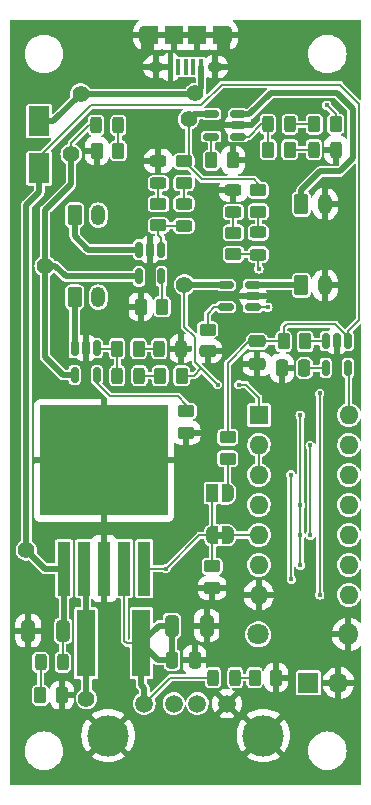
<source format=gbr>
%TF.GenerationSoftware,KiCad,Pcbnew,6.0.5*%
%TF.CreationDate,2022-05-23T21:48:15-04:00*%
%TF.ProjectId,BMS,424d532e-6b69-4636-9164-5f7063625858,rev?*%
%TF.SameCoordinates,Original*%
%TF.FileFunction,Copper,L1,Top*%
%TF.FilePolarity,Positive*%
%FSLAX46Y46*%
G04 Gerber Fmt 4.6, Leading zero omitted, Abs format (unit mm)*
G04 Created by KiCad (PCBNEW 6.0.5) date 2022-05-23 21:48:15*
%MOMM*%
%LPD*%
G01*
G04 APERTURE LIST*
G04 Aperture macros list*
%AMRoundRect*
0 Rectangle with rounded corners*
0 $1 Rounding radius*
0 $2 $3 $4 $5 $6 $7 $8 $9 X,Y pos of 4 corners*
0 Add a 4 corners polygon primitive as box body*
4,1,4,$2,$3,$4,$5,$6,$7,$8,$9,$2,$3,0*
0 Add four circle primitives for the rounded corners*
1,1,$1+$1,$2,$3*
1,1,$1+$1,$4,$5*
1,1,$1+$1,$6,$7*
1,1,$1+$1,$8,$9*
0 Add four rect primitives between the rounded corners*
20,1,$1+$1,$2,$3,$4,$5,0*
20,1,$1+$1,$4,$5,$6,$7,0*
20,1,$1+$1,$6,$7,$8,$9,0*
20,1,$1+$1,$8,$9,$2,$3,0*%
%AMFreePoly0*
4,1,22,0.550000,-0.750000,0.000000,-0.750000,0.000000,-0.745033,-0.079941,-0.743568,-0.215256,-0.701293,-0.333266,-0.622738,-0.424486,-0.514219,-0.481581,-0.384460,-0.499164,-0.250000,-0.500000,-0.250000,-0.500000,0.250000,-0.499164,0.250000,-0.499963,0.256109,-0.478152,0.396186,-0.417904,0.524511,-0.324060,0.630769,-0.204165,0.706417,-0.067858,0.745374,0.000000,0.744959,0.000000,0.750000,
0.550000,0.750000,0.550000,-0.750000,0.550000,-0.750000,$1*%
%AMFreePoly1*
4,1,20,0.000000,0.744959,0.073905,0.744508,0.209726,0.703889,0.328688,0.626782,0.421226,0.519385,0.479903,0.390333,0.500000,0.250000,0.500000,-0.250000,0.499851,-0.262216,0.476331,-0.402017,0.414519,-0.529596,0.319384,-0.634700,0.198574,-0.708877,0.061801,-0.746166,0.000000,-0.745033,0.000000,-0.750000,-0.550000,-0.750000,-0.550000,0.750000,0.000000,0.750000,0.000000,0.744959,
0.000000,0.744959,$1*%
%AMFreePoly2*
4,1,22,0.500000,-0.750000,0.000000,-0.750000,0.000000,-0.745033,-0.079941,-0.743568,-0.215256,-0.701293,-0.333266,-0.622738,-0.424486,-0.514219,-0.481581,-0.384460,-0.499164,-0.250000,-0.500000,-0.250000,-0.500000,0.250000,-0.499164,0.250000,-0.499963,0.256109,-0.478152,0.396186,-0.417904,0.524511,-0.324060,0.630769,-0.204165,0.706417,-0.067858,0.745374,0.000000,0.744959,0.000000,0.750000,
0.500000,0.750000,0.500000,-0.750000,0.500000,-0.750000,$1*%
%AMFreePoly3*
4,1,20,0.000000,0.744959,0.073905,0.744508,0.209726,0.703889,0.328688,0.626782,0.421226,0.519385,0.479903,0.390333,0.500000,0.250000,0.500000,-0.250000,0.499851,-0.262216,0.476331,-0.402017,0.414519,-0.529596,0.319384,-0.634700,0.198574,-0.708877,0.061801,-0.746166,0.000000,-0.745033,0.000000,-0.750000,-0.500000,-0.750000,-0.500000,0.750000,0.000000,0.750000,0.000000,0.744959,
0.000000,0.744959,$1*%
G04 Aperture macros list end*
%TA.AperFunction,SMDPad,CuDef*%
%ADD10RoundRect,0.243750X0.243750X0.456250X-0.243750X0.456250X-0.243750X-0.456250X0.243750X-0.456250X0*%
%TD*%
%TA.AperFunction,ComponentPad*%
%ADD11R,1.700000X1.700000*%
%TD*%
%TA.AperFunction,ComponentPad*%
%ADD12O,1.700000X1.700000*%
%TD*%
%TA.AperFunction,SMDPad,CuDef*%
%ADD13RoundRect,0.250000X-0.450000X0.262500X-0.450000X-0.262500X0.450000X-0.262500X0.450000X0.262500X0*%
%TD*%
%TA.AperFunction,SMDPad,CuDef*%
%ADD14FreePoly0,0.000000*%
%TD*%
%TA.AperFunction,SMDPad,CuDef*%
%ADD15R,1.000000X1.500000*%
%TD*%
%TA.AperFunction,SMDPad,CuDef*%
%ADD16FreePoly1,0.000000*%
%TD*%
%TA.AperFunction,SMDPad,CuDef*%
%ADD17FreePoly2,0.000000*%
%TD*%
%TA.AperFunction,SMDPad,CuDef*%
%ADD18FreePoly3,0.000000*%
%TD*%
%TA.AperFunction,SMDPad,CuDef*%
%ADD19RoundRect,0.250000X-0.475000X0.250000X-0.475000X-0.250000X0.475000X-0.250000X0.475000X0.250000X0*%
%TD*%
%TA.AperFunction,SMDPad,CuDef*%
%ADD20RoundRect,0.150000X-0.150000X0.512500X-0.150000X-0.512500X0.150000X-0.512500X0.150000X0.512500X0*%
%TD*%
%TA.AperFunction,SMDPad,CuDef*%
%ADD21RoundRect,0.250000X-0.262500X-0.450000X0.262500X-0.450000X0.262500X0.450000X-0.262500X0.450000X0*%
%TD*%
%TA.AperFunction,SMDPad,CuDef*%
%ADD22RoundRect,0.250000X0.325000X0.650000X-0.325000X0.650000X-0.325000X-0.650000X0.325000X-0.650000X0*%
%TD*%
%TA.AperFunction,ComponentPad*%
%ADD23C,1.800000*%
%TD*%
%TA.AperFunction,ComponentPad*%
%ADD24O,1.800000X1.800000*%
%TD*%
%TA.AperFunction,SMDPad,CuDef*%
%ADD25RoundRect,0.243750X-0.243750X-0.456250X0.243750X-0.456250X0.243750X0.456250X-0.243750X0.456250X0*%
%TD*%
%TA.AperFunction,ComponentPad*%
%ADD26RoundRect,0.250000X-0.350000X-0.625000X0.350000X-0.625000X0.350000X0.625000X-0.350000X0.625000X0*%
%TD*%
%TA.AperFunction,ComponentPad*%
%ADD27O,1.200000X1.750000*%
%TD*%
%TA.AperFunction,ComponentPad*%
%ADD28C,1.500000*%
%TD*%
%TA.AperFunction,ComponentPad*%
%ADD29C,3.500000*%
%TD*%
%TA.AperFunction,SMDPad,CuDef*%
%ADD30R,1.600000X5.700000*%
%TD*%
%TA.AperFunction,SMDPad,CuDef*%
%ADD31RoundRect,0.150000X0.512500X0.150000X-0.512500X0.150000X-0.512500X-0.150000X0.512500X-0.150000X0*%
%TD*%
%TA.AperFunction,SMDPad,CuDef*%
%ADD32R,1.100000X4.600000*%
%TD*%
%TA.AperFunction,SMDPad,CuDef*%
%ADD33R,10.800000X9.400000*%
%TD*%
%TA.AperFunction,SMDPad,CuDef*%
%ADD34RoundRect,0.243750X0.456250X-0.243750X0.456250X0.243750X-0.456250X0.243750X-0.456250X-0.243750X0*%
%TD*%
%TA.AperFunction,SMDPad,CuDef*%
%ADD35RoundRect,0.250000X0.262500X0.450000X-0.262500X0.450000X-0.262500X-0.450000X0.262500X-0.450000X0*%
%TD*%
%TA.AperFunction,SMDPad,CuDef*%
%ADD36RoundRect,0.250000X-0.325000X-0.650000X0.325000X-0.650000X0.325000X0.650000X-0.325000X0.650000X0*%
%TD*%
%TA.AperFunction,SMDPad,CuDef*%
%ADD37R,1.800000X2.500000*%
%TD*%
%TA.AperFunction,SMDPad,CuDef*%
%ADD38RoundRect,0.243750X-0.456250X0.243750X-0.456250X-0.243750X0.456250X-0.243750X0.456250X0.243750X0*%
%TD*%
%TA.AperFunction,ComponentPad*%
%ADD39R,1.600000X1.600000*%
%TD*%
%TA.AperFunction,ComponentPad*%
%ADD40O,1.600000X1.600000*%
%TD*%
%TA.AperFunction,SMDPad,CuDef*%
%ADD41RoundRect,0.250000X0.250000X0.475000X-0.250000X0.475000X-0.250000X-0.475000X0.250000X-0.475000X0*%
%TD*%
%TA.AperFunction,SMDPad,CuDef*%
%ADD42RoundRect,0.250000X0.450000X-0.262500X0.450000X0.262500X-0.450000X0.262500X-0.450000X-0.262500X0*%
%TD*%
%TA.AperFunction,SMDPad,CuDef*%
%ADD43R,0.400000X1.350000*%
%TD*%
%TA.AperFunction,ComponentPad*%
%ADD44O,0.890000X1.550000*%
%TD*%
%TA.AperFunction,SMDPad,CuDef*%
%ADD45R,1.200000X1.550000*%
%TD*%
%TA.AperFunction,ComponentPad*%
%ADD46O,1.250000X0.950000*%
%TD*%
%TA.AperFunction,SMDPad,CuDef*%
%ADD47R,1.500000X1.550000*%
%TD*%
%TA.AperFunction,SMDPad,CuDef*%
%ADD48RoundRect,0.250000X-0.250000X-0.475000X0.250000X-0.475000X0.250000X0.475000X-0.250000X0.475000X0*%
%TD*%
%TA.AperFunction,ViaPad*%
%ADD49C,0.400000*%
%TD*%
%TA.AperFunction,ViaPad*%
%ADD50C,1.400000*%
%TD*%
%TA.AperFunction,Conductor*%
%ADD51C,0.500000*%
%TD*%
%TA.AperFunction,Conductor*%
%ADD52C,0.200000*%
%TD*%
G04 APERTURE END LIST*
%TO.C,JP2*%
G36*
X18150000Y-44050000D02*
G01*
X17650000Y-44050000D01*
X17650000Y-43450000D01*
X18150000Y-43450000D01*
X18150000Y-44050000D01*
G37*
%TD*%
D10*
%TO.P,D5,1,K*%
%TO.N,GND*%
X27737500Y-11100000D03*
%TO.P,D5,2,A*%
%TO.N,Net-(D5-Pad2)*%
X25862500Y-11100000D03*
%TD*%
D11*
%TO.P,J3,1,Pin_1*%
%TO.N,5V*%
X25400000Y-56250000D03*
D12*
%TO.P,J3,2,Pin_2*%
%TO.N,GND*%
X27940000Y-56250000D03*
%TD*%
D13*
%TO.P,R13,1*%
%TO.N,Net-(R13-Pad1)*%
X15050000Y-33237500D03*
%TO.P,R13,2*%
%TO.N,GND*%
X15050000Y-35062500D03*
%TD*%
D14*
%TO.P,JP1,1,A*%
%TO.N,GND*%
X15950000Y-40200000D03*
D15*
%TO.P,JP1,2,C*%
%TO.N,REG_EN*%
X17250000Y-40200000D03*
D16*
%TO.P,JP1,3,B*%
%TO.N,Net-(JP1-Pad3)*%
X18550000Y-40200000D03*
%TD*%
D10*
%TO.P,D9,1,K*%
%TO.N,GND*%
X14637500Y-27950000D03*
%TO.P,D9,2,A*%
%TO.N,Net-(D9-Pad2)*%
X12762500Y-27950000D03*
%TD*%
D17*
%TO.P,JP2,1,A*%
%TO.N,REG_EN*%
X17250000Y-43750000D03*
D18*
%TO.P,JP2,2,B*%
%TO.N,VBUS*%
X18550000Y-43750000D03*
%TD*%
D13*
%TO.P,R16,1*%
%TO.N,Net-(D10-Pad2)*%
X19050000Y-18137500D03*
%TO.P,R16,2*%
%TO.N,Net-(D12-Pad1)*%
X19050000Y-19962500D03*
%TD*%
D19*
%TO.P,C2,1*%
%TO.N,VRAW*%
X21050000Y-27350000D03*
%TO.P,C2,2*%
%TO.N,GND*%
X21050000Y-29250000D03*
%TD*%
D20*
%TO.P,U10,1,STAT*%
%TO.N,Net-(D11-Pad1)*%
X7500000Y-27912500D03*
%TO.P,U10,2,VSS*%
%TO.N,GND*%
X6550000Y-27912500D03*
%TO.P,U10,3,VBAT*%
%TO.N,BT3*%
X5600000Y-27912500D03*
%TO.P,U10,4,VDD*%
%TO.N,VBUS*%
X5600000Y-30187500D03*
%TO.P,U10,5,PROG*%
%TO.N,Net-(R13-Pad1)*%
X7500000Y-30187500D03*
%TD*%
D21*
%TO.P,R20,1*%
%TO.N,Net-(D14-Pad1)*%
X2700000Y-57300000D03*
%TO.P,R20,2*%
%TO.N,GND*%
X4525000Y-57300000D03*
%TD*%
D22*
%TO.P,C1,1*%
%TO.N,VRAW*%
X4625000Y-51850000D03*
%TO.P,C1,2*%
%TO.N,GND*%
X1675000Y-51850000D03*
%TD*%
D13*
%TO.P,R14,1*%
%TO.N,Net-(R14-Pad1)*%
X16850000Y-26337500D03*
%TO.P,R14,2*%
%TO.N,GND*%
X16850000Y-28162500D03*
%TD*%
D23*
%TO.P,D1,1,K*%
%TO.N,Net-(D1-Pad1)*%
X21140000Y-52150000D03*
D24*
%TO.P,D1,2,A*%
%TO.N,GND*%
X28760000Y-52150000D03*
%TD*%
D21*
%TO.P,R24,1*%
%TO.N,VRAW*%
X23287500Y-27350000D03*
%TO.P,R24,2*%
%TO.N,Net-(R24-Pad2)*%
X25112500Y-27350000D03*
%TD*%
D25*
%TO.P,D11,1,K*%
%TO.N,Net-(D11-Pad1)*%
X9212500Y-30250000D03*
%TO.P,D11,2,A*%
%TO.N,Net-(D11-Pad2)*%
X11087500Y-30250000D03*
%TD*%
D26*
%TO.P,BT1,1,+*%
%TO.N,BT1*%
X5600000Y-16650000D03*
D27*
%TO.P,BT1,2,-*%
%TO.N,Net-(BT1-Pad2)*%
X7600000Y-16650000D03*
%TD*%
D21*
%TO.P,R11,1*%
%TO.N,Net-(D7-Pad2)*%
X25887500Y-8950000D03*
%TO.P,R11,2*%
%TO.N,VBUS*%
X27712500Y-8950000D03*
%TD*%
D13*
%TO.P,R25,1*%
%TO.N,VRAW*%
X18550000Y-35450000D03*
%TO.P,R25,2*%
%TO.N,Net-(JP1-Pad3)*%
X18550000Y-37275000D03*
%TD*%
D10*
%TO.P,D15,1,K*%
%TO.N,Net-(D15-Pad1)*%
X9287500Y-9050000D03*
%TO.P,D15,2,A*%
%TO.N,VBUS*%
X7412500Y-9050000D03*
%TD*%
D20*
%TO.P,U13,1,VIN*%
%TO.N,VRAW*%
X28750000Y-27312500D03*
%TO.P,U13,2,GND*%
%TO.N,GND*%
X27800000Y-27312500D03*
%TO.P,U13,3,INH*%
%TO.N,Net-(R24-Pad2)*%
X26850000Y-27312500D03*
%TO.P,U13,4,BYP*%
%TO.N,Net-(C4-Pad1)*%
X26850000Y-29587500D03*
%TO.P,U13,5,VOUT*%
%TO.N,Net-(U12-Pad14)*%
X28750000Y-29587500D03*
%TD*%
D28*
%TO.P,J2,1,VBUS*%
%TO.N,5V*%
X11500000Y-58000000D03*
%TO.P,J2,2,D-*%
%TO.N,unconnected-(J2-Pad2)*%
X14000000Y-58000000D03*
%TO.P,J2,3,D+*%
%TO.N,unconnected-(J2-Pad3)*%
X16000000Y-58000000D03*
%TO.P,J2,4,GND*%
%TO.N,GND*%
X18500000Y-58000000D03*
D29*
%TO.P,J2,5,Shield*%
X21570000Y-60710000D03*
X8430000Y-60710000D03*
%TD*%
D30*
%TO.P,L1,1,1*%
%TO.N,Net-(D1-Pad1)*%
X6550000Y-52900000D03*
%TO.P,L1,2,2*%
%TO.N,5V*%
X11250000Y-52900000D03*
%TD*%
D31*
%TO.P,U11,1,STAT*%
%TO.N,Net-(D12-Pad1)*%
X20687500Y-24450000D03*
%TO.P,U11,2,VSS*%
%TO.N,GND*%
X20687500Y-23500000D03*
%TO.P,U11,3,VBAT*%
%TO.N,BT4*%
X20687500Y-22550000D03*
%TO.P,U11,4,VDD*%
%TO.N,VBUS*%
X18412500Y-22550000D03*
%TO.P,U11,5,PROG*%
%TO.N,Net-(R14-Pad1)*%
X18412500Y-24450000D03*
%TD*%
D13*
%TO.P,R10,1*%
%TO.N,Net-(D6-Pad2)*%
X12700000Y-15700000D03*
%TO.P,R10,2*%
%TO.N,Net-(D8-Pad1)*%
X12700000Y-17525000D03*
%TD*%
D21*
%TO.P,R21,1*%
%TO.N,Net-(D13-Pad1)*%
X20837500Y-55800000D03*
%TO.P,R21,2*%
%TO.N,GND*%
X22662500Y-55800000D03*
%TD*%
D32*
%TO.P,U1,1,Vcc*%
%TO.N,VRAW*%
X4700000Y-46575000D03*
%TO.P,U1,2,SW*%
%TO.N,Net-(D1-Pad1)*%
X6400000Y-46575000D03*
D33*
%TO.P,U1,3,Vss*%
%TO.N,GND*%
X8100000Y-37425000D03*
D32*
X8100000Y-46575000D03*
%TO.P,U1,4,FB*%
%TO.N,5V*%
X9800000Y-46575000D03*
%TO.P,U1,5,EN*%
%TO.N,REG_EN*%
X11500000Y-46575000D03*
%TD*%
D13*
%TO.P,R26,1*%
%TO.N,REG_EN*%
X17250000Y-46387500D03*
%TO.P,R26,2*%
%TO.N,GND*%
X17250000Y-48212500D03*
%TD*%
D34*
%TO.P,D8,1,K*%
%TO.N,Net-(D8-Pad1)*%
X14850000Y-17550000D03*
%TO.P,D8,2,A*%
%TO.N,Net-(D8-Pad2)*%
X14850000Y-15675000D03*
%TD*%
D35*
%TO.P,R19,1*%
%TO.N,Net-(D15-Pad1)*%
X9300000Y-11200000D03*
%TO.P,R19,2*%
%TO.N,GND*%
X7475000Y-11200000D03*
%TD*%
D36*
%TO.P,C3,1*%
%TO.N,5V*%
X13825000Y-51400000D03*
%TO.P,C3,2*%
%TO.N,GND*%
X16775000Y-51400000D03*
%TD*%
D21*
%TO.P,R7,1*%
%TO.N,Net-(R7-Pad1)*%
X17187500Y-12000000D03*
%TO.P,R7,2*%
%TO.N,GND*%
X19012500Y-12000000D03*
%TD*%
D37*
%TO.P,D2,1,K*%
%TO.N,VRAW*%
X2600000Y-12700000D03*
%TO.P,D2,2,A*%
%TO.N,VBUS*%
X2600000Y-8700000D03*
%TD*%
D26*
%TO.P,BT3,1,+*%
%TO.N,BT3*%
X5600000Y-23600000D03*
D27*
%TO.P,BT3,2,-*%
%TO.N,Net-(BT3-Pad2)*%
X7600000Y-23600000D03*
%TD*%
D20*
%TO.P,U9,1,STAT*%
%TO.N,Net-(D8-Pad1)*%
X12950000Y-19562500D03*
%TO.P,U9,2,VSS*%
%TO.N,GND*%
X12000000Y-19562500D03*
%TO.P,U9,3,VBAT*%
%TO.N,BT1*%
X11050000Y-19562500D03*
%TO.P,U9,4,VDD*%
%TO.N,VBUS*%
X11050000Y-21837500D03*
%TO.P,U9,5,PROG*%
%TO.N,Net-(R8-Pad1)*%
X12950000Y-21837500D03*
%TD*%
D25*
%TO.P,D14,1,K*%
%TO.N,Net-(D14-Pad1)*%
X2712500Y-54500000D03*
%TO.P,D14,2,A*%
%TO.N,VRAW*%
X4587500Y-54500000D03*
%TD*%
D26*
%TO.P,BT2,1,+*%
%TO.N,BT2*%
X24800000Y-15700000D03*
D27*
%TO.P,BT2,2,-*%
%TO.N,GND*%
X26800000Y-15700000D03*
%TD*%
D38*
%TO.P,D6,1,K*%
%TO.N,GND*%
X12700000Y-12075000D03*
%TO.P,D6,2,A*%
%TO.N,Net-(D6-Pad2)*%
X12700000Y-13950000D03*
%TD*%
D39*
%TO.P,U12,1,A*%
%TO.N,VBUS*%
X21200000Y-33575000D03*
D40*
%TO.P,U12,2,G=~{A}*%
%TO.N,Net-(U12-Pad2)*%
X21200000Y-36115000D03*
%TO.P,U12,3,B*%
X21200000Y-38655000D03*
%TO.P,U12,4,H=~{B}*%
%TO.N,GND_CONN*%
X21200000Y-41195000D03*
%TO.P,U12,5,C*%
%TO.N,VBUS*%
X21200000Y-43735000D03*
%TO.P,U12,6,I=~{C}*%
%TO.N,VRAW_CONN*%
X21200000Y-46275000D03*
%TO.P,U12,7,VSS*%
%TO.N,GND*%
X21200000Y-48815000D03*
%TO.P,U12,8,J=~{D}*%
%TO.N,CROSS_CONN*%
X28820000Y-48815000D03*
%TO.P,U12,9,D*%
%TO.N,VBUS*%
X28820000Y-46275000D03*
%TO.P,U12,10,K=~{E}*%
%TO.N,Net-(U12-Pad10)*%
X28820000Y-43735000D03*
%TO.P,U12,11,E*%
%TO.N,VBUS*%
X28820000Y-41195000D03*
%TO.P,U12,12,L=~{F}*%
%TO.N,REG_EN*%
X28820000Y-38655000D03*
%TO.P,U12,13,F*%
%TO.N,Net-(U12-Pad10)*%
X28820000Y-36115000D03*
%TO.P,U12,14,VDD*%
%TO.N,Net-(U12-Pad14)*%
X28820000Y-33575000D03*
%TD*%
D25*
%TO.P,D7,1,K*%
%TO.N,Net-(D7-Pad1)*%
X21962500Y-8950000D03*
%TO.P,D7,2,A*%
%TO.N,Net-(D7-Pad2)*%
X23837500Y-8950000D03*
%TD*%
D41*
%TO.P,C4,1*%
%TO.N,Net-(C4-Pad1)*%
X25050000Y-29600000D03*
%TO.P,C4,2*%
%TO.N,GND*%
X23150000Y-29600000D03*
%TD*%
D42*
%TO.P,R18,1*%
%TO.N,Net-(D12-Pad2)*%
X21150000Y-16362500D03*
%TO.P,R18,2*%
%TO.N,VBUS*%
X21150000Y-14537500D03*
%TD*%
%TO.P,R12,1*%
%TO.N,Net-(D8-Pad2)*%
X14850000Y-13925000D03*
%TO.P,R12,2*%
%TO.N,VBUS*%
X14850000Y-12100000D03*
%TD*%
D38*
%TO.P,D10,1,K*%
%TO.N,GND*%
X19050000Y-14512500D03*
%TO.P,D10,2,A*%
%TO.N,Net-(D10-Pad2)*%
X19050000Y-16387500D03*
%TD*%
D34*
%TO.P,D12,1,K*%
%TO.N,Net-(D12-Pad1)*%
X21150000Y-19987500D03*
%TO.P,D12,2,A*%
%TO.N,Net-(D12-Pad2)*%
X21150000Y-18112500D03*
%TD*%
D35*
%TO.P,R8,1*%
%TO.N,Net-(R8-Pad1)*%
X13012500Y-24400000D03*
%TO.P,R8,2*%
%TO.N,GND*%
X11187500Y-24400000D03*
%TD*%
D21*
%TO.P,R17,1*%
%TO.N,Net-(D11-Pad2)*%
X12837500Y-30250000D03*
%TO.P,R17,2*%
%TO.N,VBUS*%
X14662500Y-30250000D03*
%TD*%
D31*
%TO.P,U8,1,STAT*%
%TO.N,Net-(D7-Pad1)*%
X19437500Y-10000000D03*
%TO.P,U8,2,VSS*%
%TO.N,GND*%
X19437500Y-9050000D03*
%TO.P,U8,3,VBAT*%
%TO.N,BT2*%
X19437500Y-8100000D03*
%TO.P,U8,4,VDD*%
%TO.N,VBUS*%
X17162500Y-8100000D03*
%TO.P,U8,5,PROG*%
%TO.N,Net-(R7-Pad1)*%
X17162500Y-10000000D03*
%TD*%
D43*
%TO.P,J1,1,VBUS*%
%TO.N,VBUS*%
X16300000Y-4100000D03*
%TO.P,J1,2,D-*%
%TO.N,unconnected-(J1-Pad2)*%
X15650000Y-4100000D03*
%TO.P,J1,3,D+*%
%TO.N,unconnected-(J1-Pad3)*%
X15000000Y-4100000D03*
%TO.P,J1,4,ID*%
%TO.N,unconnected-(J1-Pad4)*%
X14350000Y-4100000D03*
%TO.P,J1,5,GND*%
%TO.N,GND*%
X13700000Y-4100000D03*
D44*
%TO.P,J1,6,Shield*%
X11500000Y-1400000D03*
D45*
X12100000Y-1400000D03*
D46*
X12500000Y-4100000D03*
D44*
X18500000Y-1400000D03*
D47*
X16000000Y-1400000D03*
D45*
X17900000Y-1400000D03*
D47*
X14000000Y-1400000D03*
D46*
X17500000Y-4100000D03*
%TD*%
D10*
%TO.P,D13,1,K*%
%TO.N,Net-(D13-Pad1)*%
X19187500Y-55800000D03*
%TO.P,D13,2,A*%
%TO.N,5V*%
X17312500Y-55800000D03*
%TD*%
D26*
%TO.P,BT4,1,+*%
%TO.N,BT4*%
X24800000Y-22600000D03*
D27*
%TO.P,BT4,2,-*%
%TO.N,GND*%
X26800000Y-22600000D03*
%TD*%
D35*
%TO.P,R9,1*%
%TO.N,Net-(D5-Pad2)*%
X23812500Y-11100000D03*
%TO.P,R9,2*%
%TO.N,Net-(D7-Pad1)*%
X21987500Y-11100000D03*
%TD*%
D48*
%TO.P,C6,1*%
%TO.N,5V*%
X13850000Y-54300000D03*
%TO.P,C6,2*%
%TO.N,GND*%
X15750000Y-54300000D03*
%TD*%
D35*
%TO.P,R15,1*%
%TO.N,Net-(D9-Pad2)*%
X11012500Y-27950000D03*
%TO.P,R15,2*%
%TO.N,Net-(D11-Pad1)*%
X9187500Y-27950000D03*
%TD*%
D49*
%TO.N,GND*%
X10500000Y-8350000D03*
X10700000Y-36700000D03*
X19650000Y-30050000D03*
X23200000Y-35100000D03*
X11450000Y-37300000D03*
X17350000Y-14800000D03*
X20800000Y-12950000D03*
X6400000Y-25050000D03*
X13000000Y-8500000D03*
X28100000Y-19500000D03*
X8000000Y-26750000D03*
X6300000Y-31750000D03*
X23200000Y-36250000D03*
X11300000Y-9950000D03*
X21300000Y-30750000D03*
X23800000Y-19600000D03*
X11850000Y-8650000D03*
X16750000Y-15850000D03*
X7200000Y-26750000D03*
X5500000Y-31700000D03*
X4750000Y-25900000D03*
X17100000Y-35350000D03*
X9600000Y-37300000D03*
X4450000Y-19400000D03*
X20700000Y-10850000D03*
X20700000Y-11850000D03*
X12000000Y-20800000D03*
X19500000Y-29250000D03*
X7050000Y-31750000D03*
X14000000Y-19100000D03*
X8950000Y-24750000D03*
X23150000Y-37800000D03*
X16700000Y-14800000D03*
X14950000Y-20850000D03*
D50*
%TO.N,VRAW*%
X1500000Y-45000000D03*
%TO.N,Net-(D1-Pad1)*%
X6600000Y-57600000D03*
%TO.N,VBUS*%
X6100000Y-6400000D03*
D49*
X24700000Y-33600000D03*
X19500000Y-31000000D03*
X24700000Y-41200000D03*
X26950000Y-7350000D03*
D50*
X15800000Y-6350500D03*
D49*
X24700000Y-43750000D03*
X17700000Y-31000000D03*
D50*
X14900000Y-22550000D03*
X3100000Y-20950000D03*
X15250000Y-8550000D03*
X5300000Y-11500000D03*
D49*
X24700000Y-46300000D03*
%TO.N,Net-(D12-Pad1)*%
X21950000Y-24450000D03*
X21200000Y-21200000D03*
%TO.N,REG_EN*%
X13325000Y-46575000D03*
X23950000Y-47500000D03*
X23900000Y-38650000D03*
%TO.N,CROSS_CONN*%
X26350000Y-48800000D03*
X26350000Y-31750000D03*
%TO.N,Net-(U12-Pad10)*%
X25550000Y-43750000D03*
X25550000Y-36150000D03*
%TD*%
D51*
%TO.N,BT1*%
X5600000Y-18400000D02*
X5600000Y-16650000D01*
X6762500Y-19562500D02*
X5600000Y-18400000D01*
X11050000Y-19562500D02*
X6762500Y-19562500D01*
%TO.N,BT2*%
X22200000Y-6300000D02*
X20400000Y-8100000D01*
X28050000Y-12950000D02*
X29150480Y-11849520D01*
X24800000Y-15700000D02*
X24800000Y-14550000D01*
X27800000Y-6300000D02*
X22200000Y-6300000D01*
X26400000Y-12950000D02*
X28050000Y-12950000D01*
X24800000Y-14550000D02*
X26400000Y-12950000D01*
X29150480Y-11849520D02*
X29150480Y-7650480D01*
X29150480Y-7650480D02*
X27800000Y-6300000D01*
X20400000Y-8100000D02*
X19437500Y-8100000D01*
%TO.N,BT3*%
X5600000Y-27912500D02*
X5600000Y-23600000D01*
%TO.N,BT4*%
X24750000Y-22550000D02*
X24800000Y-22600000D01*
X20687500Y-22550000D02*
X24750000Y-22550000D01*
D52*
%TO.N,VRAW*%
X6950000Y-7350000D02*
X2600000Y-11700000D01*
X29700000Y-7250000D02*
X28050000Y-5600000D01*
D51*
X1500000Y-33400000D02*
X1500000Y-38300000D01*
D52*
X28050000Y-5600000D02*
X18050000Y-5600000D01*
D51*
X1500000Y-15800000D02*
X2600000Y-14700000D01*
X2600000Y-14700000D02*
X2600000Y-12700000D01*
D52*
X4587500Y-54500000D02*
X4587500Y-51887500D01*
D51*
X1500000Y-38300000D02*
X1500000Y-45000000D01*
X4700000Y-51775000D02*
X4700000Y-46575000D01*
D52*
X16300000Y-7350000D02*
X6950000Y-7350000D01*
D51*
X1500000Y-33400000D02*
X1500000Y-15800000D01*
X4625000Y-51850000D02*
X4700000Y-51775000D01*
D52*
X28750000Y-26450000D02*
X29700000Y-25500000D01*
X28750000Y-27312500D02*
X28750000Y-26450000D01*
X2600000Y-11700000D02*
X2600000Y-12700000D01*
X21050000Y-27350000D02*
X23287500Y-27350000D01*
X18550000Y-35450000D02*
X18550000Y-29200000D01*
X20400000Y-27350000D02*
X21050000Y-27350000D01*
X29700000Y-25500000D02*
X29700000Y-7250000D01*
X4587500Y-51887500D02*
X4625000Y-51850000D01*
X23287500Y-27350000D02*
X23287500Y-26162500D01*
X18050000Y-5600000D02*
X16300000Y-7350000D01*
X27685717Y-25900000D02*
X28750000Y-26964283D01*
D51*
X3075000Y-46575000D02*
X4700000Y-46575000D01*
D52*
X18550000Y-29200000D02*
X20400000Y-27350000D01*
X23287500Y-26162500D02*
X23550000Y-25900000D01*
X28750000Y-26964283D02*
X28750000Y-27312500D01*
D51*
X1500000Y-45000000D02*
X3075000Y-46575000D01*
D52*
X23550000Y-25900000D02*
X27685717Y-25900000D01*
D51*
%TO.N,5V*%
X12750000Y-51400000D02*
X11250000Y-52900000D01*
D52*
X17312500Y-55800000D02*
X13700000Y-55800000D01*
X10000000Y-52900000D02*
X11250000Y-52900000D01*
D51*
X13850000Y-51425000D02*
X13825000Y-51400000D01*
D52*
X9800000Y-46575000D02*
X9800000Y-52700000D01*
D51*
X13825000Y-51400000D02*
X12750000Y-51400000D01*
X13850000Y-54300000D02*
X12650000Y-54300000D01*
X11500000Y-56700000D02*
X11500000Y-58000000D01*
D52*
X9800000Y-52700000D02*
X10000000Y-52900000D01*
D51*
X11250000Y-56450000D02*
X11500000Y-56700000D01*
X11250000Y-52900000D02*
X11250000Y-56450000D01*
D52*
X13700000Y-55800000D02*
X11500000Y-58000000D01*
D51*
X13850000Y-54300000D02*
X13850000Y-51425000D01*
X12650000Y-54300000D02*
X11250000Y-52900000D01*
D52*
%TO.N,Net-(C4-Pad1)*%
X25050000Y-29600000D02*
X26837500Y-29600000D01*
X26837500Y-29600000D02*
X26850000Y-29587500D01*
D51*
%TO.N,Net-(D1-Pad1)*%
X6550000Y-46725000D02*
X6400000Y-46575000D01*
X6600000Y-57600000D02*
X6600000Y-52950000D01*
X6600000Y-52950000D02*
X6550000Y-52900000D01*
X6550000Y-52900000D02*
X6550000Y-46725000D01*
D52*
%TO.N,VBUS*%
X21200000Y-32100000D02*
X20100000Y-31000000D01*
D51*
X3100000Y-20950000D02*
X3100000Y-28650000D01*
D52*
X5300000Y-10550000D02*
X5300000Y-11500000D01*
X15250000Y-8550000D02*
X15250000Y-11700000D01*
X15800000Y-29100000D02*
X15800000Y-27000000D01*
X15800000Y-27000000D02*
X14900000Y-26100000D01*
X15250000Y-11700000D02*
X14850000Y-12100000D01*
X27712500Y-8112500D02*
X26950000Y-7350000D01*
X27712500Y-8950000D02*
X27712500Y-8112500D01*
D51*
X15700000Y-8100000D02*
X15250000Y-8550000D01*
D52*
X6800000Y-9050000D02*
X5300000Y-10550000D01*
X17700000Y-31000000D02*
X16325000Y-29625000D01*
D51*
X17162500Y-8100000D02*
X15700000Y-8100000D01*
D52*
X16325000Y-29625000D02*
X15800000Y-29100000D01*
X14662500Y-30250000D02*
X15700000Y-30250000D01*
D51*
X3100000Y-20950000D02*
X3950000Y-20950000D01*
D52*
X24700000Y-41200000D02*
X24700000Y-33600000D01*
X21150000Y-14000000D02*
X20750000Y-13600000D01*
X21200000Y-33575000D02*
X21200000Y-32100000D01*
X24700000Y-43750000D02*
X24700000Y-41200000D01*
X18565000Y-43735000D02*
X18550000Y-43750000D01*
D51*
X4637500Y-30187500D02*
X5600000Y-30187500D01*
X3100000Y-16200000D02*
X3100000Y-20950000D01*
X3100000Y-28650000D02*
X4637500Y-30187500D01*
D52*
X20100000Y-31000000D02*
X19500000Y-31000000D01*
X20750000Y-13600000D02*
X16350000Y-13600000D01*
X21200000Y-43735000D02*
X18565000Y-43735000D01*
X16350000Y-13600000D02*
X14850000Y-12100000D01*
D51*
X14900000Y-22550000D02*
X18412500Y-22550000D01*
X5300000Y-14000000D02*
X3100000Y-16200000D01*
X3950000Y-20950000D02*
X4837500Y-21837500D01*
D52*
X7412500Y-9050000D02*
X6800000Y-9050000D01*
X14900000Y-26100000D02*
X14900000Y-22550000D01*
X21150000Y-14537500D02*
X21150000Y-14000000D01*
X15700000Y-30250000D02*
X16325000Y-29625000D01*
D51*
X5300000Y-11500000D02*
X5300000Y-14000000D01*
X16300000Y-5900000D02*
X15800000Y-6400000D01*
X15800000Y-6400000D02*
X6100000Y-6400000D01*
D52*
X24700000Y-46300000D02*
X24700000Y-43750000D01*
D51*
X3800000Y-8700000D02*
X2600000Y-8700000D01*
X16300000Y-4100000D02*
X16300000Y-5900000D01*
X4837500Y-21837500D02*
X11050000Y-21837500D01*
X6100000Y-6400000D02*
X3800000Y-8700000D01*
D52*
%TO.N,Net-(D5-Pad2)*%
X25862500Y-11100000D02*
X23812500Y-11100000D01*
%TO.N,Net-(D6-Pad2)*%
X12700000Y-15700000D02*
X12700000Y-13950000D01*
%TO.N,Net-(D7-Pad1)*%
X19437500Y-10000000D02*
X20350000Y-10000000D01*
X21962500Y-11075000D02*
X21987500Y-11100000D01*
X20350000Y-10000000D02*
X21400000Y-8950000D01*
X21962500Y-8950000D02*
X21962500Y-11075000D01*
X21400000Y-8950000D02*
X21962500Y-8950000D01*
%TO.N,Net-(D7-Pad2)*%
X25887500Y-8950000D02*
X23837500Y-8950000D01*
%TO.N,Net-(D8-Pad1)*%
X12700000Y-18300000D02*
X12700000Y-17525000D01*
X12950000Y-19562500D02*
X12950000Y-18550000D01*
X12300000Y-17562500D02*
X14425000Y-17562500D01*
X12950000Y-18550000D02*
X12700000Y-18300000D01*
%TO.N,Net-(D8-Pad2)*%
X14850000Y-13925000D02*
X14850000Y-15675000D01*
%TO.N,Net-(D9-Pad2)*%
X12762500Y-27950000D02*
X11012500Y-27950000D01*
%TO.N,Net-(D10-Pad2)*%
X19050000Y-16387500D02*
X19050000Y-18137500D01*
%TO.N,Net-(D11-Pad1)*%
X7537500Y-27950000D02*
X7500000Y-27912500D01*
X9187500Y-27950000D02*
X7537500Y-27950000D01*
X9212500Y-27975000D02*
X9187500Y-27950000D01*
X9212500Y-30250000D02*
X9212500Y-27975000D01*
%TO.N,Net-(D11-Pad2)*%
X11025000Y-30250000D02*
X12837500Y-30250000D01*
%TO.N,Net-(D12-Pad1)*%
X21150000Y-21150000D02*
X21200000Y-21200000D01*
X21150000Y-19987500D02*
X21150000Y-21150000D01*
X21125000Y-19962500D02*
X21150000Y-19987500D01*
X19050000Y-19962500D02*
X21125000Y-19962500D01*
X20687500Y-24450000D02*
X21950000Y-24450000D01*
%TO.N,Net-(D12-Pad2)*%
X21150000Y-16362500D02*
X21150000Y-18112500D01*
%TO.N,Net-(R7-Pad1)*%
X17187500Y-10025000D02*
X17162500Y-10000000D01*
X17187500Y-12000000D02*
X17187500Y-10025000D01*
%TO.N,Net-(R8-Pad1)*%
X13012500Y-24400000D02*
X13012500Y-21900000D01*
X13012500Y-21900000D02*
X12950000Y-21837500D01*
%TO.N,Net-(R13-Pad1)*%
X15050000Y-32700000D02*
X15050000Y-33237500D01*
X7500000Y-30187500D02*
X7500000Y-30900000D01*
X14350000Y-32000000D02*
X15050000Y-32700000D01*
X8600000Y-32000000D02*
X14350000Y-32000000D01*
X7500000Y-30900000D02*
X8600000Y-32000000D01*
%TO.N,Net-(R14-Pad1)*%
X18412500Y-24450000D02*
X17400000Y-24450000D01*
X16850000Y-25000000D02*
X16850000Y-26337500D01*
X17400000Y-24450000D02*
X16850000Y-25000000D01*
%TO.N,Net-(R24-Pad2)*%
X26812500Y-27350000D02*
X26850000Y-27312500D01*
X25112500Y-27350000D02*
X26812500Y-27350000D01*
%TO.N,Net-(JP1-Pad3)*%
X18550000Y-40200000D02*
X18550000Y-37275000D01*
%TO.N,REG_EN*%
X17250000Y-46387500D02*
X17250000Y-43750000D01*
X23900000Y-38650000D02*
X23900000Y-47450000D01*
X23900000Y-47450000D02*
X23950000Y-47500000D01*
X17250000Y-43750000D02*
X16150000Y-43750000D01*
X16150000Y-43750000D02*
X13325000Y-46575000D01*
X17250000Y-40200000D02*
X17250000Y-43750000D01*
X11500000Y-46575000D02*
X13325000Y-46575000D01*
%TO.N,CROSS_CONN*%
X26350000Y-48800000D02*
X26350000Y-31750000D01*
%TO.N,Net-(U12-Pad2)*%
X21200000Y-38655000D02*
X21200000Y-36115000D01*
%TO.N,Net-(U12-Pad10)*%
X25550000Y-36150000D02*
X25550000Y-43750000D01*
%TO.N,Net-(U12-Pad14)*%
X28750000Y-29587500D02*
X28820000Y-29657500D01*
X28820000Y-29657500D02*
X28820000Y-33575000D01*
%TO.N,Net-(D13-Pad1)*%
X20837500Y-55800000D02*
X19187500Y-55800000D01*
%TO.N,Net-(D14-Pad1)*%
X2712500Y-57287500D02*
X2700000Y-57300000D01*
X2712500Y-54500000D02*
X2712500Y-57287500D01*
%TO.N,Net-(D15-Pad1)*%
X9300000Y-11200000D02*
X9287500Y-11187500D01*
X9287500Y-11187500D02*
X9287500Y-9050000D01*
%TD*%
%TA.AperFunction,Conductor*%
%TO.N,GND*%
G36*
X11027319Y-149245D02*
G01*
X11046064Y-194500D01*
X11027319Y-239755D01*
X11015789Y-248893D01*
X10918287Y-309347D01*
X10913181Y-313278D01*
X10777213Y-441857D01*
X10773007Y-446729D01*
X10665675Y-600015D01*
X10662526Y-605650D01*
X10588212Y-777377D01*
X10586261Y-783529D01*
X10547834Y-967473D01*
X10547205Y-972321D01*
X10547044Y-975377D01*
X10547000Y-977068D01*
X10547000Y-1133271D01*
X10550728Y-1142272D01*
X10559729Y-1146000D01*
X19440271Y-1146000D01*
X19449272Y-1142272D01*
X19453000Y-1133271D01*
X19453000Y-1023236D01*
X19452836Y-1019993D01*
X19438678Y-880614D01*
X19437379Y-874286D01*
X19381425Y-695734D01*
X19378882Y-689801D01*
X19288159Y-526134D01*
X19284485Y-520848D01*
X19162704Y-378763D01*
X19158039Y-374321D01*
X19010179Y-259629D01*
X19004707Y-256209D01*
X18996000Y-251925D01*
X18963670Y-215126D01*
X18966830Y-166245D01*
X19003629Y-133915D01*
X19024255Y-130500D01*
X29805500Y-130500D01*
X29850755Y-149245D01*
X29869500Y-194500D01*
X29869500Y-6840019D01*
X29850755Y-6885274D01*
X29805500Y-6904019D01*
X29760245Y-6885274D01*
X28301370Y-5426399D01*
X28297432Y-5421837D01*
X28295425Y-5417731D01*
X28291094Y-5413714D01*
X28291093Y-5413712D01*
X28258680Y-5383645D01*
X28256950Y-5381979D01*
X28242723Y-5367752D01*
X28240291Y-5366083D01*
X28238029Y-5364204D01*
X28238095Y-5364124D01*
X28234768Y-5361463D01*
X28230214Y-5357239D01*
X28213354Y-5341599D01*
X28207868Y-5339410D01*
X28207866Y-5339409D01*
X28199044Y-5335889D01*
X28186558Y-5329222D01*
X28178727Y-5323850D01*
X28178724Y-5323848D01*
X28173854Y-5320508D01*
X28145439Y-5313765D01*
X28136501Y-5310938D01*
X28113574Y-5301791D01*
X28109378Y-5300117D01*
X28104883Y-5299676D01*
X28104882Y-5299676D01*
X28104639Y-5299652D01*
X28104632Y-5299652D01*
X28103085Y-5299500D01*
X28092821Y-5299500D01*
X28078043Y-5297770D01*
X28070689Y-5296025D01*
X28070685Y-5296025D01*
X28064934Y-5294660D01*
X28059077Y-5295457D01*
X28059076Y-5295457D01*
X28033669Y-5298915D01*
X28025039Y-5299500D01*
X18104994Y-5299500D01*
X18098980Y-5299058D01*
X18094658Y-5297574D01*
X18044558Y-5299455D01*
X18042157Y-5299500D01*
X18022052Y-5299500D01*
X18019151Y-5300040D01*
X18016219Y-5300311D01*
X18016209Y-5300208D01*
X18011977Y-5300678D01*
X17988695Y-5301552D01*
X17988693Y-5301552D01*
X17982792Y-5301774D01*
X17977366Y-5304105D01*
X17977362Y-5304106D01*
X17968636Y-5307855D01*
X17955093Y-5311970D01*
X17953423Y-5312281D01*
X17939947Y-5314791D01*
X17915079Y-5330120D01*
X17906783Y-5334430D01*
X17879937Y-5345964D01*
X17875051Y-5349977D01*
X17867789Y-5357239D01*
X17856116Y-5366465D01*
X17849682Y-5370431D01*
X17849680Y-5370432D01*
X17844652Y-5373532D01*
X17841078Y-5378232D01*
X17841077Y-5378233D01*
X17825555Y-5398646D01*
X17819866Y-5405162D01*
X17257398Y-5967631D01*
X16813399Y-6411630D01*
X16768144Y-6430375D01*
X16722889Y-6411630D01*
X16704144Y-6366375D01*
X16704494Y-6359688D01*
X16705460Y-6350500D01*
X16685871Y-6164118D01*
X16698040Y-6119404D01*
X16699794Y-6117029D01*
X16702635Y-6113183D01*
X16704220Y-6108671D01*
X16705019Y-6107161D01*
X16705202Y-6106861D01*
X16705524Y-6106228D01*
X16705672Y-6105874D01*
X16706410Y-6104368D01*
X16709131Y-6100431D01*
X16727106Y-6043596D01*
X16727742Y-6041690D01*
X16745935Y-5989883D01*
X16745935Y-5989882D01*
X16747520Y-5985369D01*
X16747708Y-5980591D01*
X16748030Y-5978904D01*
X16748204Y-5978217D01*
X16748879Y-5974753D01*
X16749980Y-5971270D01*
X16750500Y-5964663D01*
X16750500Y-5910782D01*
X16750549Y-5908270D01*
X16752025Y-5870694D01*
X16752838Y-5850006D01*
X16751612Y-5845380D01*
X16751087Y-5840630D01*
X16751508Y-5840583D01*
X16750500Y-5832850D01*
X16750500Y-5003203D01*
X16769245Y-4957948D01*
X16814500Y-4939203D01*
X16851209Y-4950777D01*
X16865304Y-4960647D01*
X16870941Y-4963797D01*
X17048259Y-5040529D01*
X17054410Y-5042481D01*
X17233540Y-5079903D01*
X17243113Y-5078094D01*
X17246000Y-5073862D01*
X17246000Y-5064776D01*
X17754000Y-5064776D01*
X17757728Y-5073777D01*
X17764222Y-5076467D01*
X17845449Y-5068216D01*
X17851777Y-5066917D01*
X18036145Y-5009140D01*
X18042078Y-5006597D01*
X18211074Y-4912921D01*
X18216362Y-4909245D01*
X18363069Y-4783503D01*
X18367520Y-4778829D01*
X18485943Y-4626158D01*
X18489361Y-4620689D01*
X18574668Y-4447320D01*
X18576916Y-4441275D01*
X18596441Y-4366321D01*
X18595101Y-4356667D01*
X18591574Y-4354000D01*
X17766729Y-4354000D01*
X17757728Y-4357728D01*
X17754000Y-4366729D01*
X17754000Y-5064776D01*
X17246000Y-5064776D01*
X17246000Y-3833271D01*
X17754000Y-3833271D01*
X17757728Y-3842272D01*
X17766729Y-3846000D01*
X18591253Y-3846000D01*
X18600254Y-3842272D01*
X18601502Y-3839259D01*
X18539191Y-3669902D01*
X18536361Y-3664101D01*
X18434544Y-3499888D01*
X18430613Y-3494782D01*
X18297847Y-3354387D01*
X18292975Y-3350181D01*
X18134696Y-3239354D01*
X18129059Y-3236203D01*
X17951741Y-3159471D01*
X17945590Y-3157519D01*
X17766460Y-3120097D01*
X17756887Y-3121906D01*
X17754000Y-3126138D01*
X17754000Y-3833271D01*
X17246000Y-3833271D01*
X17246000Y-3135224D01*
X17242272Y-3126223D01*
X17235778Y-3123533D01*
X17154551Y-3131784D01*
X17148223Y-3133083D01*
X16963855Y-3190860D01*
X16957922Y-3193403D01*
X16788926Y-3287079D01*
X16783637Y-3290755D01*
X16754360Y-3315849D01*
X16707800Y-3331067D01*
X16664117Y-3308906D01*
X16659496Y-3302813D01*
X16648054Y-3285689D01*
X16644552Y-3280448D01*
X16578231Y-3236133D01*
X16545913Y-3229705D01*
X16522836Y-3225114D01*
X16522834Y-3225114D01*
X16519748Y-3224500D01*
X16080252Y-3224500D01*
X16077166Y-3225114D01*
X16077164Y-3225114D01*
X16054087Y-3229705D01*
X16021769Y-3236133D01*
X16016527Y-3239635D01*
X16016526Y-3239636D01*
X16010558Y-3243624D01*
X15962516Y-3253182D01*
X15939442Y-3243624D01*
X15933474Y-3239636D01*
X15933473Y-3239635D01*
X15928231Y-3236133D01*
X15895913Y-3229705D01*
X15872836Y-3225114D01*
X15872834Y-3225114D01*
X15869748Y-3224500D01*
X15430252Y-3224500D01*
X15427166Y-3225114D01*
X15427164Y-3225114D01*
X15404087Y-3229705D01*
X15371769Y-3236133D01*
X15366527Y-3239635D01*
X15366526Y-3239636D01*
X15360558Y-3243624D01*
X15312516Y-3253182D01*
X15289442Y-3243624D01*
X15283474Y-3239636D01*
X15283473Y-3239635D01*
X15278231Y-3236133D01*
X15245913Y-3229705D01*
X15222836Y-3225114D01*
X15222834Y-3225114D01*
X15219748Y-3224500D01*
X14780252Y-3224500D01*
X14777166Y-3225114D01*
X14777164Y-3225114D01*
X14754087Y-3229705D01*
X14721769Y-3236133D01*
X14716527Y-3239635D01*
X14716526Y-3239636D01*
X14710558Y-3243624D01*
X14662516Y-3253182D01*
X14639442Y-3243624D01*
X14633474Y-3239636D01*
X14633473Y-3239635D01*
X14628231Y-3236133D01*
X14595913Y-3229705D01*
X14572836Y-3225114D01*
X14572834Y-3225114D01*
X14569748Y-3224500D01*
X14411760Y-3224500D01*
X14366505Y-3205755D01*
X14354217Y-3186671D01*
X14353964Y-3186809D01*
X14352021Y-3183261D01*
X14351834Y-3182970D01*
X14351773Y-3182807D01*
X14347438Y-3174890D01*
X14265641Y-3065748D01*
X14259252Y-3059359D01*
X14180049Y-3000000D01*
X25364458Y-3000000D01*
X25364655Y-3002503D01*
X25384384Y-3253182D01*
X25384594Y-3255855D01*
X25385178Y-3258289D01*
X25385179Y-3258293D01*
X25407240Y-3350181D01*
X25444507Y-3505410D01*
X25542721Y-3742521D01*
X25544033Y-3744662D01*
X25544034Y-3744664D01*
X25631626Y-3887600D01*
X25676819Y-3961347D01*
X25843497Y-4156503D01*
X26038653Y-4323181D01*
X26040801Y-4324497D01*
X26040802Y-4324498D01*
X26241228Y-4447320D01*
X26257479Y-4457279D01*
X26494590Y-4555493D01*
X26497028Y-4556078D01*
X26497027Y-4556078D01*
X26741707Y-4614821D01*
X26741711Y-4614822D01*
X26744145Y-4615406D01*
X26746644Y-4615603D01*
X26746646Y-4615603D01*
X26997497Y-4635345D01*
X27000000Y-4635542D01*
X27002503Y-4635345D01*
X27253354Y-4615603D01*
X27253356Y-4615603D01*
X27255855Y-4615406D01*
X27258289Y-4614822D01*
X27258293Y-4614821D01*
X27502973Y-4556078D01*
X27502972Y-4556078D01*
X27505410Y-4555493D01*
X27742521Y-4457279D01*
X27758773Y-4447320D01*
X27959198Y-4324498D01*
X27959199Y-4324497D01*
X27961347Y-4323181D01*
X28156503Y-4156503D01*
X28323181Y-3961347D01*
X28368374Y-3887600D01*
X28455966Y-3744664D01*
X28455967Y-3744662D01*
X28457279Y-3742521D01*
X28555493Y-3505410D01*
X28592760Y-3350181D01*
X28614821Y-3258293D01*
X28614822Y-3258289D01*
X28615406Y-3255855D01*
X28615617Y-3253182D01*
X28635345Y-3002503D01*
X28635542Y-3000000D01*
X28615406Y-2744145D01*
X28600727Y-2683000D01*
X28556078Y-2497027D01*
X28555493Y-2494590D01*
X28457279Y-2257479D01*
X28422047Y-2199985D01*
X28324498Y-2040802D01*
X28324497Y-2040801D01*
X28323181Y-2038653D01*
X28156503Y-1843497D01*
X27961347Y-1676819D01*
X27742521Y-1542721D01*
X27505410Y-1444507D01*
X27456569Y-1432781D01*
X27258293Y-1385179D01*
X27258289Y-1385178D01*
X27255855Y-1384594D01*
X27253356Y-1384397D01*
X27253354Y-1384397D01*
X27002503Y-1364655D01*
X27000000Y-1364458D01*
X26997497Y-1364655D01*
X26746646Y-1384397D01*
X26746644Y-1384397D01*
X26744145Y-1384594D01*
X26741711Y-1385178D01*
X26741707Y-1385179D01*
X26543431Y-1432781D01*
X26494590Y-1444507D01*
X26257479Y-1542721D01*
X26038653Y-1676819D01*
X25843497Y-1843497D01*
X25676819Y-2038653D01*
X25675503Y-2040801D01*
X25675502Y-2040802D01*
X25577954Y-2199985D01*
X25542721Y-2257479D01*
X25444507Y-2494590D01*
X25443922Y-2497027D01*
X25399274Y-2683000D01*
X25384594Y-2744145D01*
X25384397Y-2746644D01*
X25384397Y-2746646D01*
X25370696Y-2920729D01*
X25367091Y-2966540D01*
X25364458Y-3000000D01*
X14180049Y-3000000D01*
X14150113Y-2977564D01*
X14142191Y-2973227D01*
X14013968Y-2925158D01*
X14006216Y-2923314D01*
X13949815Y-2917188D01*
X13946350Y-2917000D01*
X13912729Y-2917000D01*
X13903728Y-2920728D01*
X13900000Y-2929729D01*
X13900000Y-5270270D01*
X13903728Y-5279271D01*
X13912729Y-5282999D01*
X13946367Y-5282999D01*
X13949797Y-5282813D01*
X14006217Y-5276685D01*
X14013967Y-5274842D01*
X14142191Y-5226773D01*
X14150113Y-5222436D01*
X14259252Y-5140641D01*
X14265641Y-5134252D01*
X14347438Y-5025110D01*
X14351773Y-5017193D01*
X14351834Y-5017030D01*
X14351902Y-5016957D01*
X14353964Y-5013191D01*
X14354928Y-5013719D01*
X14385275Y-4981237D01*
X14411760Y-4975500D01*
X14569748Y-4975500D01*
X14572834Y-4974886D01*
X14572836Y-4974886D01*
X14595913Y-4970295D01*
X14628231Y-4963867D01*
X14633473Y-4960365D01*
X14633474Y-4960364D01*
X14639442Y-4956376D01*
X14687484Y-4946818D01*
X14710558Y-4956376D01*
X14716526Y-4960364D01*
X14716527Y-4960365D01*
X14721769Y-4963867D01*
X14754087Y-4970295D01*
X14777164Y-4974886D01*
X14777166Y-4974886D01*
X14780252Y-4975500D01*
X15219748Y-4975500D01*
X15222834Y-4974886D01*
X15222836Y-4974886D01*
X15245913Y-4970295D01*
X15278231Y-4963867D01*
X15283473Y-4960365D01*
X15283474Y-4960364D01*
X15289442Y-4956376D01*
X15337484Y-4946818D01*
X15360558Y-4956376D01*
X15366526Y-4960364D01*
X15366527Y-4960365D01*
X15371769Y-4963867D01*
X15404087Y-4970295D01*
X15427164Y-4974886D01*
X15427166Y-4974886D01*
X15430252Y-4975500D01*
X15785500Y-4975500D01*
X15830755Y-4994245D01*
X15849500Y-5039500D01*
X15849500Y-5386000D01*
X15830755Y-5431255D01*
X15785500Y-5450000D01*
X15705354Y-5450000D01*
X15520197Y-5489356D01*
X15517140Y-5490717D01*
X15517137Y-5490718D01*
X15405960Y-5540218D01*
X15347270Y-5566349D01*
X15194129Y-5677612D01*
X15191881Y-5680109D01*
X15069712Y-5815790D01*
X15069709Y-5815794D01*
X15067467Y-5818284D01*
X15065791Y-5821187D01*
X15010185Y-5917500D01*
X14971324Y-5947319D01*
X14954759Y-5949500D01*
X6916663Y-5949500D01*
X6871408Y-5930755D01*
X6861238Y-5917500D01*
X6834214Y-5870694D01*
X6834209Y-5870687D01*
X6832533Y-5867784D01*
X6830291Y-5865294D01*
X6830288Y-5865290D01*
X6708119Y-5729609D01*
X6705871Y-5727112D01*
X6552730Y-5615849D01*
X6438489Y-5564985D01*
X6382863Y-5540218D01*
X6382860Y-5540217D01*
X6379803Y-5538856D01*
X6194646Y-5499500D01*
X6005354Y-5499500D01*
X5820197Y-5538856D01*
X5817140Y-5540217D01*
X5817137Y-5540218D01*
X5761511Y-5564985D01*
X5647270Y-5615849D01*
X5494129Y-5727112D01*
X5491881Y-5729609D01*
X5369712Y-5865290D01*
X5369709Y-5865294D01*
X5367467Y-5867784D01*
X5272821Y-6031716D01*
X5271787Y-6034899D01*
X5271785Y-6034903D01*
X5215361Y-6208557D01*
X5215360Y-6208562D01*
X5214326Y-6211744D01*
X5213976Y-6215076D01*
X5213975Y-6215080D01*
X5199392Y-6353834D01*
X5194540Y-6400000D01*
X5194891Y-6403340D01*
X5209217Y-6539643D01*
X5214326Y-6588256D01*
X5216998Y-6596478D01*
X5213157Y-6645308D01*
X5201386Y-6661511D01*
X3809755Y-8053142D01*
X3764500Y-8071887D01*
X3719245Y-8053142D01*
X3700500Y-8007887D01*
X3700500Y-7430252D01*
X3688867Y-7371769D01*
X3644552Y-7305448D01*
X3578231Y-7261133D01*
X3545913Y-7254705D01*
X3522836Y-7250114D01*
X3522834Y-7250114D01*
X3519748Y-7249500D01*
X1680252Y-7249500D01*
X1677166Y-7250114D01*
X1677164Y-7250114D01*
X1654087Y-7254705D01*
X1621769Y-7261133D01*
X1555448Y-7305448D01*
X1511133Y-7371769D01*
X1499500Y-7430252D01*
X1499500Y-9969748D01*
X1511133Y-10028231D01*
X1555448Y-10094552D01*
X1621769Y-10138867D01*
X1654087Y-10145295D01*
X1677164Y-10149886D01*
X1677166Y-10149886D01*
X1680252Y-10150500D01*
X3519748Y-10150500D01*
X3522834Y-10149886D01*
X3522836Y-10149886D01*
X3541035Y-10146266D01*
X3568452Y-10140812D01*
X3616493Y-10150368D01*
X3643707Y-10191096D01*
X3634151Y-10239138D01*
X3626192Y-10248837D01*
X2644274Y-11230755D01*
X2599019Y-11249500D01*
X1680252Y-11249500D01*
X1677166Y-11250114D01*
X1677164Y-11250114D01*
X1654087Y-11254705D01*
X1621769Y-11261133D01*
X1555448Y-11305448D01*
X1511133Y-11371769D01*
X1499500Y-11430252D01*
X1499500Y-13969748D01*
X1511133Y-14028231D01*
X1555448Y-14094552D01*
X1621769Y-14138867D01*
X1640627Y-14142618D01*
X1677164Y-14149886D01*
X1677166Y-14149886D01*
X1680252Y-14150500D01*
X2085500Y-14150500D01*
X2130755Y-14169245D01*
X2149500Y-14214500D01*
X2149500Y-14486887D01*
X2130755Y-14532142D01*
X1203057Y-15459840D01*
X1197424Y-15464845D01*
X1167890Y-15488128D01*
X1165171Y-15492061D01*
X1165170Y-15492063D01*
X1133985Y-15537185D01*
X1132816Y-15538821D01*
X1103307Y-15578773D01*
X1097366Y-15586816D01*
X1095779Y-15591336D01*
X1094991Y-15592825D01*
X1094802Y-15593135D01*
X1094472Y-15593784D01*
X1094330Y-15594122D01*
X1093589Y-15595634D01*
X1090869Y-15599569D01*
X1089427Y-15604130D01*
X1089426Y-15604131D01*
X1072883Y-15656439D01*
X1072247Y-15658345D01*
X1052481Y-15714631D01*
X1052293Y-15719414D01*
X1051978Y-15721067D01*
X1051791Y-15721806D01*
X1051118Y-15725258D01*
X1050020Y-15728730D01*
X1049500Y-15735337D01*
X1049500Y-15789228D01*
X1049451Y-15791741D01*
X1047162Y-15849994D01*
X1048388Y-15854620D01*
X1048913Y-15859370D01*
X1048492Y-15859417D01*
X1049500Y-15867150D01*
X1049500Y-44181619D01*
X1030755Y-44226874D01*
X1023118Y-44233396D01*
X1007473Y-44244763D01*
X894129Y-44327112D01*
X891881Y-44329609D01*
X769712Y-44465290D01*
X769709Y-44465294D01*
X767467Y-44467784D01*
X672821Y-44631716D01*
X671787Y-44634899D01*
X671785Y-44634903D01*
X615361Y-44808557D01*
X615360Y-44808562D01*
X614326Y-44811744D01*
X594540Y-45000000D01*
X614326Y-45188256D01*
X615360Y-45191438D01*
X615361Y-45191443D01*
X666299Y-45348213D01*
X672821Y-45368284D01*
X767467Y-45532216D01*
X769709Y-45534706D01*
X769712Y-45534710D01*
X796633Y-45564608D01*
X894129Y-45672888D01*
X1047270Y-45784151D01*
X1050334Y-45785515D01*
X1217137Y-45859782D01*
X1217140Y-45859783D01*
X1220197Y-45861144D01*
X1405354Y-45900500D01*
X1594646Y-45900500D01*
X1699828Y-45878143D01*
X1747989Y-45887070D01*
X1758387Y-45895490D01*
X2734840Y-46871943D01*
X2739845Y-46877576D01*
X2763128Y-46907110D01*
X2767061Y-46909829D01*
X2767063Y-46909830D01*
X2812185Y-46941015D01*
X2813821Y-46942184D01*
X2857965Y-46974790D01*
X2857967Y-46974791D01*
X2861816Y-46977634D01*
X2866336Y-46979221D01*
X2867825Y-46980009D01*
X2868135Y-46980198D01*
X2868784Y-46980528D01*
X2869122Y-46980670D01*
X2870634Y-46981411D01*
X2874569Y-46984131D01*
X2879130Y-46985573D01*
X2879131Y-46985574D01*
X2931439Y-47002117D01*
X2933345Y-47002753D01*
X2989631Y-47022519D01*
X2994414Y-47022707D01*
X2996067Y-47023022D01*
X2996806Y-47023209D01*
X3000258Y-47023882D01*
X3003730Y-47024980D01*
X3007362Y-47025266D01*
X3007363Y-47025266D01*
X3007581Y-47025283D01*
X3010337Y-47025500D01*
X3064228Y-47025500D01*
X3066741Y-47025549D01*
X3124994Y-47027838D01*
X3129617Y-47026612D01*
X3134373Y-47026087D01*
X3134419Y-47026508D01*
X3142152Y-47025500D01*
X3885500Y-47025500D01*
X3930755Y-47044245D01*
X3949500Y-47089500D01*
X3949500Y-48894748D01*
X3961133Y-48953231D01*
X4005448Y-49019552D01*
X4071769Y-49063867D01*
X4099500Y-49069383D01*
X4127164Y-49074886D01*
X4127166Y-49074886D01*
X4130252Y-49075500D01*
X4185500Y-49075500D01*
X4230755Y-49094245D01*
X4249500Y-49139500D01*
X4249500Y-50694879D01*
X4230755Y-50740134D01*
X4206706Y-50755264D01*
X4086816Y-50797366D01*
X4082971Y-50800206D01*
X4082969Y-50800207D01*
X4001398Y-50860457D01*
X3977850Y-50877850D01*
X3975007Y-50881699D01*
X3906206Y-50974848D01*
X3897366Y-50986816D01*
X3895781Y-50991328D01*
X3895781Y-50991329D01*
X3860645Y-51091384D01*
X3852481Y-51114631D01*
X3849500Y-51146166D01*
X3849500Y-52553834D01*
X3852481Y-52585369D01*
X3853772Y-52589047D01*
X3853773Y-52589049D01*
X3894495Y-52705008D01*
X3897366Y-52713184D01*
X3900206Y-52717029D01*
X3900207Y-52717031D01*
X3968915Y-52810053D01*
X3977850Y-52822150D01*
X3981699Y-52824993D01*
X4082969Y-52899793D01*
X4082971Y-52899794D01*
X4086816Y-52902634D01*
X4091328Y-52904219D01*
X4091329Y-52904219D01*
X4210951Y-52946227D01*
X4210953Y-52946228D01*
X4214631Y-52947519D01*
X4229022Y-52948879D01*
X4272312Y-52971798D01*
X4287000Y-53012595D01*
X4287000Y-53547449D01*
X4268255Y-53592704D01*
X4244205Y-53607834D01*
X4138037Y-53645117D01*
X4138036Y-53645118D01*
X4133524Y-53646702D01*
X4129679Y-53649542D01*
X4129677Y-53649543D01*
X4029919Y-53723227D01*
X4026070Y-53726070D01*
X4023227Y-53729919D01*
X3982174Y-53785500D01*
X3946702Y-53833524D01*
X3902440Y-53959566D01*
X3899500Y-53990667D01*
X3899501Y-55009332D01*
X3899643Y-55010832D01*
X3899643Y-55010837D01*
X3901615Y-55031699D01*
X3902440Y-55040434D01*
X3946702Y-55166476D01*
X3949542Y-55170321D01*
X3949543Y-55170323D01*
X4022070Y-55268514D01*
X4026070Y-55273930D01*
X4029919Y-55276773D01*
X4129677Y-55350457D01*
X4129679Y-55350458D01*
X4133524Y-55353298D01*
X4138036Y-55354882D01*
X4138037Y-55354883D01*
X4255886Y-55396268D01*
X4255888Y-55396269D01*
X4259566Y-55397560D01*
X4290667Y-55400500D01*
X4587303Y-55400500D01*
X4884332Y-55400499D01*
X4885832Y-55400357D01*
X4885837Y-55400357D01*
X4911553Y-55397927D01*
X4911555Y-55397927D01*
X4915434Y-55397560D01*
X4919109Y-55396269D01*
X4919111Y-55396269D01*
X5036963Y-55354883D01*
X5036964Y-55354882D01*
X5041476Y-55353298D01*
X5045321Y-55350458D01*
X5045323Y-55350457D01*
X5145081Y-55276773D01*
X5148930Y-55273930D01*
X5152930Y-55268514D01*
X5225457Y-55170323D01*
X5225458Y-55170321D01*
X5228298Y-55166476D01*
X5272560Y-55040434D01*
X5275500Y-55009333D01*
X5275499Y-53990668D01*
X5272560Y-53959566D01*
X5228298Y-53833524D01*
X5192827Y-53785500D01*
X5151773Y-53729919D01*
X5148930Y-53726070D01*
X5145081Y-53723227D01*
X5045323Y-53649543D01*
X5045321Y-53649542D01*
X5041476Y-53646702D01*
X5036964Y-53645118D01*
X5036963Y-53645117D01*
X4930795Y-53607834D01*
X4894307Y-53575153D01*
X4888000Y-53547449D01*
X4888000Y-53014500D01*
X4906745Y-52969245D01*
X4952000Y-52950500D01*
X5003834Y-52950500D01*
X5035369Y-52947519D01*
X5039047Y-52946228D01*
X5039049Y-52946227D01*
X5158671Y-52904219D01*
X5158672Y-52904219D01*
X5163184Y-52902634D01*
X5167029Y-52899794D01*
X5167031Y-52899793D01*
X5268301Y-52824993D01*
X5272150Y-52822150D01*
X5281085Y-52810053D01*
X5349793Y-52717031D01*
X5349794Y-52717029D01*
X5352634Y-52713184D01*
X5355505Y-52705008D01*
X5396227Y-52589049D01*
X5396228Y-52589047D01*
X5397519Y-52585369D01*
X5400500Y-52553834D01*
X5400500Y-51146166D01*
X5397519Y-51114631D01*
X5389356Y-51091384D01*
X5354219Y-50991329D01*
X5354219Y-50991328D01*
X5352634Y-50986816D01*
X5343795Y-50974848D01*
X5274993Y-50881699D01*
X5272150Y-50877850D01*
X5176476Y-50807183D01*
X5151211Y-50765219D01*
X5150500Y-50755704D01*
X5150500Y-49139500D01*
X5169245Y-49094245D01*
X5214500Y-49075500D01*
X5269748Y-49075500D01*
X5272834Y-49074886D01*
X5272836Y-49074886D01*
X5300500Y-49069383D01*
X5328231Y-49063867D01*
X5394552Y-49019552D01*
X5438867Y-48953231D01*
X5450500Y-48894748D01*
X5450500Y-44255252D01*
X5438867Y-44196769D01*
X5394552Y-44130448D01*
X5328231Y-44086133D01*
X5287595Y-44078050D01*
X5272836Y-44075114D01*
X5272834Y-44075114D01*
X5269748Y-44074500D01*
X4130252Y-44074500D01*
X4127166Y-44075114D01*
X4127164Y-44075114D01*
X4112405Y-44078050D01*
X4071769Y-44086133D01*
X4005448Y-44130448D01*
X3961133Y-44196769D01*
X3949500Y-44255252D01*
X3949500Y-46060500D01*
X3930755Y-46105755D01*
X3885500Y-46124500D01*
X3288113Y-46124500D01*
X3242858Y-46105755D01*
X2398614Y-45261511D01*
X2379869Y-45216256D01*
X2383001Y-45196483D01*
X2385674Y-45188256D01*
X2405460Y-45000000D01*
X2385674Y-44811744D01*
X2384640Y-44808562D01*
X2384639Y-44808557D01*
X2328215Y-44634903D01*
X2328213Y-44634899D01*
X2327179Y-44631716D01*
X2232533Y-44467784D01*
X2230291Y-44465294D01*
X2230288Y-44465290D01*
X2108119Y-44329609D01*
X2105871Y-44327112D01*
X1992527Y-44244763D01*
X1976882Y-44233396D01*
X1951288Y-44191631D01*
X1950500Y-44181619D01*
X1950500Y-42171367D01*
X2192001Y-42171367D01*
X2192187Y-42174797D01*
X2198315Y-42231217D01*
X2200158Y-42238967D01*
X2248227Y-42367191D01*
X2252564Y-42375113D01*
X2334359Y-42484252D01*
X2340748Y-42490641D01*
X2449887Y-42572436D01*
X2457809Y-42576773D01*
X2586032Y-42624842D01*
X2593784Y-42626686D01*
X2650185Y-42632812D01*
X2653650Y-42633000D01*
X7833271Y-42633000D01*
X7842272Y-42629272D01*
X7846000Y-42620271D01*
X7846000Y-42620270D01*
X8354000Y-42620270D01*
X8357728Y-42629271D01*
X8366729Y-42632999D01*
X13546367Y-42632999D01*
X13549797Y-42632813D01*
X13606217Y-42626685D01*
X13613967Y-42624842D01*
X13742191Y-42576773D01*
X13750113Y-42572436D01*
X13859252Y-42490641D01*
X13865641Y-42484252D01*
X13947436Y-42375113D01*
X13951773Y-42367191D01*
X13999842Y-42238968D01*
X14001686Y-42231216D01*
X14007812Y-42174815D01*
X14008000Y-42171350D01*
X14007999Y-37691729D01*
X14004271Y-37682728D01*
X13995270Y-37679000D01*
X8366729Y-37679000D01*
X8357728Y-37682728D01*
X8354000Y-37691729D01*
X8354000Y-42620270D01*
X7846000Y-42620270D01*
X7846000Y-37691729D01*
X7842272Y-37682728D01*
X7833271Y-37679000D01*
X2204730Y-37679000D01*
X2195729Y-37682728D01*
X2192001Y-37691729D01*
X2192001Y-42171367D01*
X1950500Y-42171367D01*
X1950500Y-37158271D01*
X2192000Y-37158271D01*
X2195728Y-37167272D01*
X2204729Y-37171000D01*
X7833271Y-37171000D01*
X7842272Y-37167272D01*
X7846000Y-37158271D01*
X7846000Y-32229730D01*
X7842272Y-32220729D01*
X7833271Y-32217001D01*
X2653633Y-32217001D01*
X2650203Y-32217187D01*
X2593783Y-32223315D01*
X2586033Y-32225158D01*
X2457809Y-32273227D01*
X2449887Y-32277564D01*
X2340748Y-32359359D01*
X2334359Y-32365748D01*
X2252564Y-32474887D01*
X2248227Y-32482809D01*
X2200158Y-32611032D01*
X2198314Y-32618784D01*
X2192188Y-32675185D01*
X2192000Y-32678650D01*
X2192000Y-37158271D01*
X1950500Y-37158271D01*
X1950500Y-20950000D01*
X2194540Y-20950000D01*
X2194891Y-20953340D01*
X2211872Y-21114903D01*
X2214326Y-21138256D01*
X2215360Y-21141438D01*
X2215361Y-21141443D01*
X2270774Y-21311984D01*
X2272821Y-21318284D01*
X2367467Y-21482216D01*
X2369709Y-21484706D01*
X2369712Y-21484710D01*
X2448639Y-21572366D01*
X2494129Y-21622888D01*
X2579751Y-21685096D01*
X2623118Y-21716604D01*
X2648712Y-21758369D01*
X2649500Y-21768381D01*
X2649500Y-28619442D01*
X2649056Y-28626964D01*
X2644636Y-28664310D01*
X2654189Y-28716617D01*
X2655349Y-28722966D01*
X2655676Y-28724934D01*
X2657027Y-28733917D01*
X2663279Y-28775500D01*
X2664551Y-28783962D01*
X2666624Y-28788278D01*
X2667122Y-28789897D01*
X2667205Y-28790237D01*
X2667434Y-28790940D01*
X2667571Y-28791276D01*
X2668116Y-28792867D01*
X2668975Y-28797573D01*
X2694270Y-28846268D01*
X2696462Y-28850488D01*
X2697356Y-28852279D01*
X2723191Y-28906079D01*
X2726444Y-28909598D01*
X2727392Y-28910993D01*
X2727778Y-28911640D01*
X2729741Y-28914553D01*
X2731421Y-28917788D01*
X2735725Y-28922828D01*
X2773833Y-28960936D01*
X2775575Y-28962748D01*
X2811899Y-29002044D01*
X2811901Y-29002046D01*
X2815146Y-29005556D01*
X2819281Y-29007958D01*
X2823016Y-29010950D01*
X2822752Y-29011280D01*
X2828933Y-29016036D01*
X4297340Y-30484443D01*
X4302345Y-30490076D01*
X4325628Y-30519610D01*
X4329561Y-30522329D01*
X4329563Y-30522330D01*
X4374685Y-30553515D01*
X4376321Y-30554684D01*
X4420465Y-30587290D01*
X4420467Y-30587291D01*
X4424316Y-30590134D01*
X4428836Y-30591721D01*
X4430325Y-30592509D01*
X4430635Y-30592698D01*
X4431284Y-30593028D01*
X4431622Y-30593170D01*
X4433134Y-30593911D01*
X4437069Y-30596631D01*
X4441630Y-30598073D01*
X4441631Y-30598074D01*
X4493939Y-30614617D01*
X4495845Y-30615253D01*
X4552131Y-30635019D01*
X4556914Y-30635207D01*
X4558567Y-30635522D01*
X4559306Y-30635709D01*
X4562758Y-30636382D01*
X4566230Y-30637480D01*
X4569862Y-30637766D01*
X4569863Y-30637766D01*
X4570081Y-30637783D01*
X4572837Y-30638000D01*
X4626728Y-30638000D01*
X4629241Y-30638049D01*
X4687494Y-30640338D01*
X4692117Y-30639112D01*
X4696873Y-30638587D01*
X4696919Y-30639008D01*
X4704652Y-30638000D01*
X5035500Y-30638000D01*
X5080755Y-30656745D01*
X5099500Y-30702000D01*
X5099500Y-30733218D01*
X5099839Y-30735519D01*
X5099839Y-30735523D01*
X5108832Y-30796607D01*
X5109642Y-30802112D01*
X5161068Y-30906855D01*
X5164811Y-30910591D01*
X5164812Y-30910593D01*
X5239903Y-30985553D01*
X5243650Y-30989293D01*
X5348482Y-31040536D01*
X5382327Y-31045473D01*
X5414496Y-31050167D01*
X5414503Y-31050167D01*
X5416782Y-31050500D01*
X5783218Y-31050500D01*
X5785519Y-31050161D01*
X5785523Y-31050161D01*
X5847190Y-31041083D01*
X5847193Y-31041082D01*
X5852112Y-31040358D01*
X5956855Y-30988932D01*
X5960591Y-30985189D01*
X5960593Y-30985188D01*
X6035553Y-30910097D01*
X6035554Y-30910095D01*
X6039293Y-30906350D01*
X6090536Y-30801518D01*
X6095696Y-30766149D01*
X6100167Y-30735504D01*
X6100167Y-30735497D01*
X6100500Y-30733218D01*
X6999500Y-30733218D01*
X6999839Y-30735519D01*
X6999839Y-30735523D01*
X7008832Y-30796607D01*
X7009642Y-30802112D01*
X7061068Y-30906855D01*
X7064811Y-30910591D01*
X7064812Y-30910593D01*
X7139903Y-30985553D01*
X7143650Y-30989293D01*
X7175732Y-31004975D01*
X7207910Y-31020704D01*
X7238606Y-31052937D01*
X7245964Y-31070063D01*
X7249978Y-31074949D01*
X7257237Y-31082208D01*
X7266463Y-31093879D01*
X7273532Y-31105348D01*
X7278232Y-31108922D01*
X7278233Y-31108923D01*
X7298650Y-31124448D01*
X7305166Y-31130137D01*
X8338629Y-32163600D01*
X8357374Y-32208855D01*
X8354000Y-32225817D01*
X8354000Y-37158271D01*
X8357728Y-37167272D01*
X8366729Y-37171000D01*
X13995270Y-37171000D01*
X14004271Y-37167272D01*
X14007999Y-37158271D01*
X14007999Y-35959426D01*
X14026744Y-35914171D01*
X14071999Y-35895426D01*
X14117215Y-35914132D01*
X14124384Y-35921289D01*
X14130170Y-35925859D01*
X14274307Y-36014705D01*
X14281005Y-36017829D01*
X14441930Y-36071206D01*
X14448712Y-36072660D01*
X14548011Y-36082833D01*
X14551274Y-36083000D01*
X14783271Y-36083000D01*
X14792272Y-36079272D01*
X14796000Y-36070271D01*
X14796000Y-36070270D01*
X15304000Y-36070270D01*
X15307728Y-36079271D01*
X15316729Y-36082999D01*
X15548714Y-36082999D01*
X15552004Y-36082829D01*
X15652581Y-36072393D01*
X15659385Y-36070924D01*
X15820199Y-36017273D01*
X15826898Y-36014135D01*
X15970870Y-35925042D01*
X15976663Y-35920450D01*
X16096286Y-35800620D01*
X16100859Y-35794828D01*
X16189705Y-35650693D01*
X16192829Y-35643995D01*
X16246206Y-35483070D01*
X16247660Y-35476288D01*
X16257833Y-35376989D01*
X16258000Y-35373726D01*
X16258000Y-35329229D01*
X16254272Y-35320228D01*
X16245271Y-35316500D01*
X15316729Y-35316500D01*
X15307728Y-35320228D01*
X15304000Y-35329229D01*
X15304000Y-36070270D01*
X14796000Y-36070270D01*
X14796000Y-34872500D01*
X14814745Y-34827245D01*
X14860000Y-34808500D01*
X16245270Y-34808500D01*
X16254271Y-34804772D01*
X16257999Y-34795771D01*
X16257999Y-34751286D01*
X16257829Y-34747996D01*
X16247393Y-34647419D01*
X16245924Y-34640615D01*
X16192273Y-34479801D01*
X16189135Y-34473102D01*
X16100042Y-34329130D01*
X16095450Y-34323337D01*
X15975620Y-34203714D01*
X15969828Y-34199141D01*
X15825693Y-34110295D01*
X15818995Y-34107171D01*
X15658070Y-34053794D01*
X15647867Y-34051607D01*
X15648311Y-34049538D01*
X15610914Y-34029368D01*
X15596871Y-33982441D01*
X15620124Y-33939328D01*
X15639334Y-33928568D01*
X15708671Y-33904219D01*
X15708672Y-33904219D01*
X15713184Y-33902634D01*
X15717029Y-33899794D01*
X15717031Y-33899793D01*
X15818301Y-33824993D01*
X15822150Y-33822150D01*
X15840186Y-33797732D01*
X15899793Y-33717031D01*
X15899794Y-33717029D01*
X15902634Y-33713184D01*
X15947519Y-33585369D01*
X15950500Y-33553834D01*
X15950500Y-32921166D01*
X15947519Y-32889631D01*
X15940283Y-32869024D01*
X15904219Y-32766329D01*
X15904219Y-32766328D01*
X15902634Y-32761816D01*
X15889129Y-32743531D01*
X15824993Y-32656699D01*
X15822150Y-32652850D01*
X15796605Y-32633982D01*
X15717031Y-32575207D01*
X15717029Y-32575206D01*
X15713184Y-32572366D01*
X15708671Y-32570781D01*
X15589049Y-32528773D01*
X15589047Y-32528772D01*
X15585369Y-32527481D01*
X15553834Y-32524500D01*
X15330433Y-32524500D01*
X15283021Y-32503490D01*
X15279570Y-32499684D01*
X15276468Y-32494652D01*
X15251350Y-32475552D01*
X15244834Y-32469863D01*
X14601370Y-31826399D01*
X14597432Y-31821837D01*
X14595425Y-31817731D01*
X14591094Y-31813714D01*
X14591093Y-31813712D01*
X14558680Y-31783645D01*
X14556950Y-31781979D01*
X14542723Y-31767752D01*
X14540291Y-31766083D01*
X14538029Y-31764204D01*
X14538095Y-31764124D01*
X14534768Y-31761463D01*
X14527774Y-31754975D01*
X14513354Y-31741599D01*
X14507868Y-31739410D01*
X14507866Y-31739409D01*
X14499044Y-31735889D01*
X14486558Y-31729222D01*
X14478727Y-31723850D01*
X14478724Y-31723848D01*
X14473854Y-31720508D01*
X14445439Y-31713765D01*
X14436501Y-31710938D01*
X14413574Y-31701791D01*
X14409378Y-31700117D01*
X14404883Y-31699676D01*
X14404882Y-31699676D01*
X14404639Y-31699652D01*
X14404632Y-31699652D01*
X14403085Y-31699500D01*
X14392821Y-31699500D01*
X14378043Y-31697770D01*
X14370689Y-31696025D01*
X14370685Y-31696025D01*
X14364934Y-31694660D01*
X14359077Y-31695457D01*
X14359076Y-31695457D01*
X14333669Y-31698915D01*
X14325039Y-31699500D01*
X8750981Y-31699500D01*
X8705726Y-31680755D01*
X7968985Y-30944014D01*
X7950240Y-30898759D01*
X7956742Y-30870653D01*
X7990536Y-30801518D01*
X7995696Y-30766149D01*
X8000167Y-30735504D01*
X8000167Y-30735497D01*
X8000500Y-30733218D01*
X8000500Y-29641782D01*
X8000161Y-29639477D01*
X7991083Y-29577810D01*
X7991082Y-29577807D01*
X7990358Y-29572888D01*
X7938932Y-29468145D01*
X7935189Y-29464409D01*
X7935188Y-29464407D01*
X7860097Y-29389447D01*
X7860095Y-29389446D01*
X7856350Y-29385707D01*
X7751518Y-29334464D01*
X7717673Y-29329527D01*
X7685504Y-29324833D01*
X7685497Y-29324833D01*
X7683218Y-29324500D01*
X7316782Y-29324500D01*
X7314481Y-29324839D01*
X7314477Y-29324839D01*
X7252810Y-29333917D01*
X7252807Y-29333918D01*
X7247888Y-29334642D01*
X7143145Y-29386068D01*
X7139409Y-29389811D01*
X7139407Y-29389812D01*
X7064447Y-29464903D01*
X7060707Y-29468650D01*
X7009464Y-29573482D01*
X6999500Y-29641782D01*
X6999500Y-30733218D01*
X6100500Y-30733218D01*
X6100500Y-29641782D01*
X6100161Y-29639477D01*
X6091083Y-29577810D01*
X6091082Y-29577807D01*
X6090358Y-29572888D01*
X6038932Y-29468145D01*
X6035189Y-29464409D01*
X6035188Y-29464407D01*
X5960097Y-29389447D01*
X5960095Y-29389446D01*
X5956350Y-29385707D01*
X5851518Y-29334464D01*
X5817673Y-29329527D01*
X5785504Y-29324833D01*
X5785497Y-29324833D01*
X5783218Y-29324500D01*
X5416782Y-29324500D01*
X5414481Y-29324839D01*
X5414477Y-29324839D01*
X5352810Y-29333917D01*
X5352807Y-29333918D01*
X5347888Y-29334642D01*
X5243145Y-29386068D01*
X5239409Y-29389811D01*
X5239407Y-29389812D01*
X5164447Y-29464903D01*
X5160707Y-29468650D01*
X5109464Y-29573482D01*
X5099500Y-29641782D01*
X5099500Y-29673000D01*
X5080755Y-29718255D01*
X5035500Y-29737000D01*
X4850613Y-29737000D01*
X4805358Y-29718255D01*
X3569245Y-28482142D01*
X3550500Y-28436887D01*
X3550500Y-24278834D01*
X4799500Y-24278834D01*
X4802481Y-24310369D01*
X4803772Y-24314047D01*
X4803773Y-24314049D01*
X4829267Y-24386646D01*
X4847366Y-24438184D01*
X4850206Y-24442029D01*
X4850207Y-24442031D01*
X4925007Y-24543301D01*
X4927850Y-24547150D01*
X4931699Y-24549993D01*
X5032969Y-24624793D01*
X5032971Y-24624794D01*
X5036816Y-24627634D01*
X5041328Y-24629218D01*
X5041329Y-24629219D01*
X5106705Y-24652177D01*
X5143193Y-24684858D01*
X5149500Y-24712562D01*
X5149500Y-27201773D01*
X5142998Y-27229878D01*
X5109464Y-27298482D01*
X5099500Y-27366782D01*
X5099500Y-28458218D01*
X5099839Y-28460519D01*
X5099839Y-28460523D01*
X5108832Y-28521607D01*
X5109642Y-28527112D01*
X5161068Y-28631855D01*
X5164811Y-28635591D01*
X5164812Y-28635593D01*
X5239903Y-28710553D01*
X5243650Y-28714293D01*
X5348482Y-28765536D01*
X5382327Y-28770473D01*
X5414496Y-28775167D01*
X5414503Y-28775167D01*
X5416782Y-28775500D01*
X5783218Y-28775500D01*
X5785520Y-28775161D01*
X5785522Y-28775161D01*
X5795506Y-28773691D01*
X5795526Y-28773688D01*
X5843029Y-28785642D01*
X5859936Y-28804428D01*
X5873898Y-28828037D01*
X5878788Y-28834341D01*
X5990659Y-28946212D01*
X5996963Y-28951102D01*
X6133136Y-29031634D01*
X6140464Y-29034805D01*
X6283775Y-29076441D01*
X6293461Y-29075372D01*
X6296000Y-29072202D01*
X6296000Y-29067264D01*
X6804000Y-29067264D01*
X6807728Y-29076265D01*
X6811481Y-29077819D01*
X6959536Y-29034805D01*
X6966864Y-29031634D01*
X7103037Y-28951102D01*
X7109341Y-28946212D01*
X7221212Y-28834341D01*
X7226102Y-28828037D01*
X7240055Y-28804443D01*
X7279226Y-28775032D01*
X7304382Y-28773691D01*
X7314496Y-28775167D01*
X7314503Y-28775167D01*
X7316782Y-28775500D01*
X7683218Y-28775500D01*
X7685519Y-28775161D01*
X7685523Y-28775161D01*
X7747190Y-28766083D01*
X7747193Y-28766082D01*
X7752112Y-28765358D01*
X7856855Y-28713932D01*
X7860591Y-28710189D01*
X7860593Y-28710188D01*
X7935553Y-28635097D01*
X7935554Y-28635095D01*
X7939293Y-28631350D01*
X7990536Y-28526518D01*
X7997106Y-28481486D01*
X8000167Y-28460504D01*
X8000167Y-28460497D01*
X8000500Y-28458218D01*
X8000500Y-28314500D01*
X8019245Y-28269245D01*
X8064500Y-28250500D01*
X8410500Y-28250500D01*
X8455755Y-28269245D01*
X8474500Y-28314500D01*
X8474500Y-28453834D01*
X8477481Y-28485369D01*
X8478772Y-28489047D01*
X8478773Y-28489049D01*
X8509409Y-28576288D01*
X8522366Y-28613184D01*
X8525206Y-28617029D01*
X8525207Y-28617031D01*
X8594015Y-28710188D01*
X8602850Y-28722150D01*
X8606699Y-28724993D01*
X8707969Y-28799793D01*
X8707971Y-28799794D01*
X8711816Y-28802634D01*
X8716328Y-28804219D01*
X8716329Y-28804219D01*
X8835951Y-28846227D01*
X8835953Y-28846228D01*
X8839631Y-28847519D01*
X8854022Y-28848879D01*
X8897312Y-28871798D01*
X8912000Y-28912595D01*
X8912000Y-29297449D01*
X8893255Y-29342704D01*
X8869205Y-29357834D01*
X8763037Y-29395117D01*
X8763036Y-29395118D01*
X8758524Y-29396702D01*
X8754679Y-29399542D01*
X8754677Y-29399543D01*
X8666860Y-29464407D01*
X8651070Y-29476070D01*
X8648227Y-29479919D01*
X8575492Y-29578393D01*
X8571702Y-29583524D01*
X8570118Y-29588036D01*
X8570117Y-29588037D01*
X8550432Y-29644094D01*
X8527440Y-29709566D01*
X8524500Y-29740667D01*
X8524501Y-30759332D01*
X8524643Y-30760832D01*
X8524643Y-30760837D01*
X8525297Y-30767752D01*
X8527440Y-30790434D01*
X8528731Y-30794109D01*
X8528731Y-30794111D01*
X8565480Y-30898759D01*
X8571702Y-30916476D01*
X8574542Y-30920321D01*
X8574543Y-30920323D01*
X8625486Y-30989293D01*
X8651070Y-31023930D01*
X8654919Y-31026773D01*
X8754677Y-31100457D01*
X8754679Y-31100458D01*
X8758524Y-31103298D01*
X8763036Y-31104882D01*
X8763037Y-31104883D01*
X8880886Y-31146268D01*
X8880888Y-31146269D01*
X8884566Y-31147560D01*
X8915667Y-31150500D01*
X9212303Y-31150500D01*
X9509332Y-31150499D01*
X9510832Y-31150357D01*
X9510837Y-31150357D01*
X9536553Y-31147927D01*
X9536555Y-31147927D01*
X9540434Y-31147560D01*
X9544109Y-31146269D01*
X9544111Y-31146269D01*
X9661963Y-31104883D01*
X9661964Y-31104882D01*
X9666476Y-31103298D01*
X9670321Y-31100458D01*
X9670323Y-31100457D01*
X9770081Y-31026773D01*
X9773930Y-31023930D01*
X9799514Y-30989293D01*
X9850457Y-30920323D01*
X9850458Y-30920321D01*
X9853298Y-30916476D01*
X9859520Y-30898759D01*
X9896268Y-30794114D01*
X9896269Y-30794111D01*
X9897560Y-30790434D01*
X9900500Y-30759333D01*
X9900499Y-29740668D01*
X9900499Y-29740667D01*
X10399500Y-29740667D01*
X10399501Y-30759332D01*
X10399643Y-30760832D01*
X10399643Y-30760837D01*
X10400297Y-30767752D01*
X10402440Y-30790434D01*
X10403731Y-30794109D01*
X10403731Y-30794111D01*
X10440480Y-30898759D01*
X10446702Y-30916476D01*
X10449542Y-30920321D01*
X10449543Y-30920323D01*
X10500486Y-30989293D01*
X10526070Y-31023930D01*
X10529919Y-31026773D01*
X10629677Y-31100457D01*
X10629679Y-31100458D01*
X10633524Y-31103298D01*
X10638036Y-31104882D01*
X10638037Y-31104883D01*
X10755886Y-31146268D01*
X10755888Y-31146269D01*
X10759566Y-31147560D01*
X10790667Y-31150500D01*
X11087303Y-31150500D01*
X11384332Y-31150499D01*
X11385832Y-31150357D01*
X11385837Y-31150357D01*
X11411553Y-31147927D01*
X11411555Y-31147927D01*
X11415434Y-31147560D01*
X11419109Y-31146269D01*
X11419111Y-31146269D01*
X11536963Y-31104883D01*
X11536964Y-31104882D01*
X11541476Y-31103298D01*
X11545321Y-31100458D01*
X11545323Y-31100457D01*
X11645081Y-31026773D01*
X11648930Y-31023930D01*
X11674514Y-30989293D01*
X11725457Y-30920323D01*
X11725458Y-30920321D01*
X11728298Y-30916476D01*
X11734520Y-30898759D01*
X11771268Y-30794114D01*
X11771269Y-30794111D01*
X11772560Y-30790434D01*
X11775500Y-30759333D01*
X11775500Y-30614500D01*
X11794245Y-30569245D01*
X11839500Y-30550500D01*
X12060500Y-30550500D01*
X12105755Y-30569245D01*
X12124500Y-30614500D01*
X12124500Y-30753834D01*
X12127481Y-30785369D01*
X12128772Y-30789047D01*
X12128773Y-30789049D01*
X12167300Y-30898759D01*
X12172366Y-30913184D01*
X12175206Y-30917029D01*
X12175207Y-30917031D01*
X12228581Y-30989293D01*
X12252850Y-31022150D01*
X12256699Y-31024993D01*
X12357969Y-31099793D01*
X12357971Y-31099794D01*
X12361816Y-31102634D01*
X12366328Y-31104219D01*
X12366329Y-31104219D01*
X12485951Y-31146227D01*
X12485953Y-31146228D01*
X12489631Y-31147519D01*
X12521166Y-31150500D01*
X13153834Y-31150500D01*
X13185369Y-31147519D01*
X13189047Y-31146228D01*
X13189049Y-31146227D01*
X13308671Y-31104219D01*
X13308672Y-31104219D01*
X13313184Y-31102634D01*
X13317029Y-31099794D01*
X13317031Y-31099793D01*
X13418301Y-31024993D01*
X13422150Y-31022150D01*
X13446419Y-30989293D01*
X13499793Y-30917031D01*
X13499794Y-30917029D01*
X13502634Y-30913184D01*
X13507700Y-30898759D01*
X13546227Y-30789049D01*
X13546228Y-30789047D01*
X13547519Y-30785369D01*
X13550500Y-30753834D01*
X13949500Y-30753834D01*
X13952481Y-30785369D01*
X13953772Y-30789047D01*
X13953773Y-30789049D01*
X13992300Y-30898759D01*
X13997366Y-30913184D01*
X14000206Y-30917029D01*
X14000207Y-30917031D01*
X14053581Y-30989293D01*
X14077850Y-31022150D01*
X14081699Y-31024993D01*
X14182969Y-31099793D01*
X14182971Y-31099794D01*
X14186816Y-31102634D01*
X14191328Y-31104219D01*
X14191329Y-31104219D01*
X14310951Y-31146227D01*
X14310953Y-31146228D01*
X14314631Y-31147519D01*
X14346166Y-31150500D01*
X14978834Y-31150500D01*
X15010369Y-31147519D01*
X15014047Y-31146228D01*
X15014049Y-31146227D01*
X15133671Y-31104219D01*
X15133672Y-31104219D01*
X15138184Y-31102634D01*
X15142029Y-31099794D01*
X15142031Y-31099793D01*
X15243301Y-31024993D01*
X15247150Y-31022150D01*
X15271419Y-30989293D01*
X15324793Y-30917031D01*
X15324794Y-30917029D01*
X15327634Y-30913184D01*
X15332700Y-30898759D01*
X15371227Y-30789049D01*
X15371228Y-30789047D01*
X15372519Y-30785369D01*
X15375500Y-30753834D01*
X15375500Y-30614500D01*
X15394245Y-30569245D01*
X15439500Y-30550500D01*
X15645010Y-30550500D01*
X15651020Y-30550941D01*
X15655342Y-30552425D01*
X15705427Y-30550545D01*
X15707828Y-30550500D01*
X15727948Y-30550500D01*
X15730842Y-30549961D01*
X15733781Y-30549690D01*
X15733790Y-30549793D01*
X15738024Y-30549322D01*
X15761305Y-30548448D01*
X15761307Y-30548448D01*
X15767208Y-30548226D01*
X15772634Y-30545895D01*
X15772638Y-30545894D01*
X15781364Y-30542145D01*
X15794907Y-30538030D01*
X15796577Y-30537719D01*
X15810053Y-30535209D01*
X15834921Y-30519880D01*
X15843217Y-30515570D01*
X15870063Y-30504036D01*
X15874949Y-30500022D01*
X15882208Y-30492763D01*
X15893880Y-30483537D01*
X15905348Y-30476468D01*
X15924448Y-30451350D01*
X15930137Y-30444834D01*
X16279745Y-30095226D01*
X16325000Y-30076481D01*
X16370255Y-30095226D01*
X17283470Y-31008441D01*
X17301427Y-31043684D01*
X17314354Y-31125304D01*
X17371950Y-31238342D01*
X17461658Y-31328050D01*
X17574696Y-31385646D01*
X17700000Y-31405492D01*
X17825304Y-31385646D01*
X17938342Y-31328050D01*
X18028050Y-31238342D01*
X18085646Y-31125304D01*
X18105492Y-31000000D01*
X18085646Y-30874696D01*
X18028050Y-30761658D01*
X17938342Y-30671950D01*
X17825304Y-30614354D01*
X17743685Y-30601427D01*
X17708442Y-30583470D01*
X16574145Y-29449174D01*
X16567225Y-29439966D01*
X16564080Y-29436137D01*
X16561228Y-29430960D01*
X16530119Y-29404810D01*
X16526045Y-29401074D01*
X16417226Y-29292255D01*
X16398481Y-29247000D01*
X16417226Y-29201745D01*
X16462481Y-29183000D01*
X16583271Y-29183000D01*
X16592272Y-29179272D01*
X16596000Y-29170271D01*
X16596000Y-29170270D01*
X17104000Y-29170270D01*
X17107728Y-29179271D01*
X17116729Y-29182999D01*
X17348714Y-29182999D01*
X17352004Y-29182829D01*
X17452581Y-29172393D01*
X17459385Y-29170924D01*
X17620199Y-29117273D01*
X17626898Y-29114135D01*
X17770870Y-29025042D01*
X17776663Y-29020450D01*
X17896286Y-28900620D01*
X17900859Y-28894828D01*
X17989705Y-28750693D01*
X17992829Y-28743995D01*
X18046206Y-28583070D01*
X18047660Y-28576288D01*
X18057833Y-28476989D01*
X18058000Y-28473726D01*
X18058000Y-28429229D01*
X18054272Y-28420228D01*
X18045271Y-28416500D01*
X17116729Y-28416500D01*
X17107728Y-28420228D01*
X17104000Y-28429229D01*
X17104000Y-29170270D01*
X16596000Y-29170270D01*
X16596000Y-28429229D01*
X16592272Y-28420228D01*
X16583271Y-28416500D01*
X16164500Y-28416500D01*
X16119245Y-28397755D01*
X16100500Y-28352500D01*
X16100500Y-27972500D01*
X16119245Y-27927245D01*
X16164500Y-27908500D01*
X18045270Y-27908500D01*
X18054271Y-27904772D01*
X18057999Y-27895771D01*
X18057999Y-27851286D01*
X18057829Y-27847996D01*
X18047393Y-27747419D01*
X18045924Y-27740615D01*
X17992273Y-27579801D01*
X17989135Y-27573102D01*
X17900042Y-27429130D01*
X17895450Y-27423337D01*
X17775620Y-27303714D01*
X17769828Y-27299141D01*
X17625693Y-27210295D01*
X17618995Y-27207171D01*
X17458070Y-27153794D01*
X17447867Y-27151607D01*
X17448311Y-27149538D01*
X17410914Y-27129368D01*
X17396871Y-27082441D01*
X17420124Y-27039328D01*
X17439334Y-27028568D01*
X17508671Y-27004219D01*
X17508672Y-27004219D01*
X17513184Y-27002634D01*
X17517029Y-26999794D01*
X17517031Y-26999793D01*
X17618301Y-26924993D01*
X17622150Y-26922150D01*
X17644915Y-26891329D01*
X17699793Y-26817031D01*
X17699794Y-26817029D01*
X17702634Y-26813184D01*
X17710707Y-26790195D01*
X17746227Y-26689049D01*
X17746228Y-26689047D01*
X17747519Y-26685369D01*
X17750500Y-26653834D01*
X17750500Y-26021166D01*
X17747519Y-25989631D01*
X17743341Y-25977732D01*
X17704219Y-25866329D01*
X17704219Y-25866328D01*
X17702634Y-25861816D01*
X17622150Y-25752850D01*
X17618301Y-25750007D01*
X17517031Y-25675207D01*
X17517029Y-25675206D01*
X17513184Y-25672366D01*
X17505977Y-25669835D01*
X17389049Y-25628773D01*
X17389047Y-25628772D01*
X17385369Y-25627481D01*
X17353834Y-25624500D01*
X17214500Y-25624500D01*
X17169245Y-25605755D01*
X17150500Y-25560500D01*
X17150500Y-25150981D01*
X17169245Y-25105726D01*
X17500725Y-24774246D01*
X17545980Y-24755501D01*
X17591235Y-24774246D01*
X17603428Y-24791294D01*
X17611068Y-24806855D01*
X17614811Y-24810591D01*
X17614812Y-24810593D01*
X17689903Y-24885553D01*
X17693650Y-24889293D01*
X17798482Y-24940536D01*
X17829890Y-24945118D01*
X17864496Y-24950167D01*
X17864503Y-24950167D01*
X17866782Y-24950500D01*
X18958218Y-24950500D01*
X18960519Y-24950161D01*
X18960523Y-24950161D01*
X19022190Y-24941083D01*
X19022193Y-24941082D01*
X19027112Y-24940358D01*
X19131855Y-24888932D01*
X19135591Y-24885189D01*
X19135593Y-24885188D01*
X19210553Y-24810097D01*
X19210554Y-24810095D01*
X19214293Y-24806350D01*
X19265536Y-24701518D01*
X19271334Y-24661773D01*
X19275167Y-24635504D01*
X19275167Y-24635497D01*
X19275500Y-24633218D01*
X19275500Y-24266782D01*
X19270554Y-24233183D01*
X19266083Y-24202810D01*
X19266082Y-24202807D01*
X19265358Y-24197888D01*
X19213932Y-24093145D01*
X19210189Y-24089409D01*
X19210188Y-24089407D01*
X19135097Y-24014447D01*
X19135095Y-24014446D01*
X19131350Y-24010707D01*
X19026518Y-23959464D01*
X18985925Y-23953542D01*
X18960504Y-23949833D01*
X18960497Y-23949833D01*
X18958218Y-23949500D01*
X17866782Y-23949500D01*
X17864481Y-23949839D01*
X17864477Y-23949839D01*
X17802810Y-23958917D01*
X17802807Y-23958918D01*
X17797888Y-23959642D01*
X17693145Y-24011068D01*
X17689409Y-24014811D01*
X17689407Y-24014812D01*
X17614447Y-24089903D01*
X17610707Y-24093650D01*
X17600952Y-24113607D01*
X17564237Y-24146032D01*
X17543454Y-24149500D01*
X17454990Y-24149500D01*
X17448980Y-24149059D01*
X17444658Y-24147575D01*
X17394585Y-24149455D01*
X17392184Y-24149500D01*
X17372052Y-24149500D01*
X17369159Y-24150039D01*
X17366218Y-24150310D01*
X17366209Y-24150208D01*
X17361969Y-24150679D01*
X17338697Y-24151553D01*
X17338696Y-24151553D01*
X17332791Y-24151775D01*
X17327358Y-24154109D01*
X17327359Y-24154109D01*
X17318642Y-24157854D01*
X17305095Y-24161970D01*
X17295756Y-24163709D01*
X17295755Y-24163709D01*
X17289947Y-24164791D01*
X17284918Y-24167891D01*
X17265087Y-24180115D01*
X17256767Y-24184437D01*
X17234088Y-24194180D01*
X17234085Y-24194182D01*
X17229937Y-24195964D01*
X17225051Y-24199978D01*
X17217792Y-24207237D01*
X17206121Y-24216463D01*
X17194652Y-24223532D01*
X17191078Y-24228232D01*
X17191077Y-24228233D01*
X17175552Y-24248650D01*
X17169863Y-24255166D01*
X16676399Y-24748630D01*
X16671837Y-24752568D01*
X16667731Y-24754575D01*
X16663714Y-24758906D01*
X16663712Y-24758907D01*
X16633645Y-24791320D01*
X16631979Y-24793050D01*
X16617752Y-24807277D01*
X16616083Y-24809709D01*
X16614204Y-24811971D01*
X16614124Y-24811905D01*
X16611463Y-24815232D01*
X16591599Y-24836646D01*
X16589410Y-24842132D01*
X16589409Y-24842134D01*
X16585889Y-24850956D01*
X16579222Y-24863442D01*
X16573850Y-24871273D01*
X16573848Y-24871276D01*
X16570508Y-24876146D01*
X16563765Y-24904561D01*
X16560938Y-24913499D01*
X16550117Y-24940622D01*
X16549500Y-24946915D01*
X16549500Y-24957179D01*
X16547770Y-24971957D01*
X16546025Y-24979311D01*
X16546025Y-24979315D01*
X16544660Y-24985066D01*
X16545457Y-24990923D01*
X16545457Y-24990924D01*
X16548915Y-25016331D01*
X16549500Y-25024961D01*
X16549500Y-25560500D01*
X16530755Y-25605755D01*
X16485500Y-25624500D01*
X16346166Y-25624500D01*
X16314631Y-25627481D01*
X16310953Y-25628772D01*
X16310951Y-25628773D01*
X16194023Y-25669835D01*
X16186816Y-25672366D01*
X16182971Y-25675206D01*
X16182969Y-25675207D01*
X16081699Y-25750007D01*
X16077850Y-25752850D01*
X15997366Y-25861816D01*
X15995781Y-25866328D01*
X15995781Y-25866329D01*
X15956660Y-25977732D01*
X15952481Y-25989631D01*
X15949500Y-26021166D01*
X15949500Y-26570019D01*
X15930755Y-26615274D01*
X15885500Y-26634019D01*
X15840245Y-26615274D01*
X15219245Y-25994274D01*
X15200500Y-25949019D01*
X15200500Y-23761481D01*
X19522181Y-23761481D01*
X19565195Y-23909536D01*
X19568366Y-23916864D01*
X19648898Y-24053037D01*
X19653788Y-24059341D01*
X19765659Y-24171212D01*
X19771963Y-24176102D01*
X19795557Y-24190055D01*
X19824968Y-24229226D01*
X19826309Y-24254382D01*
X19824500Y-24266782D01*
X19824500Y-24633218D01*
X19824839Y-24635519D01*
X19824839Y-24635523D01*
X19833832Y-24696607D01*
X19834642Y-24702112D01*
X19886068Y-24806855D01*
X19889811Y-24810591D01*
X19889812Y-24810593D01*
X19964903Y-24885553D01*
X19968650Y-24889293D01*
X20073482Y-24940536D01*
X20104890Y-24945118D01*
X20139496Y-24950167D01*
X20139503Y-24950167D01*
X20141782Y-24950500D01*
X21233218Y-24950500D01*
X21235519Y-24950161D01*
X21235523Y-24950161D01*
X21297190Y-24941083D01*
X21297193Y-24941082D01*
X21302112Y-24940358D01*
X21406855Y-24888932D01*
X21410591Y-24885189D01*
X21410593Y-24885188D01*
X21485553Y-24810097D01*
X21485554Y-24810095D01*
X21489293Y-24806350D01*
X21499048Y-24786393D01*
X21535763Y-24753968D01*
X21556546Y-24750500D01*
X21657598Y-24750500D01*
X21702853Y-24769245D01*
X21711658Y-24778050D01*
X21824696Y-24835646D01*
X21950000Y-24855492D01*
X22075304Y-24835646D01*
X22188342Y-24778050D01*
X22278050Y-24688342D01*
X22335646Y-24575304D01*
X22355492Y-24450000D01*
X22335646Y-24324696D01*
X22278050Y-24211658D01*
X22188342Y-24121950D01*
X22075304Y-24064354D01*
X21950000Y-24044508D01*
X21945025Y-24045296D01*
X21842860Y-24061477D01*
X21795230Y-24050042D01*
X21769636Y-24008277D01*
X21777760Y-23965687D01*
X21806634Y-23916864D01*
X21809805Y-23909536D01*
X21851441Y-23766225D01*
X21850372Y-23756539D01*
X21847202Y-23754000D01*
X19532736Y-23754000D01*
X19523735Y-23757728D01*
X19522181Y-23761481D01*
X15200500Y-23761481D01*
X15200500Y-23443491D01*
X15219245Y-23398236D01*
X15238469Y-23385024D01*
X15275032Y-23368745D01*
X15352730Y-23334151D01*
X15490886Y-23233775D01*
X19523559Y-23233775D01*
X19524628Y-23243461D01*
X19527798Y-23246000D01*
X21842264Y-23246000D01*
X21851265Y-23242272D01*
X21852819Y-23238519D01*
X21809806Y-23090467D01*
X21809570Y-23089923D01*
X21809566Y-23089641D01*
X21808682Y-23086600D01*
X21809514Y-23086358D01*
X21808796Y-23040945D01*
X21842881Y-23005766D01*
X21868304Y-23000500D01*
X23935500Y-23000500D01*
X23980755Y-23019245D01*
X23999500Y-23064500D01*
X23999500Y-23278834D01*
X24002481Y-23310369D01*
X24003772Y-23314047D01*
X24003773Y-23314049D01*
X24045781Y-23433671D01*
X24047366Y-23438184D01*
X24050206Y-23442029D01*
X24050207Y-23442031D01*
X24095686Y-23503604D01*
X24127850Y-23547150D01*
X24131699Y-23549993D01*
X24232969Y-23624793D01*
X24232971Y-23624794D01*
X24236816Y-23627634D01*
X24241328Y-23629219D01*
X24241329Y-23629219D01*
X24360951Y-23671227D01*
X24360953Y-23671228D01*
X24364631Y-23672519D01*
X24396166Y-23675500D01*
X25203834Y-23675500D01*
X25235369Y-23672519D01*
X25239047Y-23671228D01*
X25239049Y-23671227D01*
X25358671Y-23629219D01*
X25358672Y-23629219D01*
X25363184Y-23627634D01*
X25367029Y-23624794D01*
X25367031Y-23624793D01*
X25468301Y-23549993D01*
X25472150Y-23547150D01*
X25504314Y-23503604D01*
X25549793Y-23442031D01*
X25549794Y-23442029D01*
X25552634Y-23438184D01*
X25554219Y-23433671D01*
X25596227Y-23314049D01*
X25596228Y-23314047D01*
X25597519Y-23310369D01*
X25600500Y-23278834D01*
X25600500Y-23167813D01*
X25619245Y-23122558D01*
X25664500Y-23103813D01*
X25709755Y-23122558D01*
X25725912Y-23149797D01*
X25765700Y-23285423D01*
X25767953Y-23291056D01*
X25861968Y-23473597D01*
X25865251Y-23478710D01*
X25992087Y-23640180D01*
X25996265Y-23644567D01*
X26151355Y-23779148D01*
X26156289Y-23782667D01*
X26334027Y-23885491D01*
X26339542Y-23888016D01*
X26533510Y-23955373D01*
X26534594Y-23955637D01*
X26542844Y-23953542D01*
X26546000Y-23948237D01*
X26546000Y-23940788D01*
X27054000Y-23940788D01*
X27057728Y-23949789D01*
X27062047Y-23951578D01*
X27159409Y-23928114D01*
X27165144Y-23926139D01*
X27352063Y-23841152D01*
X27357323Y-23838128D01*
X27524796Y-23719330D01*
X27529392Y-23715363D01*
X27671377Y-23567043D01*
X27675142Y-23562276D01*
X27786522Y-23389780D01*
X27789312Y-23384398D01*
X27866068Y-23193941D01*
X27867789Y-23188132D01*
X27907287Y-22985873D01*
X27907840Y-22981320D01*
X27907963Y-22978818D01*
X27908000Y-22977278D01*
X27908000Y-22866729D01*
X27904272Y-22857728D01*
X27895271Y-22854000D01*
X27066729Y-22854000D01*
X27057728Y-22857728D01*
X27054000Y-22866729D01*
X27054000Y-23940788D01*
X26546000Y-23940788D01*
X26546000Y-22333271D01*
X27054000Y-22333271D01*
X27057728Y-22342272D01*
X27066729Y-22346000D01*
X27895271Y-22346000D01*
X27904272Y-22342272D01*
X27908000Y-22333271D01*
X27908000Y-22273700D01*
X27907856Y-22270661D01*
X27893248Y-22117558D01*
X27892102Y-22111608D01*
X27834300Y-21914577D01*
X27832047Y-21908944D01*
X27738032Y-21726403D01*
X27734749Y-21721290D01*
X27607913Y-21559820D01*
X27603735Y-21555433D01*
X27448645Y-21420852D01*
X27443711Y-21417333D01*
X27265973Y-21314509D01*
X27260458Y-21311984D01*
X27066490Y-21244627D01*
X27065406Y-21244363D01*
X27057156Y-21246458D01*
X27054000Y-21251763D01*
X27054000Y-22333271D01*
X26546000Y-22333271D01*
X26546000Y-21259212D01*
X26542272Y-21250211D01*
X26537953Y-21248422D01*
X26440591Y-21271886D01*
X26434856Y-21273861D01*
X26247937Y-21358848D01*
X26242677Y-21361872D01*
X26075204Y-21480670D01*
X26070608Y-21484637D01*
X25928623Y-21632957D01*
X25924858Y-21637724D01*
X25813478Y-21810220D01*
X25810688Y-21815602D01*
X25733932Y-22006059D01*
X25732211Y-22011870D01*
X25727313Y-22036951D01*
X25700242Y-22077775D01*
X25652234Y-22087498D01*
X25611410Y-22060427D01*
X25600500Y-22024685D01*
X25600500Y-21921166D01*
X25597519Y-21889631D01*
X25592430Y-21875138D01*
X25554219Y-21766329D01*
X25554219Y-21766328D01*
X25552634Y-21761816D01*
X25532201Y-21734151D01*
X25474993Y-21656699D01*
X25472150Y-21652850D01*
X25468301Y-21650007D01*
X25367031Y-21575207D01*
X25367029Y-21575206D01*
X25363184Y-21572366D01*
X25327458Y-21559820D01*
X25239049Y-21528773D01*
X25239047Y-21528772D01*
X25235369Y-21527481D01*
X25203834Y-21524500D01*
X24396166Y-21524500D01*
X24364631Y-21527481D01*
X24360953Y-21528772D01*
X24360951Y-21528773D01*
X24272542Y-21559820D01*
X24236816Y-21572366D01*
X24232971Y-21575206D01*
X24232969Y-21575207D01*
X24131699Y-21650007D01*
X24127850Y-21652850D01*
X24125007Y-21656699D01*
X24067800Y-21734151D01*
X24047366Y-21761816D01*
X24045781Y-21766328D01*
X24045781Y-21766329D01*
X24007571Y-21875138D01*
X24002481Y-21889631D01*
X23999500Y-21921166D01*
X23999500Y-22035500D01*
X23980755Y-22080755D01*
X23935500Y-22099500D01*
X21398227Y-22099500D01*
X21370121Y-22092998D01*
X21370021Y-22092949D01*
X21301518Y-22059464D01*
X21267673Y-22054527D01*
X21235504Y-22049833D01*
X21235497Y-22049833D01*
X21233218Y-22049500D01*
X20141782Y-22049500D01*
X20139481Y-22049839D01*
X20139477Y-22049839D01*
X20077810Y-22058917D01*
X20077807Y-22058918D01*
X20072888Y-22059642D01*
X19968145Y-22111068D01*
X19964409Y-22114811D01*
X19964407Y-22114812D01*
X19889447Y-22189903D01*
X19885707Y-22193650D01*
X19834464Y-22298482D01*
X19824500Y-22366782D01*
X19824500Y-22733218D01*
X19824839Y-22735520D01*
X19824839Y-22735522D01*
X19826312Y-22745526D01*
X19814358Y-22793029D01*
X19795572Y-22809936D01*
X19771963Y-22823898D01*
X19765659Y-22828788D01*
X19653788Y-22940659D01*
X19648898Y-22946963D01*
X19568366Y-23083136D01*
X19565195Y-23090464D01*
X19523559Y-23233775D01*
X15490886Y-23233775D01*
X15505871Y-23222888D01*
X15625104Y-23090467D01*
X15630288Y-23084710D01*
X15630291Y-23084706D01*
X15632533Y-23082216D01*
X15634210Y-23079312D01*
X15634214Y-23079306D01*
X15661238Y-23032500D01*
X15700099Y-23002681D01*
X15716663Y-23000500D01*
X17701773Y-23000500D01*
X17729878Y-23007002D01*
X17798482Y-23040536D01*
X17832327Y-23045473D01*
X17864496Y-23050167D01*
X17864503Y-23050167D01*
X17866782Y-23050500D01*
X18958218Y-23050500D01*
X18960519Y-23050161D01*
X18960523Y-23050161D01*
X19022190Y-23041083D01*
X19022193Y-23041082D01*
X19027112Y-23040358D01*
X19131855Y-22988932D01*
X19135591Y-22985189D01*
X19135593Y-22985188D01*
X19210553Y-22910097D01*
X19210554Y-22910095D01*
X19214293Y-22906350D01*
X19265536Y-22801518D01*
X19271889Y-22757969D01*
X19275167Y-22735504D01*
X19275167Y-22735497D01*
X19275500Y-22733218D01*
X19275500Y-22366782D01*
X19275161Y-22364477D01*
X19266083Y-22302810D01*
X19266082Y-22302807D01*
X19265358Y-22297888D01*
X19213932Y-22193145D01*
X19210189Y-22189409D01*
X19210188Y-22189407D01*
X19135097Y-22114447D01*
X19135095Y-22114446D01*
X19131350Y-22110707D01*
X19026518Y-22059464D01*
X18992673Y-22054527D01*
X18960504Y-22049833D01*
X18960497Y-22049833D01*
X18958218Y-22049500D01*
X17866782Y-22049500D01*
X17864481Y-22049839D01*
X17864477Y-22049839D01*
X17802810Y-22058917D01*
X17802807Y-22058918D01*
X17797888Y-22059642D01*
X17730049Y-22092949D01*
X17701843Y-22099500D01*
X15716663Y-22099500D01*
X15671408Y-22080755D01*
X15661238Y-22067500D01*
X15634214Y-22020694D01*
X15634209Y-22020687D01*
X15632533Y-22017784D01*
X15630291Y-22015294D01*
X15630288Y-22015290D01*
X15546895Y-21922674D01*
X15505871Y-21877112D01*
X15352730Y-21765849D01*
X15252650Y-21721290D01*
X15182863Y-21690218D01*
X15182860Y-21690217D01*
X15179803Y-21688856D01*
X14994646Y-21649500D01*
X14805354Y-21649500D01*
X14620197Y-21688856D01*
X14617140Y-21690217D01*
X14617137Y-21690218D01*
X14547350Y-21721290D01*
X14447270Y-21765849D01*
X14294129Y-21877112D01*
X14253105Y-21922674D01*
X14169712Y-22015290D01*
X14169709Y-22015294D01*
X14167467Y-22017784D01*
X14072821Y-22181716D01*
X14071787Y-22184899D01*
X14071785Y-22184903D01*
X14015361Y-22358557D01*
X14015360Y-22358562D01*
X14014326Y-22361744D01*
X14013976Y-22365076D01*
X14013975Y-22365080D01*
X13997750Y-22519455D01*
X13994540Y-22550000D01*
X13994891Y-22553340D01*
X14013554Y-22730906D01*
X14014326Y-22738256D01*
X14015360Y-22741438D01*
X14015361Y-22741443D01*
X14071785Y-22915097D01*
X14072821Y-22918284D01*
X14167467Y-23082216D01*
X14169709Y-23084706D01*
X14169712Y-23084710D01*
X14174896Y-23090467D01*
X14294129Y-23222888D01*
X14447270Y-23334151D01*
X14524968Y-23368745D01*
X14561531Y-23385024D01*
X14595249Y-23420556D01*
X14599500Y-23443491D01*
X14599500Y-26045010D01*
X14599059Y-26051020D01*
X14597575Y-26055342D01*
X14599211Y-26098926D01*
X14599455Y-26105427D01*
X14599500Y-26107828D01*
X14599500Y-26127948D01*
X14600039Y-26130842D01*
X14600310Y-26133781D01*
X14600207Y-26133790D01*
X14600678Y-26138024D01*
X14601037Y-26147566D01*
X14601774Y-26167208D01*
X14604105Y-26172634D01*
X14604106Y-26172638D01*
X14607855Y-26181364D01*
X14611970Y-26194907D01*
X14614791Y-26210053D01*
X14630120Y-26234921D01*
X14634430Y-26243217D01*
X14645964Y-26270063D01*
X14649978Y-26274949D01*
X14657237Y-26282208D01*
X14666463Y-26293879D01*
X14673532Y-26305348D01*
X14678232Y-26308922D01*
X14678233Y-26308923D01*
X14698650Y-26324448D01*
X14705166Y-26330137D01*
X15010976Y-26635947D01*
X15029721Y-26681202D01*
X15010976Y-26726457D01*
X14965721Y-26745202D01*
X14959197Y-26744869D01*
X14932824Y-26742166D01*
X14929564Y-26742000D01*
X14904229Y-26742000D01*
X14895228Y-26745728D01*
X14891500Y-26754729D01*
X14891500Y-27683271D01*
X14895228Y-27692272D01*
X14904229Y-27696000D01*
X15435500Y-27696000D01*
X15480755Y-27714745D01*
X15499500Y-27760000D01*
X15499500Y-28140000D01*
X15480755Y-28185255D01*
X15435500Y-28204000D01*
X14904229Y-28204000D01*
X14895228Y-28207728D01*
X14891500Y-28216729D01*
X14891500Y-29145270D01*
X14895228Y-29154271D01*
X14904229Y-29157999D01*
X14929552Y-29157999D01*
X14932842Y-29157829D01*
X15032545Y-29147484D01*
X15039349Y-29146015D01*
X15198780Y-29092825D01*
X15205479Y-29089687D01*
X15348213Y-29001360D01*
X15354006Y-28996768D01*
X15390206Y-28960505D01*
X15435444Y-28941720D01*
X15480715Y-28960426D01*
X15499500Y-29005720D01*
X15499500Y-29045010D01*
X15499059Y-29051020D01*
X15497575Y-29055342D01*
X15498361Y-29076286D01*
X15499455Y-29105427D01*
X15499500Y-29107828D01*
X15499500Y-29127948D01*
X15500039Y-29130842D01*
X15500310Y-29133781D01*
X15500207Y-29133790D01*
X15500678Y-29138024D01*
X15500989Y-29146294D01*
X15501774Y-29167208D01*
X15504105Y-29172634D01*
X15504106Y-29172638D01*
X15507855Y-29181364D01*
X15511970Y-29194907D01*
X15514791Y-29210053D01*
X15530120Y-29234921D01*
X15534430Y-29243217D01*
X15545964Y-29270063D01*
X15549978Y-29274949D01*
X15557237Y-29282208D01*
X15566463Y-29293879D01*
X15573532Y-29305348D01*
X15578232Y-29308922D01*
X15578233Y-29308923D01*
X15598650Y-29324448D01*
X15605166Y-29330137D01*
X15854774Y-29579745D01*
X15873519Y-29625000D01*
X15854774Y-29670255D01*
X15594274Y-29930755D01*
X15549019Y-29949500D01*
X15439500Y-29949500D01*
X15394245Y-29930755D01*
X15375500Y-29885500D01*
X15375500Y-29746166D01*
X15372519Y-29714631D01*
X15370741Y-29709566D01*
X15329219Y-29591329D01*
X15329219Y-29591328D01*
X15327634Y-29586816D01*
X15322412Y-29579745D01*
X15249993Y-29481699D01*
X15247150Y-29477850D01*
X15208326Y-29449174D01*
X15142031Y-29400207D01*
X15142029Y-29400206D01*
X15138184Y-29397366D01*
X15131780Y-29395117D01*
X15014049Y-29353773D01*
X15014047Y-29353772D01*
X15010369Y-29352481D01*
X14978834Y-29349500D01*
X14346166Y-29349500D01*
X14314631Y-29352481D01*
X14310953Y-29353772D01*
X14310951Y-29353773D01*
X14193220Y-29395117D01*
X14186816Y-29397366D01*
X14182971Y-29400206D01*
X14182969Y-29400207D01*
X14116674Y-29449174D01*
X14077850Y-29477850D01*
X14075007Y-29481699D01*
X14002589Y-29579745D01*
X13997366Y-29586816D01*
X13995781Y-29591328D01*
X13995781Y-29591329D01*
X13954260Y-29709566D01*
X13952481Y-29714631D01*
X13949500Y-29746166D01*
X13949500Y-30753834D01*
X13550500Y-30753834D01*
X13550500Y-29746166D01*
X13547519Y-29714631D01*
X13545741Y-29709566D01*
X13504219Y-29591329D01*
X13504219Y-29591328D01*
X13502634Y-29586816D01*
X13497412Y-29579745D01*
X13424993Y-29481699D01*
X13422150Y-29477850D01*
X13383326Y-29449174D01*
X13317031Y-29400207D01*
X13317029Y-29400206D01*
X13313184Y-29397366D01*
X13306780Y-29395117D01*
X13189049Y-29353773D01*
X13189047Y-29353772D01*
X13185369Y-29352481D01*
X13153834Y-29349500D01*
X12521166Y-29349500D01*
X12489631Y-29352481D01*
X12485953Y-29353772D01*
X12485951Y-29353773D01*
X12368220Y-29395117D01*
X12361816Y-29397366D01*
X12357971Y-29400206D01*
X12357969Y-29400207D01*
X12291674Y-29449174D01*
X12252850Y-29477850D01*
X12250007Y-29481699D01*
X12177589Y-29579745D01*
X12172366Y-29586816D01*
X12170781Y-29591328D01*
X12170781Y-29591329D01*
X12129260Y-29709566D01*
X12127481Y-29714631D01*
X12124500Y-29746166D01*
X12124500Y-29885500D01*
X12105755Y-29930755D01*
X12060500Y-29949500D01*
X11839499Y-29949500D01*
X11794244Y-29930755D01*
X11775499Y-29885500D01*
X11775499Y-29740668D01*
X11775357Y-29739163D01*
X11772927Y-29713447D01*
X11772927Y-29713445D01*
X11772560Y-29709566D01*
X11748757Y-29641782D01*
X11729883Y-29588037D01*
X11729882Y-29588036D01*
X11728298Y-29583524D01*
X11724509Y-29578393D01*
X11651773Y-29479919D01*
X11648930Y-29476070D01*
X11633140Y-29464407D01*
X11545323Y-29399543D01*
X11545321Y-29399542D01*
X11541476Y-29396702D01*
X11536964Y-29395118D01*
X11536963Y-29395117D01*
X11419114Y-29353732D01*
X11419112Y-29353731D01*
X11415434Y-29352440D01*
X11384333Y-29349500D01*
X11087697Y-29349500D01*
X10790668Y-29349501D01*
X10789168Y-29349643D01*
X10789163Y-29349643D01*
X10763447Y-29352073D01*
X10763445Y-29352073D01*
X10759566Y-29352440D01*
X10755891Y-29353731D01*
X10755889Y-29353731D01*
X10638037Y-29395117D01*
X10638036Y-29395118D01*
X10633524Y-29396702D01*
X10629679Y-29399542D01*
X10629677Y-29399543D01*
X10541860Y-29464407D01*
X10526070Y-29476070D01*
X10523227Y-29479919D01*
X10450492Y-29578393D01*
X10446702Y-29583524D01*
X10445118Y-29588036D01*
X10445117Y-29588037D01*
X10425432Y-29644094D01*
X10402440Y-29709566D01*
X10399500Y-29740667D01*
X9900499Y-29740667D01*
X9900357Y-29739163D01*
X9897927Y-29713447D01*
X9897927Y-29713445D01*
X9897560Y-29709566D01*
X9873757Y-29641782D01*
X9854883Y-29588037D01*
X9854882Y-29588036D01*
X9853298Y-29583524D01*
X9849509Y-29578393D01*
X9776773Y-29479919D01*
X9773930Y-29476070D01*
X9758140Y-29464407D01*
X9670323Y-29399543D01*
X9670321Y-29399542D01*
X9666476Y-29396702D01*
X9661964Y-29395118D01*
X9661963Y-29395117D01*
X9555795Y-29357834D01*
X9519307Y-29325153D01*
X9513000Y-29297449D01*
X9513000Y-28900731D01*
X9531745Y-28855476D01*
X9555795Y-28840346D01*
X9658671Y-28804219D01*
X9658672Y-28804219D01*
X9663184Y-28802634D01*
X9667029Y-28799794D01*
X9667031Y-28799793D01*
X9768301Y-28724993D01*
X9772150Y-28722150D01*
X9780985Y-28710188D01*
X9849793Y-28617031D01*
X9849794Y-28617029D01*
X9852634Y-28613184D01*
X9865591Y-28576288D01*
X9896227Y-28489049D01*
X9896228Y-28489047D01*
X9897519Y-28485369D01*
X9900500Y-28453834D01*
X10299500Y-28453834D01*
X10302481Y-28485369D01*
X10303772Y-28489047D01*
X10303773Y-28489049D01*
X10334409Y-28576288D01*
X10347366Y-28613184D01*
X10350206Y-28617029D01*
X10350207Y-28617031D01*
X10419015Y-28710188D01*
X10427850Y-28722150D01*
X10431699Y-28724993D01*
X10532969Y-28799793D01*
X10532971Y-28799794D01*
X10536816Y-28802634D01*
X10541328Y-28804219D01*
X10541329Y-28804219D01*
X10660951Y-28846227D01*
X10660953Y-28846228D01*
X10664631Y-28847519D01*
X10696166Y-28850500D01*
X11328834Y-28850500D01*
X11360369Y-28847519D01*
X11364047Y-28846228D01*
X11364049Y-28846227D01*
X11483671Y-28804219D01*
X11483672Y-28804219D01*
X11488184Y-28802634D01*
X11492029Y-28799794D01*
X11492031Y-28799793D01*
X11593301Y-28724993D01*
X11597150Y-28722150D01*
X11605985Y-28710188D01*
X11674793Y-28617031D01*
X11674794Y-28617029D01*
X11677634Y-28613184D01*
X11690591Y-28576288D01*
X11721227Y-28489049D01*
X11721228Y-28489047D01*
X11722519Y-28485369D01*
X11725500Y-28453834D01*
X11725500Y-28314500D01*
X11744245Y-28269245D01*
X11789500Y-28250500D01*
X12010501Y-28250500D01*
X12055756Y-28269245D01*
X12074501Y-28314500D01*
X12074501Y-28459332D01*
X12074643Y-28460832D01*
X12074643Y-28460837D01*
X12076170Y-28476989D01*
X12077440Y-28490434D01*
X12078731Y-28494109D01*
X12078731Y-28494111D01*
X12107589Y-28576288D01*
X12121702Y-28616476D01*
X12124542Y-28620321D01*
X12124543Y-28620323D01*
X12190920Y-28710188D01*
X12201070Y-28723930D01*
X12204919Y-28726773D01*
X12304677Y-28800457D01*
X12304679Y-28800458D01*
X12308524Y-28803298D01*
X12313036Y-28804882D01*
X12313037Y-28804883D01*
X12430886Y-28846268D01*
X12430888Y-28846269D01*
X12434566Y-28847560D01*
X12465667Y-28850500D01*
X12762303Y-28850500D01*
X13059332Y-28850499D01*
X13060832Y-28850357D01*
X13060837Y-28850357D01*
X13086553Y-28847927D01*
X13086555Y-28847927D01*
X13090434Y-28847560D01*
X13094109Y-28846269D01*
X13094111Y-28846269D01*
X13211963Y-28804883D01*
X13211964Y-28804882D01*
X13216476Y-28803298D01*
X13220321Y-28800458D01*
X13220323Y-28800457D01*
X13320081Y-28726773D01*
X13323930Y-28723930D01*
X13334080Y-28710188D01*
X13400457Y-28620323D01*
X13400458Y-28620321D01*
X13403298Y-28616476D01*
X13417411Y-28576288D01*
X13446268Y-28494114D01*
X13446269Y-28494111D01*
X13447560Y-28490434D01*
X13450500Y-28459333D01*
X13450500Y-28454552D01*
X13642001Y-28454552D01*
X13642171Y-28457842D01*
X13652516Y-28557545D01*
X13653985Y-28564349D01*
X13707175Y-28723780D01*
X13710313Y-28730479D01*
X13798640Y-28873213D01*
X13803232Y-28879007D01*
X13922029Y-28997597D01*
X13927820Y-29002171D01*
X14070716Y-29090252D01*
X14077414Y-29093376D01*
X14236956Y-29146294D01*
X14243738Y-29147748D01*
X14342173Y-29157833D01*
X14345436Y-29158000D01*
X14370771Y-29158000D01*
X14379772Y-29154272D01*
X14383500Y-29145271D01*
X14383500Y-28216729D01*
X14379772Y-28207728D01*
X14370771Y-28204000D01*
X13654730Y-28204000D01*
X13645729Y-28207728D01*
X13642001Y-28216729D01*
X13642001Y-28454552D01*
X13450500Y-28454552D01*
X13450499Y-27683271D01*
X13642000Y-27683271D01*
X13645728Y-27692272D01*
X13654729Y-27696000D01*
X14370771Y-27696000D01*
X14379772Y-27692272D01*
X14383500Y-27683271D01*
X14383500Y-26754730D01*
X14379772Y-26745729D01*
X14370771Y-26742001D01*
X14345448Y-26742001D01*
X14342158Y-26742171D01*
X14242455Y-26752516D01*
X14235651Y-26753985D01*
X14076220Y-26807175D01*
X14069521Y-26810313D01*
X13926787Y-26898640D01*
X13920993Y-26903232D01*
X13802403Y-27022029D01*
X13797829Y-27027820D01*
X13709748Y-27170716D01*
X13706624Y-27177414D01*
X13653706Y-27336956D01*
X13652252Y-27343738D01*
X13642167Y-27442173D01*
X13642000Y-27445436D01*
X13642000Y-27683271D01*
X13450499Y-27683271D01*
X13450499Y-27440668D01*
X13449409Y-27429130D01*
X13447927Y-27413447D01*
X13447927Y-27413445D01*
X13447560Y-27409566D01*
X13410276Y-27303393D01*
X13404883Y-27288037D01*
X13404882Y-27288036D01*
X13403298Y-27283524D01*
X13355842Y-27219274D01*
X13326773Y-27179919D01*
X13323930Y-27176070D01*
X13284236Y-27146751D01*
X13220323Y-27099543D01*
X13220321Y-27099542D01*
X13216476Y-27096702D01*
X13211964Y-27095118D01*
X13211963Y-27095117D01*
X13094114Y-27053732D01*
X13094112Y-27053731D01*
X13090434Y-27052440D01*
X13059333Y-27049500D01*
X12762697Y-27049500D01*
X12465668Y-27049501D01*
X12464168Y-27049643D01*
X12464163Y-27049643D01*
X12438447Y-27052073D01*
X12438445Y-27052073D01*
X12434566Y-27052440D01*
X12430891Y-27053731D01*
X12430889Y-27053731D01*
X12313037Y-27095117D01*
X12313036Y-27095118D01*
X12308524Y-27096702D01*
X12304679Y-27099542D01*
X12304677Y-27099543D01*
X12240764Y-27146751D01*
X12201070Y-27176070D01*
X12198227Y-27179919D01*
X12169159Y-27219274D01*
X12121702Y-27283524D01*
X12120118Y-27288036D01*
X12120117Y-27288037D01*
X12100557Y-27343738D01*
X12077440Y-27409566D01*
X12074500Y-27440667D01*
X12074500Y-27585500D01*
X12055755Y-27630755D01*
X12010500Y-27649500D01*
X11789500Y-27649500D01*
X11744245Y-27630755D01*
X11725500Y-27585500D01*
X11725500Y-27446166D01*
X11722519Y-27414631D01*
X11720741Y-27409566D01*
X11679219Y-27291329D01*
X11679219Y-27291328D01*
X11677634Y-27286816D01*
X11635580Y-27229879D01*
X11599993Y-27181699D01*
X11597150Y-27177850D01*
X11590195Y-27172713D01*
X11492031Y-27100207D01*
X11492029Y-27100206D01*
X11488184Y-27097366D01*
X11481780Y-27095117D01*
X11364049Y-27053773D01*
X11364047Y-27053772D01*
X11360369Y-27052481D01*
X11328834Y-27049500D01*
X10696166Y-27049500D01*
X10664631Y-27052481D01*
X10660953Y-27053772D01*
X10660951Y-27053773D01*
X10543220Y-27095117D01*
X10536816Y-27097366D01*
X10532971Y-27100206D01*
X10532969Y-27100207D01*
X10434805Y-27172713D01*
X10427850Y-27177850D01*
X10425007Y-27181699D01*
X10389421Y-27229879D01*
X10347366Y-27286816D01*
X10345781Y-27291328D01*
X10345781Y-27291329D01*
X10304260Y-27409566D01*
X10302481Y-27414631D01*
X10299500Y-27446166D01*
X10299500Y-28453834D01*
X9900500Y-28453834D01*
X9900500Y-27446166D01*
X9897519Y-27414631D01*
X9895741Y-27409566D01*
X9854219Y-27291329D01*
X9854219Y-27291328D01*
X9852634Y-27286816D01*
X9810580Y-27229879D01*
X9774993Y-27181699D01*
X9772150Y-27177850D01*
X9765195Y-27172713D01*
X9667031Y-27100207D01*
X9667029Y-27100206D01*
X9663184Y-27097366D01*
X9656780Y-27095117D01*
X9539049Y-27053773D01*
X9539047Y-27053772D01*
X9535369Y-27052481D01*
X9503834Y-27049500D01*
X8871166Y-27049500D01*
X8839631Y-27052481D01*
X8835953Y-27053772D01*
X8835951Y-27053773D01*
X8718220Y-27095117D01*
X8711816Y-27097366D01*
X8707971Y-27100206D01*
X8707969Y-27100207D01*
X8609805Y-27172713D01*
X8602850Y-27177850D01*
X8600007Y-27181699D01*
X8564421Y-27229879D01*
X8522366Y-27286816D01*
X8520781Y-27291328D01*
X8520781Y-27291329D01*
X8479260Y-27409566D01*
X8477481Y-27414631D01*
X8474500Y-27446166D01*
X8474500Y-27585500D01*
X8455755Y-27630755D01*
X8410500Y-27649500D01*
X8064500Y-27649500D01*
X8019245Y-27630755D01*
X8000500Y-27585500D01*
X8000500Y-27366782D01*
X7997108Y-27343738D01*
X7991083Y-27302810D01*
X7991082Y-27302807D01*
X7990358Y-27297888D01*
X7938932Y-27193145D01*
X7935189Y-27189409D01*
X7935188Y-27189407D01*
X7860097Y-27114447D01*
X7860095Y-27114446D01*
X7856350Y-27110707D01*
X7751518Y-27059464D01*
X7717673Y-27054527D01*
X7685504Y-27049833D01*
X7685497Y-27049833D01*
X7683218Y-27049500D01*
X7316782Y-27049500D01*
X7314480Y-27049839D01*
X7314478Y-27049839D01*
X7311585Y-27050265D01*
X7304474Y-27051312D01*
X7256971Y-27039358D01*
X7240064Y-27020572D01*
X7226102Y-26996963D01*
X7221212Y-26990659D01*
X7109341Y-26878788D01*
X7103037Y-26873898D01*
X6966864Y-26793366D01*
X6959536Y-26790195D01*
X6816225Y-26748559D01*
X6806539Y-26749628D01*
X6804000Y-26752798D01*
X6804000Y-29067264D01*
X6296000Y-29067264D01*
X6296000Y-26757736D01*
X6292272Y-26748735D01*
X6288519Y-26747181D01*
X6140467Y-26790194D01*
X6139923Y-26790430D01*
X6139641Y-26790434D01*
X6136600Y-26791318D01*
X6136358Y-26790486D01*
X6090945Y-26791204D01*
X6055766Y-26757119D01*
X6050500Y-26731696D01*
X6050500Y-24898714D01*
X10167001Y-24898714D01*
X10167171Y-24902004D01*
X10177607Y-25002581D01*
X10179076Y-25009385D01*
X10232727Y-25170199D01*
X10235865Y-25176898D01*
X10324958Y-25320870D01*
X10329550Y-25326663D01*
X10449380Y-25446286D01*
X10455172Y-25450859D01*
X10599307Y-25539705D01*
X10606005Y-25542829D01*
X10766930Y-25596206D01*
X10773712Y-25597660D01*
X10873011Y-25607833D01*
X10876274Y-25608000D01*
X10920771Y-25608000D01*
X10929772Y-25604272D01*
X10933500Y-25595271D01*
X10933500Y-25595270D01*
X11441500Y-25595270D01*
X11445228Y-25604271D01*
X11454229Y-25607999D01*
X11498714Y-25607999D01*
X11502004Y-25607829D01*
X11602581Y-25597393D01*
X11609385Y-25595924D01*
X11770199Y-25542273D01*
X11776898Y-25539135D01*
X11920870Y-25450042D01*
X11926663Y-25445450D01*
X12046286Y-25325620D01*
X12050859Y-25319828D01*
X12139705Y-25175693D01*
X12142829Y-25168995D01*
X12196206Y-25008070D01*
X12198393Y-24997867D01*
X12200462Y-24998311D01*
X12220632Y-24960914D01*
X12267559Y-24946871D01*
X12310672Y-24970124D01*
X12321432Y-24989334D01*
X12347366Y-25063184D01*
X12350206Y-25067029D01*
X12350207Y-25067031D01*
X12412214Y-25150981D01*
X12427850Y-25172150D01*
X12431699Y-25174993D01*
X12532969Y-25249793D01*
X12532971Y-25249794D01*
X12536816Y-25252634D01*
X12541328Y-25254219D01*
X12541329Y-25254219D01*
X12660951Y-25296227D01*
X12660953Y-25296228D01*
X12664631Y-25297519D01*
X12696166Y-25300500D01*
X13328834Y-25300500D01*
X13360369Y-25297519D01*
X13364047Y-25296228D01*
X13364049Y-25296227D01*
X13483671Y-25254219D01*
X13483672Y-25254219D01*
X13488184Y-25252634D01*
X13492029Y-25249794D01*
X13492031Y-25249793D01*
X13593301Y-25174993D01*
X13597150Y-25172150D01*
X13612786Y-25150981D01*
X13674793Y-25067031D01*
X13674794Y-25067029D01*
X13677634Y-25063184D01*
X13692578Y-25020630D01*
X13721227Y-24939049D01*
X13721228Y-24939047D01*
X13722519Y-24935369D01*
X13725500Y-24903834D01*
X13725500Y-23896166D01*
X13722519Y-23864631D01*
X13705956Y-23817464D01*
X13679219Y-23741329D01*
X13679219Y-23741328D01*
X13677634Y-23736816D01*
X13661789Y-23715363D01*
X13599993Y-23631699D01*
X13597150Y-23627850D01*
X13590722Y-23623102D01*
X13492031Y-23550207D01*
X13492029Y-23550206D01*
X13488184Y-23547366D01*
X13476609Y-23543301D01*
X13448538Y-23533444D01*
X13362988Y-23503401D01*
X13362987Y-23503400D01*
X13360369Y-23502481D01*
X13360624Y-23501754D01*
X13323095Y-23475592D01*
X13313000Y-23441092D01*
X13313000Y-22659252D01*
X13331705Y-22614038D01*
X13389293Y-22556350D01*
X13440536Y-22451518D01*
X13450500Y-22383218D01*
X13450500Y-21291782D01*
X13447571Y-21271886D01*
X13441083Y-21227810D01*
X13441082Y-21227807D01*
X13440358Y-21222888D01*
X13388932Y-21118145D01*
X13385189Y-21114409D01*
X13385188Y-21114407D01*
X13310097Y-21039447D01*
X13310095Y-21039446D01*
X13306350Y-21035707D01*
X13201518Y-20984464D01*
X13167673Y-20979527D01*
X13135504Y-20974833D01*
X13135497Y-20974833D01*
X13133218Y-20974500D01*
X12766782Y-20974500D01*
X12764481Y-20974839D01*
X12764477Y-20974839D01*
X12702810Y-20983917D01*
X12702807Y-20983918D01*
X12697888Y-20984642D01*
X12593145Y-21036068D01*
X12589409Y-21039811D01*
X12589407Y-21039812D01*
X12514447Y-21114903D01*
X12510707Y-21118650D01*
X12459464Y-21223482D01*
X12458748Y-21228393D01*
X12452403Y-21271886D01*
X12449500Y-21291782D01*
X12449500Y-22383218D01*
X12449839Y-22385519D01*
X12449839Y-22385523D01*
X12458832Y-22446607D01*
X12459642Y-22452112D01*
X12511068Y-22556855D01*
X12514811Y-22560591D01*
X12514812Y-22560593D01*
X12589903Y-22635553D01*
X12593650Y-22639293D01*
X12676107Y-22679599D01*
X12708531Y-22716312D01*
X12712000Y-22737096D01*
X12712000Y-23441092D01*
X12693255Y-23486347D01*
X12664493Y-23502087D01*
X12664631Y-23502481D01*
X12576462Y-23533444D01*
X12548392Y-23543301D01*
X12536816Y-23547366D01*
X12532971Y-23550206D01*
X12532969Y-23550207D01*
X12434278Y-23623102D01*
X12427850Y-23627850D01*
X12425007Y-23631699D01*
X12363212Y-23715363D01*
X12347366Y-23736816D01*
X12345781Y-23741328D01*
X12345781Y-23741329D01*
X12321327Y-23810965D01*
X12288646Y-23847453D01*
X12239737Y-23850145D01*
X12203249Y-23817464D01*
X12198526Y-23800759D01*
X12198133Y-23800844D01*
X12195924Y-23790615D01*
X12142273Y-23629801D01*
X12139135Y-23623102D01*
X12050042Y-23479130D01*
X12045450Y-23473337D01*
X11925620Y-23353714D01*
X11919828Y-23349141D01*
X11775693Y-23260295D01*
X11768995Y-23257171D01*
X11608070Y-23203794D01*
X11601288Y-23202340D01*
X11501989Y-23192167D01*
X11498726Y-23192000D01*
X11454229Y-23192000D01*
X11445228Y-23195728D01*
X11441500Y-23204729D01*
X11441500Y-25595270D01*
X10933500Y-25595270D01*
X10933500Y-24666729D01*
X10929772Y-24657728D01*
X10920771Y-24654000D01*
X10179730Y-24654000D01*
X10170729Y-24657728D01*
X10167001Y-24666729D01*
X10167001Y-24898714D01*
X6050500Y-24898714D01*
X6050500Y-24712562D01*
X6069245Y-24667307D01*
X6093295Y-24652177D01*
X6158671Y-24629219D01*
X6158672Y-24629218D01*
X6163184Y-24627634D01*
X6167029Y-24624794D01*
X6167031Y-24624793D01*
X6268301Y-24549993D01*
X6272150Y-24547150D01*
X6274993Y-24543301D01*
X6349793Y-24442031D01*
X6349794Y-24442029D01*
X6352634Y-24438184D01*
X6370733Y-24386646D01*
X6396227Y-24314049D01*
X6396228Y-24314047D01*
X6397519Y-24310369D01*
X6400500Y-24278834D01*
X6400500Y-23920155D01*
X6799500Y-23920155D01*
X6814454Y-24053472D01*
X6815631Y-24056852D01*
X6815632Y-24056856D01*
X6828445Y-24093650D01*
X6873515Y-24223073D01*
X6875409Y-24226105D01*
X6875411Y-24226108D01*
X6879832Y-24233183D01*
X6968684Y-24375375D01*
X6971205Y-24377913D01*
X6971206Y-24377915D01*
X7092710Y-24500270D01*
X7092713Y-24500273D01*
X7095230Y-24502807D01*
X7246864Y-24599037D01*
X7416049Y-24659281D01*
X7483358Y-24667307D01*
X7590828Y-24680122D01*
X7590829Y-24680122D01*
X7594376Y-24680545D01*
X7772983Y-24661773D01*
X7776368Y-24660621D01*
X7776371Y-24660620D01*
X7939607Y-24605050D01*
X7939609Y-24605049D01*
X7942993Y-24603897D01*
X7946040Y-24602022D01*
X7946043Y-24602021D01*
X8002234Y-24567452D01*
X8095955Y-24509794D01*
X8224268Y-24384141D01*
X8321554Y-24233183D01*
X8357919Y-24133271D01*
X10167000Y-24133271D01*
X10170728Y-24142272D01*
X10179729Y-24146000D01*
X10920771Y-24146000D01*
X10929772Y-24142272D01*
X10933500Y-24133271D01*
X10933500Y-23204730D01*
X10929772Y-23195729D01*
X10920771Y-23192001D01*
X10876286Y-23192001D01*
X10872996Y-23192171D01*
X10772419Y-23202607D01*
X10765615Y-23204076D01*
X10604801Y-23257727D01*
X10598102Y-23260865D01*
X10454130Y-23349958D01*
X10448337Y-23354550D01*
X10328714Y-23474380D01*
X10324141Y-23480172D01*
X10235295Y-23624307D01*
X10232171Y-23631005D01*
X10178794Y-23791930D01*
X10177340Y-23798712D01*
X10167167Y-23898011D01*
X10167000Y-23901274D01*
X10167000Y-24133271D01*
X8357919Y-24133271D01*
X8362040Y-24121950D01*
X8381752Y-24067792D01*
X8381753Y-24067787D01*
X8382978Y-24064422D01*
X8400500Y-23925717D01*
X8400500Y-23279845D01*
X8400218Y-23277326D01*
X8391065Y-23195729D01*
X8385546Y-23146528D01*
X8380560Y-23132208D01*
X8345837Y-23032500D01*
X8326485Y-22976927D01*
X8322272Y-22970184D01*
X8269637Y-22885951D01*
X8231316Y-22824625D01*
X8222611Y-22815859D01*
X8107290Y-22699730D01*
X8107287Y-22699727D01*
X8104770Y-22697193D01*
X8095409Y-22691252D01*
X7956155Y-22602879D01*
X7956156Y-22602879D01*
X7953136Y-22600963D01*
X7783951Y-22540719D01*
X7647933Y-22524500D01*
X7609172Y-22519878D01*
X7609171Y-22519878D01*
X7605624Y-22519455D01*
X7427017Y-22538227D01*
X7423632Y-22539379D01*
X7423629Y-22539380D01*
X7260393Y-22594950D01*
X7260391Y-22594951D01*
X7257007Y-22596103D01*
X7253960Y-22597978D01*
X7253957Y-22597979D01*
X7227857Y-22614036D01*
X7104045Y-22690206D01*
X6975732Y-22815859D01*
X6878446Y-22966817D01*
X6865393Y-23002681D01*
X6818248Y-23132208D01*
X6818247Y-23132213D01*
X6817022Y-23135578D01*
X6799500Y-23274283D01*
X6799500Y-23920155D01*
X6400500Y-23920155D01*
X6400500Y-22921166D01*
X6397519Y-22889631D01*
X6389477Y-22866729D01*
X6354219Y-22766329D01*
X6354219Y-22766328D01*
X6352634Y-22761816D01*
X6337587Y-22741443D01*
X6274993Y-22656699D01*
X6272150Y-22652850D01*
X6256463Y-22641263D01*
X6167031Y-22575207D01*
X6167029Y-22575206D01*
X6163184Y-22572366D01*
X6158671Y-22570781D01*
X6039049Y-22528773D01*
X6039047Y-22528772D01*
X6035369Y-22527481D01*
X6003834Y-22524500D01*
X5196166Y-22524500D01*
X5164631Y-22527481D01*
X5160953Y-22528772D01*
X5160951Y-22528773D01*
X5041329Y-22570781D01*
X5036816Y-22572366D01*
X5032971Y-22575206D01*
X5032969Y-22575207D01*
X4943537Y-22641263D01*
X4927850Y-22652850D01*
X4925007Y-22656699D01*
X4862414Y-22741443D01*
X4847366Y-22761816D01*
X4845781Y-22766328D01*
X4845781Y-22766329D01*
X4810524Y-22866729D01*
X4802481Y-22889631D01*
X4799500Y-22921166D01*
X4799500Y-24278834D01*
X3550500Y-24278834D01*
X3550500Y-21768381D01*
X3569245Y-21723126D01*
X3576882Y-21716604D01*
X3620249Y-21685096D01*
X3705871Y-21622888D01*
X3793366Y-21525715D01*
X3837578Y-21504628D01*
X3886182Y-21523285D01*
X4497340Y-22134443D01*
X4502345Y-22140076D01*
X4525628Y-22169610D01*
X4529562Y-22172329D01*
X4529563Y-22172330D01*
X4574683Y-22203514D01*
X4576316Y-22204681D01*
X4624317Y-22240135D01*
X4628829Y-22241720D01*
X4630339Y-22242519D01*
X4630639Y-22242702D01*
X4631272Y-22243024D01*
X4631626Y-22243172D01*
X4633132Y-22243910D01*
X4637069Y-22246631D01*
X4641630Y-22248073D01*
X4641631Y-22248074D01*
X4693904Y-22264606D01*
X4695810Y-22265242D01*
X4747617Y-22283435D01*
X4747618Y-22283435D01*
X4752131Y-22285020D01*
X4756909Y-22285208D01*
X4758596Y-22285530D01*
X4759283Y-22285704D01*
X4762747Y-22286379D01*
X4766230Y-22287480D01*
X4772837Y-22288000D01*
X4826703Y-22288000D01*
X4829216Y-22288049D01*
X4887494Y-22290339D01*
X4892117Y-22289113D01*
X4896873Y-22288588D01*
X4896919Y-22289008D01*
X4904656Y-22288000D01*
X10485500Y-22288000D01*
X10530755Y-22306745D01*
X10549500Y-22352000D01*
X10549500Y-22383218D01*
X10549839Y-22385519D01*
X10549839Y-22385523D01*
X10558832Y-22446607D01*
X10559642Y-22452112D01*
X10611068Y-22556855D01*
X10614811Y-22560591D01*
X10614812Y-22560593D01*
X10689903Y-22635553D01*
X10693650Y-22639293D01*
X10798482Y-22690536D01*
X10830980Y-22695277D01*
X10864496Y-22700167D01*
X10864503Y-22700167D01*
X10866782Y-22700500D01*
X11233218Y-22700500D01*
X11235519Y-22700161D01*
X11235523Y-22700161D01*
X11297190Y-22691083D01*
X11297193Y-22691082D01*
X11302112Y-22690358D01*
X11406855Y-22638932D01*
X11410591Y-22635189D01*
X11410593Y-22635188D01*
X11485553Y-22560097D01*
X11485554Y-22560095D01*
X11489293Y-22556350D01*
X11540536Y-22451518D01*
X11550500Y-22383218D01*
X11550500Y-21291782D01*
X11547571Y-21271886D01*
X11541083Y-21227810D01*
X11541082Y-21227807D01*
X11540358Y-21222888D01*
X11488932Y-21118145D01*
X11485189Y-21114409D01*
X11485188Y-21114407D01*
X11410097Y-21039447D01*
X11410095Y-21039446D01*
X11406350Y-21035707D01*
X11301518Y-20984464D01*
X11267673Y-20979527D01*
X11235504Y-20974833D01*
X11235497Y-20974833D01*
X11233218Y-20974500D01*
X10866782Y-20974500D01*
X10864481Y-20974839D01*
X10864477Y-20974839D01*
X10802810Y-20983917D01*
X10802807Y-20983918D01*
X10797888Y-20984642D01*
X10693145Y-21036068D01*
X10689409Y-21039811D01*
X10689407Y-21039812D01*
X10614447Y-21114903D01*
X10610707Y-21118650D01*
X10559464Y-21223482D01*
X10558748Y-21228393D01*
X10552403Y-21271886D01*
X10549500Y-21291782D01*
X10549500Y-21323000D01*
X10530755Y-21368255D01*
X10485500Y-21387000D01*
X5050614Y-21387000D01*
X5005359Y-21368255D01*
X4290159Y-20653056D01*
X4285154Y-20647423D01*
X4285146Y-20647413D01*
X4261872Y-20617890D01*
X4257939Y-20615171D01*
X4257937Y-20615170D01*
X4212815Y-20583985D01*
X4211179Y-20582816D01*
X4167035Y-20550210D01*
X4167033Y-20550209D01*
X4163184Y-20547366D01*
X4158664Y-20545779D01*
X4157175Y-20544991D01*
X4156865Y-20544802D01*
X4156216Y-20544472D01*
X4155878Y-20544330D01*
X4154366Y-20543589D01*
X4150431Y-20540869D01*
X4145870Y-20539427D01*
X4145869Y-20539426D01*
X4093561Y-20522883D01*
X4091655Y-20522247D01*
X4039885Y-20504067D01*
X4039886Y-20504067D01*
X4035369Y-20502481D01*
X4030586Y-20502293D01*
X4028933Y-20501978D01*
X4028194Y-20501791D01*
X4024742Y-20501118D01*
X4021270Y-20500020D01*
X4017638Y-20499734D01*
X4017637Y-20499734D01*
X4017419Y-20499717D01*
X4014663Y-20499500D01*
X3960772Y-20499500D01*
X3958260Y-20499451D01*
X3954393Y-20499299D01*
X3913126Y-20497678D01*
X3868643Y-20477171D01*
X3860213Y-20465727D01*
X3853698Y-20454443D01*
X3832533Y-20417784D01*
X3830291Y-20415294D01*
X3830288Y-20415290D01*
X3739129Y-20314049D01*
X3705871Y-20277112D01*
X3620249Y-20214904D01*
X3576882Y-20183396D01*
X3551288Y-20141631D01*
X3550500Y-20131619D01*
X3550500Y-17328834D01*
X4799500Y-17328834D01*
X4802481Y-17360369D01*
X4803772Y-17364047D01*
X4803773Y-17364049D01*
X4842809Y-17475207D01*
X4847366Y-17488184D01*
X4850206Y-17492029D01*
X4850207Y-17492031D01*
X4925007Y-17593301D01*
X4927850Y-17597150D01*
X4931699Y-17599993D01*
X5032969Y-17674793D01*
X5032971Y-17674794D01*
X5036816Y-17677634D01*
X5041328Y-17679218D01*
X5041329Y-17679219D01*
X5106705Y-17702177D01*
X5143193Y-17734858D01*
X5149500Y-17762562D01*
X5149500Y-18369442D01*
X5149056Y-18376964D01*
X5145404Y-18407825D01*
X5144636Y-18414310D01*
X5155349Y-18472966D01*
X5155676Y-18474934D01*
X5164551Y-18533962D01*
X5166624Y-18538278D01*
X5167122Y-18539897D01*
X5167205Y-18540237D01*
X5167434Y-18540940D01*
X5167571Y-18541276D01*
X5168116Y-18542867D01*
X5168975Y-18547573D01*
X5193945Y-18595642D01*
X5196462Y-18600488D01*
X5197356Y-18602279D01*
X5223191Y-18656079D01*
X5226444Y-18659598D01*
X5227392Y-18660993D01*
X5227778Y-18661640D01*
X5229741Y-18664553D01*
X5231421Y-18667788D01*
X5235725Y-18672828D01*
X5273833Y-18710936D01*
X5275575Y-18712748D01*
X5311899Y-18752044D01*
X5311901Y-18752046D01*
X5315146Y-18755556D01*
X5319281Y-18757958D01*
X5323016Y-18760950D01*
X5322752Y-18761280D01*
X5328933Y-18766036D01*
X6422340Y-19859443D01*
X6427345Y-19865076D01*
X6450628Y-19894610D01*
X6454561Y-19897329D01*
X6454563Y-19897330D01*
X6499685Y-19928515D01*
X6501321Y-19929684D01*
X6545465Y-19962290D01*
X6545467Y-19962291D01*
X6549316Y-19965134D01*
X6553836Y-19966721D01*
X6555325Y-19967509D01*
X6555635Y-19967698D01*
X6556284Y-19968028D01*
X6556622Y-19968170D01*
X6558134Y-19968911D01*
X6562069Y-19971631D01*
X6566630Y-19973073D01*
X6566631Y-19973074D01*
X6618939Y-19989617D01*
X6620845Y-19990253D01*
X6677131Y-20010019D01*
X6681914Y-20010207D01*
X6683567Y-20010522D01*
X6684306Y-20010709D01*
X6687758Y-20011382D01*
X6691230Y-20012480D01*
X6694862Y-20012766D01*
X6694863Y-20012766D01*
X6695081Y-20012783D01*
X6697837Y-20013000D01*
X6751728Y-20013000D01*
X6754241Y-20013049D01*
X6812494Y-20015338D01*
X6817117Y-20014112D01*
X6821873Y-20013587D01*
X6821919Y-20014008D01*
X6829652Y-20013000D01*
X10485500Y-20013000D01*
X10530755Y-20031745D01*
X10549500Y-20077000D01*
X10549500Y-20108218D01*
X10549839Y-20110519D01*
X10549839Y-20110523D01*
X10558832Y-20171607D01*
X10559642Y-20177112D01*
X10611068Y-20281855D01*
X10614811Y-20285591D01*
X10614812Y-20285593D01*
X10689903Y-20360553D01*
X10693650Y-20364293D01*
X10798482Y-20415536D01*
X10832327Y-20420473D01*
X10864496Y-20425167D01*
X10864503Y-20425167D01*
X10866782Y-20425500D01*
X11233218Y-20425500D01*
X11235520Y-20425161D01*
X11235522Y-20425161D01*
X11245506Y-20423691D01*
X11245526Y-20423688D01*
X11293029Y-20435642D01*
X11309936Y-20454428D01*
X11323898Y-20478037D01*
X11328788Y-20484341D01*
X11440659Y-20596212D01*
X11446963Y-20601102D01*
X11583136Y-20681634D01*
X11590464Y-20684805D01*
X11733775Y-20726441D01*
X11743461Y-20725372D01*
X11746000Y-20722202D01*
X11746000Y-18407736D01*
X11742272Y-18398735D01*
X11738519Y-18397181D01*
X11590464Y-18440195D01*
X11583136Y-18443366D01*
X11446963Y-18523898D01*
X11440659Y-18528788D01*
X11328788Y-18640659D01*
X11323898Y-18646963D01*
X11309945Y-18670557D01*
X11270774Y-18699968D01*
X11245618Y-18701309D01*
X11235504Y-18699833D01*
X11235497Y-18699833D01*
X11233218Y-18699500D01*
X10866782Y-18699500D01*
X10864481Y-18699839D01*
X10864477Y-18699839D01*
X10802810Y-18708917D01*
X10802807Y-18708918D01*
X10797888Y-18709642D01*
X10693145Y-18761068D01*
X10689409Y-18764811D01*
X10689407Y-18764812D01*
X10614447Y-18839903D01*
X10610707Y-18843650D01*
X10559464Y-18948482D01*
X10549500Y-19016782D01*
X10549500Y-19048000D01*
X10530755Y-19093255D01*
X10485500Y-19112000D01*
X6975613Y-19112000D01*
X6930358Y-19093255D01*
X6069245Y-18232142D01*
X6050500Y-18186887D01*
X6050500Y-17841334D01*
X11799500Y-17841334D01*
X11802481Y-17872869D01*
X11803772Y-17876547D01*
X11803773Y-17876549D01*
X11845781Y-17996171D01*
X11847366Y-18000684D01*
X11927850Y-18109650D01*
X11931699Y-18112493D01*
X12032969Y-18187293D01*
X12032971Y-18187294D01*
X12036816Y-18190134D01*
X12041328Y-18191719D01*
X12041329Y-18191719D01*
X12160951Y-18233727D01*
X12160953Y-18233728D01*
X12164631Y-18235019D01*
X12196166Y-18238000D01*
X12335281Y-18238000D01*
X12380536Y-18256745D01*
X12399236Y-18299597D01*
X12399455Y-18305425D01*
X12399500Y-18307828D01*
X12399500Y-18327948D01*
X12400039Y-18330842D01*
X12400310Y-18333781D01*
X12400208Y-18333790D01*
X12400678Y-18338021D01*
X12401132Y-18350122D01*
X12384101Y-18396048D01*
X12339583Y-18416481D01*
X12319322Y-18413985D01*
X12266226Y-18398559D01*
X12256539Y-18399628D01*
X12254000Y-18402798D01*
X12254000Y-20717264D01*
X12257728Y-20726265D01*
X12261481Y-20727819D01*
X12409536Y-20684805D01*
X12416864Y-20681634D01*
X12553037Y-20601102D01*
X12559341Y-20596212D01*
X12671212Y-20484341D01*
X12676102Y-20478037D01*
X12690055Y-20454443D01*
X12729226Y-20425032D01*
X12754382Y-20423691D01*
X12764496Y-20425167D01*
X12764503Y-20425167D01*
X12766782Y-20425500D01*
X13133218Y-20425500D01*
X13135519Y-20425161D01*
X13135523Y-20425161D01*
X13197190Y-20416083D01*
X13197193Y-20416082D01*
X13202112Y-20415358D01*
X13306855Y-20363932D01*
X13310591Y-20360189D01*
X13310593Y-20360188D01*
X13385553Y-20285097D01*
X13385554Y-20285095D01*
X13389293Y-20281350D01*
X13390523Y-20278834D01*
X18149500Y-20278834D01*
X18152481Y-20310369D01*
X18153772Y-20314047D01*
X18153773Y-20314049D01*
X18192275Y-20423688D01*
X18197366Y-20438184D01*
X18200206Y-20442029D01*
X18200207Y-20442031D01*
X18226162Y-20477171D01*
X18277850Y-20547150D01*
X18281699Y-20549993D01*
X18382969Y-20624793D01*
X18382971Y-20624794D01*
X18386816Y-20627634D01*
X18391328Y-20629219D01*
X18391329Y-20629219D01*
X18510951Y-20671227D01*
X18510953Y-20671228D01*
X18514631Y-20672519D01*
X18546166Y-20675500D01*
X19553834Y-20675500D01*
X19585369Y-20672519D01*
X19589047Y-20671228D01*
X19589049Y-20671227D01*
X19708671Y-20629219D01*
X19708672Y-20629219D01*
X19713184Y-20627634D01*
X19717029Y-20624794D01*
X19717031Y-20624793D01*
X19818301Y-20549993D01*
X19822150Y-20547150D01*
X19873838Y-20477171D01*
X19899793Y-20442031D01*
X19899794Y-20442029D01*
X19902634Y-20438184D01*
X19908779Y-20420687D01*
X19927766Y-20366617D01*
X19947519Y-20310369D01*
X19948246Y-20310624D01*
X19974408Y-20273095D01*
X20008908Y-20263000D01*
X20189940Y-20263000D01*
X20235195Y-20281745D01*
X20252192Y-20312805D01*
X20252440Y-20315434D01*
X20269471Y-20363932D01*
X20289402Y-20420687D01*
X20296702Y-20441476D01*
X20299542Y-20445321D01*
X20299543Y-20445323D01*
X20342933Y-20504067D01*
X20376070Y-20548930D01*
X20379919Y-20551773D01*
X20479677Y-20625457D01*
X20479679Y-20625458D01*
X20483524Y-20628298D01*
X20488036Y-20629882D01*
X20488037Y-20629883D01*
X20605886Y-20671268D01*
X20605888Y-20671269D01*
X20609566Y-20672560D01*
X20640667Y-20675500D01*
X20785500Y-20675500D01*
X20830755Y-20694245D01*
X20849500Y-20739500D01*
X20849500Y-20990354D01*
X20842524Y-21019409D01*
X20814354Y-21074696D01*
X20794508Y-21200000D01*
X20814354Y-21325304D01*
X20871950Y-21438342D01*
X20961658Y-21528050D01*
X21074696Y-21585646D01*
X21200000Y-21605492D01*
X21325304Y-21585646D01*
X21438342Y-21528050D01*
X21528050Y-21438342D01*
X21585646Y-21325304D01*
X21605492Y-21200000D01*
X21585646Y-21074696D01*
X21528050Y-20961658D01*
X21469245Y-20902853D01*
X21450500Y-20857598D01*
X21450500Y-20739499D01*
X21469245Y-20694244D01*
X21514500Y-20675499D01*
X21659332Y-20675499D01*
X21660832Y-20675357D01*
X21660837Y-20675357D01*
X21686553Y-20672927D01*
X21686555Y-20672927D01*
X21690434Y-20672560D01*
X21694109Y-20671269D01*
X21694111Y-20671269D01*
X21811963Y-20629883D01*
X21811964Y-20629882D01*
X21816476Y-20628298D01*
X21820321Y-20625458D01*
X21820323Y-20625457D01*
X21920081Y-20551773D01*
X21923930Y-20548930D01*
X21957067Y-20504067D01*
X22000457Y-20445323D01*
X22000458Y-20445321D01*
X22003298Y-20441476D01*
X22009025Y-20425167D01*
X22046268Y-20319114D01*
X22046269Y-20319112D01*
X22047560Y-20315434D01*
X22050500Y-20284333D01*
X22050499Y-19690668D01*
X22047560Y-19659566D01*
X22042855Y-19646166D01*
X22004883Y-19538037D01*
X22004882Y-19538036D01*
X22003298Y-19533524D01*
X21968799Y-19486816D01*
X21926773Y-19429919D01*
X21923930Y-19426070D01*
X21920081Y-19423227D01*
X21820323Y-19349543D01*
X21820321Y-19349542D01*
X21816476Y-19346702D01*
X21811964Y-19345118D01*
X21811963Y-19345117D01*
X21694114Y-19303732D01*
X21694112Y-19303731D01*
X21690434Y-19302440D01*
X21659333Y-19299500D01*
X21150338Y-19299500D01*
X20640668Y-19299501D01*
X20639168Y-19299643D01*
X20639163Y-19299643D01*
X20613447Y-19302073D01*
X20613445Y-19302073D01*
X20609566Y-19302440D01*
X20605891Y-19303731D01*
X20605889Y-19303731D01*
X20488037Y-19345117D01*
X20488036Y-19345118D01*
X20483524Y-19346702D01*
X20479679Y-19349542D01*
X20479677Y-19349543D01*
X20379919Y-19423227D01*
X20376070Y-19426070D01*
X20373227Y-19429919D01*
X20331202Y-19486816D01*
X20296702Y-19533524D01*
X20295119Y-19538033D01*
X20295117Y-19538036D01*
X20295117Y-19538037D01*
X20266857Y-19618514D01*
X20266614Y-19619205D01*
X20233933Y-19655693D01*
X20206229Y-19662000D01*
X20008908Y-19662000D01*
X19963653Y-19643255D01*
X19947913Y-19614493D01*
X19947519Y-19614631D01*
X19946678Y-19612237D01*
X19902634Y-19486816D01*
X19822150Y-19377850D01*
X19783826Y-19349543D01*
X19717031Y-19300207D01*
X19717029Y-19300206D01*
X19713184Y-19297366D01*
X19708671Y-19295781D01*
X19589049Y-19253773D01*
X19589047Y-19253772D01*
X19585369Y-19252481D01*
X19553834Y-19249500D01*
X18546166Y-19249500D01*
X18514631Y-19252481D01*
X18510953Y-19253772D01*
X18510951Y-19253773D01*
X18391329Y-19295781D01*
X18386816Y-19297366D01*
X18382971Y-19300206D01*
X18382969Y-19300207D01*
X18316174Y-19349543D01*
X18277850Y-19377850D01*
X18197366Y-19486816D01*
X18195781Y-19491328D01*
X18195781Y-19491329D01*
X18179379Y-19538037D01*
X18152481Y-19614631D01*
X18149500Y-19646166D01*
X18149500Y-20278834D01*
X13390523Y-20278834D01*
X13440536Y-20176518D01*
X13450500Y-20108218D01*
X13450500Y-19016782D01*
X13450161Y-19014477D01*
X13441083Y-18952810D01*
X13441082Y-18952807D01*
X13440358Y-18947888D01*
X13388932Y-18843145D01*
X13385189Y-18839409D01*
X13385188Y-18839407D01*
X13310097Y-18764447D01*
X13310095Y-18764446D01*
X13306350Y-18760707D01*
X13286393Y-18750952D01*
X13253968Y-18714237D01*
X13250500Y-18693454D01*
X13250500Y-18604990D01*
X13250941Y-18598980D01*
X13252425Y-18594658D01*
X13250545Y-18544572D01*
X13250500Y-18542171D01*
X13250500Y-18522052D01*
X13249961Y-18519158D01*
X13249690Y-18516219D01*
X13249793Y-18516210D01*
X13249322Y-18511976D01*
X13248448Y-18488696D01*
X13248448Y-18488694D01*
X13248226Y-18482791D01*
X13242144Y-18468635D01*
X13238029Y-18455090D01*
X13237795Y-18453834D01*
X18149500Y-18453834D01*
X18152481Y-18485369D01*
X18153772Y-18489047D01*
X18153773Y-18489049D01*
X18193217Y-18601370D01*
X18197366Y-18613184D01*
X18200206Y-18617029D01*
X18200207Y-18617031D01*
X18272005Y-18714237D01*
X18277850Y-18722150D01*
X18281699Y-18724993D01*
X18382969Y-18799793D01*
X18382971Y-18799794D01*
X18386816Y-18802634D01*
X18391328Y-18804219D01*
X18391329Y-18804219D01*
X18510951Y-18846227D01*
X18510953Y-18846228D01*
X18514631Y-18847519D01*
X18546166Y-18850500D01*
X19553834Y-18850500D01*
X19585369Y-18847519D01*
X19589047Y-18846228D01*
X19589049Y-18846227D01*
X19708671Y-18804219D01*
X19708672Y-18804219D01*
X19713184Y-18802634D01*
X19717029Y-18799794D01*
X19717031Y-18799793D01*
X19818301Y-18724993D01*
X19822150Y-18722150D01*
X19827995Y-18714237D01*
X19899793Y-18617031D01*
X19899794Y-18617029D01*
X19902634Y-18613184D01*
X19906783Y-18601370D01*
X19946227Y-18489049D01*
X19946228Y-18489047D01*
X19947519Y-18485369D01*
X19950500Y-18453834D01*
X19950500Y-17821166D01*
X19949980Y-17815667D01*
X20249500Y-17815667D01*
X20249501Y-18409332D01*
X20249643Y-18410832D01*
X20249643Y-18410837D01*
X20251919Y-18434917D01*
X20252440Y-18440434D01*
X20253731Y-18444109D01*
X20253731Y-18444111D01*
X20288167Y-18542171D01*
X20296702Y-18566476D01*
X20299542Y-18570321D01*
X20299543Y-18570323D01*
X20359696Y-18651762D01*
X20376070Y-18673930D01*
X20379919Y-18676773D01*
X20479677Y-18750457D01*
X20479679Y-18750458D01*
X20483524Y-18753298D01*
X20488036Y-18754882D01*
X20488037Y-18754883D01*
X20605886Y-18796268D01*
X20605888Y-18796269D01*
X20609566Y-18797560D01*
X20640667Y-18800500D01*
X21149662Y-18800500D01*
X21659332Y-18800499D01*
X21660832Y-18800357D01*
X21660837Y-18800357D01*
X21686553Y-18797927D01*
X21686555Y-18797927D01*
X21690434Y-18797560D01*
X21694109Y-18796269D01*
X21694111Y-18796269D01*
X21811963Y-18754883D01*
X21811964Y-18754882D01*
X21816476Y-18753298D01*
X21820321Y-18750458D01*
X21820323Y-18750457D01*
X21920081Y-18676773D01*
X21923930Y-18673930D01*
X21940304Y-18651762D01*
X22000457Y-18570323D01*
X22000458Y-18570321D01*
X22003298Y-18566476D01*
X22011833Y-18542171D01*
X22046268Y-18444114D01*
X22046269Y-18444111D01*
X22047560Y-18440434D01*
X22050500Y-18409333D01*
X22050499Y-17815668D01*
X22047560Y-17784566D01*
X22021998Y-17711773D01*
X22004883Y-17663037D01*
X22004882Y-17663036D01*
X22003298Y-17658524D01*
X21999881Y-17653897D01*
X21926773Y-17554919D01*
X21923930Y-17551070D01*
X21843999Y-17492031D01*
X21820323Y-17474543D01*
X21820321Y-17474542D01*
X21816476Y-17471702D01*
X21811964Y-17470118D01*
X21811963Y-17470117D01*
X21694114Y-17428732D01*
X21694112Y-17428731D01*
X21690434Y-17427440D01*
X21659333Y-17424500D01*
X21514500Y-17424500D01*
X21469245Y-17405755D01*
X21450500Y-17360500D01*
X21450500Y-17139500D01*
X21469245Y-17094245D01*
X21514500Y-17075500D01*
X21653834Y-17075500D01*
X21685369Y-17072519D01*
X21689047Y-17071228D01*
X21689049Y-17071227D01*
X21808671Y-17029219D01*
X21808672Y-17029219D01*
X21813184Y-17027634D01*
X21817029Y-17024794D01*
X21817031Y-17024793D01*
X21918301Y-16949993D01*
X21922150Y-16947150D01*
X21928814Y-16938128D01*
X21999793Y-16842031D01*
X21999794Y-16842029D01*
X22002634Y-16838184D01*
X22025694Y-16772519D01*
X22046227Y-16714049D01*
X22046228Y-16714047D01*
X22047519Y-16710369D01*
X22050500Y-16678834D01*
X22050500Y-16046166D01*
X22047519Y-16014631D01*
X22043412Y-16002934D01*
X22004219Y-15891329D01*
X22004219Y-15891328D01*
X22002634Y-15886816D01*
X21995872Y-15877660D01*
X21924993Y-15781699D01*
X21922150Y-15777850D01*
X21880644Y-15747193D01*
X21817031Y-15700207D01*
X21817029Y-15700206D01*
X21813184Y-15697366D01*
X21808671Y-15695781D01*
X21689049Y-15653773D01*
X21689047Y-15653772D01*
X21685369Y-15652481D01*
X21653834Y-15649500D01*
X20646166Y-15649500D01*
X20614631Y-15652481D01*
X20610953Y-15653772D01*
X20610951Y-15653773D01*
X20491329Y-15695781D01*
X20486816Y-15697366D01*
X20482971Y-15700206D01*
X20482969Y-15700207D01*
X20419356Y-15747193D01*
X20377850Y-15777850D01*
X20375007Y-15781699D01*
X20304129Y-15877660D01*
X20297366Y-15886816D01*
X20295781Y-15891328D01*
X20295781Y-15891329D01*
X20256589Y-16002934D01*
X20252481Y-16014631D01*
X20249500Y-16046166D01*
X20249500Y-16678834D01*
X20252481Y-16710369D01*
X20253772Y-16714047D01*
X20253773Y-16714049D01*
X20274306Y-16772519D01*
X20297366Y-16838184D01*
X20300206Y-16842029D01*
X20300207Y-16842031D01*
X20371186Y-16938128D01*
X20377850Y-16947150D01*
X20381699Y-16949993D01*
X20482969Y-17024793D01*
X20482971Y-17024794D01*
X20486816Y-17027634D01*
X20491328Y-17029219D01*
X20491329Y-17029219D01*
X20610951Y-17071227D01*
X20610953Y-17071228D01*
X20614631Y-17072519D01*
X20646166Y-17075500D01*
X20785500Y-17075500D01*
X20830755Y-17094245D01*
X20849500Y-17139500D01*
X20849500Y-17360501D01*
X20830755Y-17405756D01*
X20785500Y-17424501D01*
X20640668Y-17424501D01*
X20639168Y-17424643D01*
X20639163Y-17424643D01*
X20613447Y-17427073D01*
X20613445Y-17427073D01*
X20609566Y-17427440D01*
X20605891Y-17428731D01*
X20605889Y-17428731D01*
X20488037Y-17470117D01*
X20488036Y-17470118D01*
X20483524Y-17471702D01*
X20479679Y-17474542D01*
X20479677Y-17474543D01*
X20456001Y-17492031D01*
X20376070Y-17551070D01*
X20373227Y-17554919D01*
X20300120Y-17653897D01*
X20296702Y-17658524D01*
X20295118Y-17663036D01*
X20295117Y-17663037D01*
X20278003Y-17711773D01*
X20252440Y-17784566D01*
X20249500Y-17815667D01*
X19949980Y-17815667D01*
X19947519Y-17789631D01*
X19945741Y-17784566D01*
X19904219Y-17666329D01*
X19904219Y-17666328D01*
X19902634Y-17661816D01*
X19895400Y-17652021D01*
X19824993Y-17556699D01*
X19822150Y-17552850D01*
X19815891Y-17548227D01*
X19717031Y-17475207D01*
X19717029Y-17475206D01*
X19713184Y-17472366D01*
X19706780Y-17470117D01*
X19589049Y-17428773D01*
X19589047Y-17428772D01*
X19585369Y-17427481D01*
X19553834Y-17424500D01*
X19414500Y-17424500D01*
X19369245Y-17405755D01*
X19350500Y-17360500D01*
X19350500Y-17139499D01*
X19369245Y-17094244D01*
X19414500Y-17075499D01*
X19559332Y-17075499D01*
X19560832Y-17075357D01*
X19560837Y-17075357D01*
X19586553Y-17072927D01*
X19586555Y-17072927D01*
X19590434Y-17072560D01*
X19594109Y-17071269D01*
X19594111Y-17071269D01*
X19711963Y-17029883D01*
X19711964Y-17029882D01*
X19716476Y-17028298D01*
X19720321Y-17025458D01*
X19720323Y-17025457D01*
X19820081Y-16951773D01*
X19823930Y-16948930D01*
X19854445Y-16907617D01*
X19900457Y-16845323D01*
X19900458Y-16845321D01*
X19903298Y-16841476D01*
X19927967Y-16771227D01*
X19946268Y-16719114D01*
X19946269Y-16719111D01*
X19947560Y-16715434D01*
X19950500Y-16684333D01*
X19950499Y-16090668D01*
X19947560Y-16059566D01*
X19943453Y-16047869D01*
X19904883Y-15938037D01*
X19904882Y-15938036D01*
X19903298Y-15933524D01*
X19869768Y-15888128D01*
X19826773Y-15829919D01*
X19823930Y-15826070D01*
X19774051Y-15789228D01*
X19720323Y-15749543D01*
X19720321Y-15749542D01*
X19716476Y-15746702D01*
X19711964Y-15745118D01*
X19711963Y-15745117D01*
X19594114Y-15703732D01*
X19594112Y-15703731D01*
X19590434Y-15702440D01*
X19559333Y-15699500D01*
X19050338Y-15699500D01*
X18540668Y-15699501D01*
X18539168Y-15699643D01*
X18539163Y-15699643D01*
X18513447Y-15702073D01*
X18513445Y-15702073D01*
X18509566Y-15702440D01*
X18505891Y-15703731D01*
X18505889Y-15703731D01*
X18388037Y-15745117D01*
X18388036Y-15745118D01*
X18383524Y-15746702D01*
X18379679Y-15749542D01*
X18379677Y-15749543D01*
X18325949Y-15789228D01*
X18276070Y-15826070D01*
X18273227Y-15829919D01*
X18230233Y-15888128D01*
X18196702Y-15933524D01*
X18195118Y-15938036D01*
X18195117Y-15938037D01*
X18156548Y-16047869D01*
X18152440Y-16059566D01*
X18149500Y-16090667D01*
X18149501Y-16684332D01*
X18152440Y-16715434D01*
X18153731Y-16719109D01*
X18153731Y-16719111D01*
X18172033Y-16771227D01*
X18196702Y-16841476D01*
X18199542Y-16845321D01*
X18199543Y-16845323D01*
X18245555Y-16907617D01*
X18276070Y-16948930D01*
X18279919Y-16951773D01*
X18379677Y-17025457D01*
X18379679Y-17025458D01*
X18383524Y-17028298D01*
X18388036Y-17029882D01*
X18388037Y-17029883D01*
X18505886Y-17071268D01*
X18505888Y-17071269D01*
X18509566Y-17072560D01*
X18540667Y-17075500D01*
X18685500Y-17075500D01*
X18730755Y-17094245D01*
X18749500Y-17139500D01*
X18749500Y-17360500D01*
X18730755Y-17405755D01*
X18685500Y-17424500D01*
X18546166Y-17424500D01*
X18514631Y-17427481D01*
X18510953Y-17428772D01*
X18510951Y-17428773D01*
X18393220Y-17470117D01*
X18386816Y-17472366D01*
X18382971Y-17475206D01*
X18382969Y-17475207D01*
X18284109Y-17548227D01*
X18277850Y-17552850D01*
X18275007Y-17556699D01*
X18204601Y-17652021D01*
X18197366Y-17661816D01*
X18195781Y-17666328D01*
X18195781Y-17666329D01*
X18154260Y-17784566D01*
X18152481Y-17789631D01*
X18149500Y-17821166D01*
X18149500Y-18453834D01*
X13237795Y-18453834D01*
X13236291Y-18445758D01*
X13235209Y-18439947D01*
X13219880Y-18415079D01*
X13215570Y-18406783D01*
X13204036Y-18379937D01*
X13200022Y-18375051D01*
X13192763Y-18367792D01*
X13183537Y-18356120D01*
X13179567Y-18349680D01*
X13176468Y-18344652D01*
X13173675Y-18342528D01*
X13157549Y-18297490D01*
X13178484Y-18253206D01*
X13215450Y-18236902D01*
X13223442Y-18236146D01*
X13235369Y-18235019D01*
X13239047Y-18233728D01*
X13239049Y-18233727D01*
X13358671Y-18191719D01*
X13358672Y-18191719D01*
X13363184Y-18190134D01*
X13367029Y-18187294D01*
X13367031Y-18187293D01*
X13468301Y-18112493D01*
X13472150Y-18109650D01*
X13552634Y-18000684D01*
X13585957Y-17905794D01*
X13618637Y-17869307D01*
X13646341Y-17863000D01*
X13901839Y-17863000D01*
X13947094Y-17881745D01*
X13962224Y-17905795D01*
X13995117Y-17999464D01*
X13995119Y-17999467D01*
X13996702Y-18003976D01*
X14076070Y-18111430D01*
X14079919Y-18114273D01*
X14179677Y-18187957D01*
X14179679Y-18187958D01*
X14183524Y-18190798D01*
X14188036Y-18192382D01*
X14188037Y-18192383D01*
X14305886Y-18233768D01*
X14305888Y-18233769D01*
X14309566Y-18235060D01*
X14340667Y-18238000D01*
X14849662Y-18238000D01*
X15359332Y-18237999D01*
X15360832Y-18237857D01*
X15360837Y-18237857D01*
X15386553Y-18235427D01*
X15386555Y-18235427D01*
X15390434Y-18235060D01*
X15394109Y-18233769D01*
X15394111Y-18233769D01*
X15511963Y-18192383D01*
X15511964Y-18192382D01*
X15516476Y-18190798D01*
X15520321Y-18187958D01*
X15520323Y-18187957D01*
X15620081Y-18114273D01*
X15623930Y-18111430D01*
X15703298Y-18003976D01*
X15747560Y-17877934D01*
X15750500Y-17846833D01*
X15750499Y-17253168D01*
X15747560Y-17222066D01*
X15742855Y-17208666D01*
X15704883Y-17100537D01*
X15704882Y-17100536D01*
X15703298Y-17096024D01*
X15685014Y-17071269D01*
X15626773Y-16992419D01*
X15623930Y-16988570D01*
X15601403Y-16971931D01*
X15520323Y-16912043D01*
X15520321Y-16912042D01*
X15516476Y-16909202D01*
X15511964Y-16907618D01*
X15511963Y-16907617D01*
X15394114Y-16866232D01*
X15394112Y-16866231D01*
X15390434Y-16864940D01*
X15359333Y-16862000D01*
X14850338Y-16862000D01*
X14340668Y-16862001D01*
X14339168Y-16862143D01*
X14339163Y-16862143D01*
X14313447Y-16864573D01*
X14313445Y-16864573D01*
X14309566Y-16864940D01*
X14305891Y-16866231D01*
X14305889Y-16866231D01*
X14188037Y-16907617D01*
X14188036Y-16907618D01*
X14183524Y-16909202D01*
X14179679Y-16912042D01*
X14179677Y-16912043D01*
X14098597Y-16971931D01*
X14076070Y-16988570D01*
X14073227Y-16992419D01*
X14014987Y-17071269D01*
X13996702Y-17096024D01*
X13995119Y-17100533D01*
X13995117Y-17100536D01*
X13969512Y-17173451D01*
X13953732Y-17218389D01*
X13953445Y-17219205D01*
X13920764Y-17255693D01*
X13893060Y-17262000D01*
X13663777Y-17262000D01*
X13618522Y-17243255D01*
X13600061Y-17204023D01*
X13597886Y-17181014D01*
X13597519Y-17177131D01*
X13575498Y-17114422D01*
X13554219Y-17053829D01*
X13554219Y-17053828D01*
X13552634Y-17049316D01*
X13546336Y-17040788D01*
X13474993Y-16944199D01*
X13472150Y-16940350D01*
X13433826Y-16912043D01*
X13367031Y-16862707D01*
X13367029Y-16862706D01*
X13363184Y-16859866D01*
X13358671Y-16858281D01*
X13239049Y-16816273D01*
X13239047Y-16816272D01*
X13235369Y-16814981D01*
X13203834Y-16812000D01*
X12196166Y-16812000D01*
X12164631Y-16814981D01*
X12160953Y-16816272D01*
X12160951Y-16816273D01*
X12041329Y-16858281D01*
X12036816Y-16859866D01*
X12032971Y-16862706D01*
X12032969Y-16862707D01*
X11966174Y-16912043D01*
X11927850Y-16940350D01*
X11925007Y-16944199D01*
X11853665Y-17040788D01*
X11847366Y-17049316D01*
X11845781Y-17053828D01*
X11845781Y-17053829D01*
X11824503Y-17114422D01*
X11802481Y-17177131D01*
X11799500Y-17208666D01*
X11799500Y-17841334D01*
X6050500Y-17841334D01*
X6050500Y-17762562D01*
X6069245Y-17717307D01*
X6093295Y-17702177D01*
X6158671Y-17679219D01*
X6158672Y-17679218D01*
X6163184Y-17677634D01*
X6167029Y-17674794D01*
X6167031Y-17674793D01*
X6268301Y-17599993D01*
X6272150Y-17597150D01*
X6274993Y-17593301D01*
X6349793Y-17492031D01*
X6349794Y-17492029D01*
X6352634Y-17488184D01*
X6357191Y-17475207D01*
X6396227Y-17364049D01*
X6396228Y-17364047D01*
X6397519Y-17360369D01*
X6400500Y-17328834D01*
X6400500Y-16970155D01*
X6799500Y-16970155D01*
X6799699Y-16971927D01*
X6799699Y-16971931D01*
X6801997Y-16992419D01*
X6814454Y-17103472D01*
X6815631Y-17106852D01*
X6815632Y-17106856D01*
X6827000Y-17139499D01*
X6873515Y-17273073D01*
X6875409Y-17276105D01*
X6875411Y-17276108D01*
X6879832Y-17283183D01*
X6968684Y-17425375D01*
X6971205Y-17427913D01*
X6971206Y-17427915D01*
X7092710Y-17550270D01*
X7092713Y-17550273D01*
X7095230Y-17552807D01*
X7246864Y-17649037D01*
X7250230Y-17650236D01*
X7250231Y-17650236D01*
X7282752Y-17661816D01*
X7416049Y-17709281D01*
X7483358Y-17717307D01*
X7590828Y-17730122D01*
X7590829Y-17730122D01*
X7594376Y-17730545D01*
X7772983Y-17711773D01*
X7776368Y-17710621D01*
X7776371Y-17710620D01*
X7939607Y-17655050D01*
X7939609Y-17655049D01*
X7942993Y-17653897D01*
X7946040Y-17652022D01*
X7946043Y-17652021D01*
X8002234Y-17617452D01*
X8095955Y-17559794D01*
X8224268Y-17434141D01*
X8321554Y-17283183D01*
X8350366Y-17204023D01*
X8381752Y-17117792D01*
X8381753Y-17117787D01*
X8382978Y-17114422D01*
X8400500Y-16975717D01*
X8400500Y-16329845D01*
X8398925Y-16315798D01*
X8393542Y-16267813D01*
X8385546Y-16196528D01*
X8380560Y-16182208D01*
X8347012Y-16085873D01*
X8326485Y-16026927D01*
X8322272Y-16020184D01*
X8319866Y-16016334D01*
X11799500Y-16016334D01*
X11802481Y-16047869D01*
X11803772Y-16051547D01*
X11803773Y-16051549D01*
X11833197Y-16135337D01*
X11847366Y-16175684D01*
X11850206Y-16179529D01*
X11850207Y-16179531D01*
X11914924Y-16267150D01*
X11927850Y-16284650D01*
X11931699Y-16287493D01*
X12032969Y-16362293D01*
X12032971Y-16362294D01*
X12036816Y-16365134D01*
X12041328Y-16366719D01*
X12041329Y-16366719D01*
X12160951Y-16408727D01*
X12160953Y-16408728D01*
X12164631Y-16410019D01*
X12196166Y-16413000D01*
X13203834Y-16413000D01*
X13235369Y-16410019D01*
X13239047Y-16408728D01*
X13239049Y-16408727D01*
X13358671Y-16366719D01*
X13358672Y-16366719D01*
X13363184Y-16365134D01*
X13367029Y-16362294D01*
X13367031Y-16362293D01*
X13468301Y-16287493D01*
X13472150Y-16284650D01*
X13485076Y-16267150D01*
X13549793Y-16179531D01*
X13549794Y-16179529D01*
X13552634Y-16175684D01*
X13566803Y-16135337D01*
X13596227Y-16051549D01*
X13596228Y-16051547D01*
X13597519Y-16047869D01*
X13600500Y-16016334D01*
X13600500Y-15383666D01*
X13597519Y-15352131D01*
X13595741Y-15347066D01*
X13554219Y-15228829D01*
X13554219Y-15228828D01*
X13552634Y-15224316D01*
X13547643Y-15217558D01*
X13474993Y-15119199D01*
X13472150Y-15115350D01*
X13468301Y-15112507D01*
X13367031Y-15037707D01*
X13367029Y-15037706D01*
X13363184Y-15034866D01*
X13356780Y-15032617D01*
X13239049Y-14991273D01*
X13239047Y-14991272D01*
X13235369Y-14989981D01*
X13203834Y-14987000D01*
X13064500Y-14987000D01*
X13019245Y-14968255D01*
X13000500Y-14923000D01*
X13000500Y-14701999D01*
X13019245Y-14656744D01*
X13064500Y-14637999D01*
X13209332Y-14637999D01*
X13210832Y-14637857D01*
X13210837Y-14637857D01*
X13236553Y-14635427D01*
X13236555Y-14635427D01*
X13240434Y-14635060D01*
X13244109Y-14633769D01*
X13244111Y-14633769D01*
X13361963Y-14592383D01*
X13361964Y-14592382D01*
X13366476Y-14590798D01*
X13370321Y-14587958D01*
X13370323Y-14587957D01*
X13470081Y-14514273D01*
X13473930Y-14511430D01*
X13498083Y-14478730D01*
X13550457Y-14407823D01*
X13550458Y-14407821D01*
X13553298Y-14403976D01*
X13556039Y-14396171D01*
X13596268Y-14281614D01*
X13596269Y-14281611D01*
X13597560Y-14277934D01*
X13600500Y-14246833D01*
X13600499Y-13653168D01*
X13597560Y-13622066D01*
X13592855Y-13608666D01*
X13554883Y-13500537D01*
X13554882Y-13500536D01*
X13553298Y-13496024D01*
X13518799Y-13449316D01*
X13476773Y-13392419D01*
X13473930Y-13388570D01*
X13440942Y-13364204D01*
X13370323Y-13312043D01*
X13370321Y-13312042D01*
X13366476Y-13309202D01*
X13361964Y-13307618D01*
X13361963Y-13307617D01*
X13244114Y-13266232D01*
X13244112Y-13266231D01*
X13240434Y-13264940D01*
X13209333Y-13262000D01*
X12700338Y-13262000D01*
X12190668Y-13262001D01*
X12189168Y-13262143D01*
X12189163Y-13262143D01*
X12163447Y-13264573D01*
X12163445Y-13264573D01*
X12159566Y-13264940D01*
X12155891Y-13266231D01*
X12155889Y-13266231D01*
X12038037Y-13307617D01*
X12038036Y-13307618D01*
X12033524Y-13309202D01*
X12029679Y-13312042D01*
X12029677Y-13312043D01*
X11959058Y-13364204D01*
X11926070Y-13388570D01*
X11923227Y-13392419D01*
X11881202Y-13449316D01*
X11846702Y-13496024D01*
X11845118Y-13500536D01*
X11845117Y-13500537D01*
X11807146Y-13608666D01*
X11802440Y-13622066D01*
X11799500Y-13653167D01*
X11799501Y-14246832D01*
X11799643Y-14248332D01*
X11799643Y-14248337D01*
X11800604Y-14258500D01*
X11802440Y-14277934D01*
X11803731Y-14281609D01*
X11803731Y-14281611D01*
X11843961Y-14396171D01*
X11846702Y-14403976D01*
X11849542Y-14407821D01*
X11849543Y-14407823D01*
X11901917Y-14478730D01*
X11926070Y-14511430D01*
X11929919Y-14514273D01*
X12029677Y-14587957D01*
X12029679Y-14587958D01*
X12033524Y-14590798D01*
X12038036Y-14592382D01*
X12038037Y-14592383D01*
X12155886Y-14633768D01*
X12155888Y-14633769D01*
X12159566Y-14635060D01*
X12190667Y-14638000D01*
X12335500Y-14638000D01*
X12380755Y-14656745D01*
X12399500Y-14702000D01*
X12399500Y-14923000D01*
X12380755Y-14968255D01*
X12335500Y-14987000D01*
X12196166Y-14987000D01*
X12164631Y-14989981D01*
X12160953Y-14991272D01*
X12160951Y-14991273D01*
X12043220Y-15032617D01*
X12036816Y-15034866D01*
X12032971Y-15037706D01*
X12032969Y-15037707D01*
X11931699Y-15112507D01*
X11927850Y-15115350D01*
X11925007Y-15119199D01*
X11852358Y-15217558D01*
X11847366Y-15224316D01*
X11845781Y-15228828D01*
X11845781Y-15228829D01*
X11804260Y-15347066D01*
X11802481Y-15352131D01*
X11799500Y-15383666D01*
X11799500Y-16016334D01*
X8319866Y-16016334D01*
X8242212Y-15892063D01*
X8231316Y-15874625D01*
X8221604Y-15864845D01*
X8107290Y-15749730D01*
X8107287Y-15749727D01*
X8104770Y-15747193D01*
X8088074Y-15736597D01*
X7956155Y-15652879D01*
X7956156Y-15652879D01*
X7953136Y-15650963D01*
X7949028Y-15649500D01*
X7793508Y-15594122D01*
X7783951Y-15590719D01*
X7647933Y-15574500D01*
X7609172Y-15569878D01*
X7609171Y-15569878D01*
X7605624Y-15569455D01*
X7427017Y-15588227D01*
X7423632Y-15589379D01*
X7423629Y-15589380D01*
X7260393Y-15644950D01*
X7260391Y-15644951D01*
X7257007Y-15646103D01*
X7253960Y-15647978D01*
X7253957Y-15647979D01*
X7237108Y-15658345D01*
X7104045Y-15740206D01*
X6975732Y-15865859D01*
X6878446Y-16016817D01*
X6854969Y-16081320D01*
X6818248Y-16182208D01*
X6818247Y-16182213D01*
X6817022Y-16185578D01*
X6799500Y-16324283D01*
X6799500Y-16970155D01*
X6400500Y-16970155D01*
X6400500Y-15971166D01*
X6397519Y-15939631D01*
X6395375Y-15933524D01*
X6354219Y-15816329D01*
X6354219Y-15816328D01*
X6352634Y-15811816D01*
X6337807Y-15791741D01*
X6274993Y-15706699D01*
X6272150Y-15702850D01*
X6267616Y-15699501D01*
X6167031Y-15625207D01*
X6167029Y-15625206D01*
X6163184Y-15622366D01*
X6111258Y-15604131D01*
X6039049Y-15578773D01*
X6039047Y-15578772D01*
X6035369Y-15577481D01*
X6003834Y-15574500D01*
X5196166Y-15574500D01*
X5164631Y-15577481D01*
X5160953Y-15578772D01*
X5160951Y-15578773D01*
X5088742Y-15604131D01*
X5036816Y-15622366D01*
X5032971Y-15625206D01*
X5032969Y-15625207D01*
X4932384Y-15699501D01*
X4927850Y-15702850D01*
X4925007Y-15706699D01*
X4862194Y-15791741D01*
X4847366Y-15811816D01*
X4845781Y-15816328D01*
X4845781Y-15816329D01*
X4804626Y-15933524D01*
X4802481Y-15939631D01*
X4799500Y-15971166D01*
X4799500Y-17328834D01*
X3550500Y-17328834D01*
X3550500Y-16413113D01*
X3569245Y-16367858D01*
X5596943Y-14340160D01*
X5602576Y-14335155D01*
X5605354Y-14332965D01*
X5632110Y-14311872D01*
X5666016Y-14262815D01*
X5667184Y-14261180D01*
X5699793Y-14217030D01*
X5699794Y-14217028D01*
X5702634Y-14213183D01*
X5704218Y-14208671D01*
X5705016Y-14207165D01*
X5705200Y-14206861D01*
X5705527Y-14206221D01*
X5705668Y-14205883D01*
X5706411Y-14204367D01*
X5709131Y-14200431D01*
X5713711Y-14185951D01*
X5727110Y-14143583D01*
X5727746Y-14141676D01*
X5745936Y-14089880D01*
X5745936Y-14089879D01*
X5747520Y-14085369D01*
X5747708Y-14080592D01*
X5748030Y-14078904D01*
X5748204Y-14078217D01*
X5748879Y-14074753D01*
X5749980Y-14071270D01*
X5750500Y-14064663D01*
X5750500Y-14010782D01*
X5750549Y-14008270D01*
X5752186Y-13966601D01*
X5752838Y-13950006D01*
X5751612Y-13945380D01*
X5751087Y-13940630D01*
X5751508Y-13940583D01*
X5750500Y-13932850D01*
X5750500Y-12318381D01*
X5769245Y-12273126D01*
X5776882Y-12266604D01*
X5882318Y-12190000D01*
X5905871Y-12172888D01*
X5971050Y-12100500D01*
X6030288Y-12034710D01*
X6030291Y-12034706D01*
X6032533Y-12032216D01*
X6127179Y-11868284D01*
X6128215Y-11865097D01*
X6182276Y-11698714D01*
X6454501Y-11698714D01*
X6454671Y-11702004D01*
X6465107Y-11802581D01*
X6466576Y-11809385D01*
X6520227Y-11970199D01*
X6523365Y-11976898D01*
X6612458Y-12120870D01*
X6617050Y-12126663D01*
X6736880Y-12246286D01*
X6742672Y-12250859D01*
X6886807Y-12339705D01*
X6893505Y-12342829D01*
X7054430Y-12396206D01*
X7061212Y-12397660D01*
X7160511Y-12407833D01*
X7163774Y-12408000D01*
X7208271Y-12408000D01*
X7217272Y-12404272D01*
X7221000Y-12395271D01*
X7221000Y-11466729D01*
X7217272Y-11457728D01*
X7208271Y-11454000D01*
X6467230Y-11454000D01*
X6458229Y-11457728D01*
X6454501Y-11466729D01*
X6454501Y-11698714D01*
X6182276Y-11698714D01*
X6184639Y-11691443D01*
X6184640Y-11691438D01*
X6185674Y-11688256D01*
X6187125Y-11674456D01*
X6205109Y-11503340D01*
X6205460Y-11500000D01*
X6198448Y-11433281D01*
X6186025Y-11315080D01*
X6186024Y-11315076D01*
X6185674Y-11311744D01*
X6184640Y-11308562D01*
X6184639Y-11308557D01*
X6128215Y-11134903D01*
X6128213Y-11134899D01*
X6127179Y-11131716D01*
X6032533Y-10967784D01*
X6030291Y-10965294D01*
X6030288Y-10965290D01*
X5919521Y-10842272D01*
X5905871Y-10827112D01*
X5752730Y-10715849D01*
X5703835Y-10694079D01*
X5670119Y-10658548D01*
X5671401Y-10609581D01*
X5684613Y-10590358D01*
X6644356Y-9630616D01*
X6689611Y-9611871D01*
X6734866Y-9630616D01*
X6749996Y-9654665D01*
X6771702Y-9716476D01*
X6774542Y-9720321D01*
X6774543Y-9720323D01*
X6848227Y-9820081D01*
X6851070Y-9823930D01*
X6854919Y-9826773D01*
X6954677Y-9900457D01*
X6954679Y-9900458D01*
X6958524Y-9903298D01*
X6963033Y-9904881D01*
X6963036Y-9904883D01*
X6975402Y-9909225D01*
X7011890Y-9941906D01*
X7014582Y-9990815D01*
X6981901Y-10027303D01*
X6974452Y-10030320D01*
X6892299Y-10057728D01*
X6885602Y-10060865D01*
X6741630Y-10149958D01*
X6735837Y-10154550D01*
X6616214Y-10274380D01*
X6611641Y-10280172D01*
X6522795Y-10424307D01*
X6519671Y-10431005D01*
X6466294Y-10591930D01*
X6464840Y-10598712D01*
X6454667Y-10698011D01*
X6454500Y-10701274D01*
X6454500Y-10933271D01*
X6458228Y-10942272D01*
X6467229Y-10946000D01*
X7665000Y-10946000D01*
X7710255Y-10964745D01*
X7729000Y-11010000D01*
X7729000Y-12395270D01*
X7732728Y-12404271D01*
X7741729Y-12407999D01*
X7786214Y-12407999D01*
X7789504Y-12407829D01*
X7890081Y-12397393D01*
X7896885Y-12395924D01*
X7983426Y-12367052D01*
X11492001Y-12367052D01*
X11492171Y-12370342D01*
X11502516Y-12470045D01*
X11503985Y-12476849D01*
X11557175Y-12636280D01*
X11560313Y-12642979D01*
X11648640Y-12785713D01*
X11653232Y-12791507D01*
X11772029Y-12910097D01*
X11777820Y-12914671D01*
X11920716Y-13002752D01*
X11927414Y-13005876D01*
X12086956Y-13058794D01*
X12093738Y-13060248D01*
X12192173Y-13070333D01*
X12195436Y-13070500D01*
X12433271Y-13070500D01*
X12442272Y-13066772D01*
X12446000Y-13057771D01*
X12446000Y-12341729D01*
X12442272Y-12332728D01*
X12433271Y-12329000D01*
X11504730Y-12329000D01*
X11495729Y-12332728D01*
X11492001Y-12341729D01*
X11492001Y-12367052D01*
X7983426Y-12367052D01*
X8057699Y-12342273D01*
X8064398Y-12339135D01*
X8208370Y-12250042D01*
X8214163Y-12245450D01*
X8333786Y-12125620D01*
X8338359Y-12119828D01*
X8427205Y-11975693D01*
X8430329Y-11968995D01*
X8483706Y-11808070D01*
X8485893Y-11797867D01*
X8487962Y-11798311D01*
X8508132Y-11760914D01*
X8555059Y-11746871D01*
X8598172Y-11770124D01*
X8608932Y-11789334D01*
X8634866Y-11863184D01*
X8637706Y-11867029D01*
X8637707Y-11867031D01*
X8702106Y-11954219D01*
X8715350Y-11972150D01*
X8719199Y-11974993D01*
X8820469Y-12049793D01*
X8820471Y-12049794D01*
X8824316Y-12052634D01*
X8828828Y-12054219D01*
X8828829Y-12054219D01*
X8948451Y-12096227D01*
X8948453Y-12096228D01*
X8952131Y-12097519D01*
X8983666Y-12100500D01*
X9616334Y-12100500D01*
X9647869Y-12097519D01*
X9651547Y-12096228D01*
X9651549Y-12096227D01*
X9771171Y-12054219D01*
X9771172Y-12054219D01*
X9775684Y-12052634D01*
X9779529Y-12049794D01*
X9779531Y-12049793D01*
X9880801Y-11974993D01*
X9884650Y-11972150D01*
X9897894Y-11954219D01*
X9962293Y-11867031D01*
X9962294Y-11867029D01*
X9965134Y-11863184D01*
X9984418Y-11808271D01*
X11492000Y-11808271D01*
X11495728Y-11817272D01*
X11504729Y-11821000D01*
X12433271Y-11821000D01*
X12442272Y-11817272D01*
X12446000Y-11808271D01*
X12446000Y-11092230D01*
X12442272Y-11083229D01*
X12433271Y-11079501D01*
X12195448Y-11079501D01*
X12192158Y-11079671D01*
X12092455Y-11090016D01*
X12085651Y-11091485D01*
X11926220Y-11144675D01*
X11919521Y-11147813D01*
X11776787Y-11236140D01*
X11770993Y-11240732D01*
X11652403Y-11359529D01*
X11647829Y-11365320D01*
X11559748Y-11508216D01*
X11556624Y-11514914D01*
X11503706Y-11674456D01*
X11502252Y-11681238D01*
X11492167Y-11779673D01*
X11492000Y-11782936D01*
X11492000Y-11808271D01*
X9984418Y-11808271D01*
X10008727Y-11739049D01*
X10008728Y-11739047D01*
X10010019Y-11735369D01*
X10013000Y-11703834D01*
X10013000Y-10696166D01*
X10010019Y-10664631D01*
X10005501Y-10651764D01*
X9966719Y-10541329D01*
X9966719Y-10541328D01*
X9965134Y-10536816D01*
X9948778Y-10514671D01*
X9887493Y-10431699D01*
X9884650Y-10427850D01*
X9828865Y-10386646D01*
X9779531Y-10350207D01*
X9779529Y-10350206D01*
X9775684Y-10347366D01*
X9760985Y-10342204D01*
X9651549Y-10303773D01*
X9651547Y-10303772D01*
X9647869Y-10302481D01*
X9643987Y-10302114D01*
X9640176Y-10301278D01*
X9640578Y-10299445D01*
X9602684Y-10279377D01*
X9588000Y-10238586D01*
X9588000Y-10002551D01*
X9606745Y-9957296D01*
X9630795Y-9942166D01*
X9736963Y-9904883D01*
X9736964Y-9904882D01*
X9741476Y-9903298D01*
X9745321Y-9900458D01*
X9745323Y-9900457D01*
X9845081Y-9826773D01*
X9848930Y-9823930D01*
X9851773Y-9820081D01*
X9925457Y-9720323D01*
X9925458Y-9720321D01*
X9928298Y-9716476D01*
X9950004Y-9654665D01*
X9971268Y-9594114D01*
X9971269Y-9594111D01*
X9972560Y-9590434D01*
X9975500Y-9559333D01*
X9975499Y-8540668D01*
X9972560Y-8509566D01*
X9970283Y-8503080D01*
X9929883Y-8388037D01*
X9929882Y-8388036D01*
X9928298Y-8383524D01*
X9923663Y-8377248D01*
X9851773Y-8279919D01*
X9848930Y-8276070D01*
X9845081Y-8273227D01*
X9745323Y-8199543D01*
X9745321Y-8199542D01*
X9741476Y-8196702D01*
X9736964Y-8195118D01*
X9736963Y-8195117D01*
X9619114Y-8153732D01*
X9619112Y-8153731D01*
X9615434Y-8152440D01*
X9584333Y-8149500D01*
X9287697Y-8149500D01*
X8990668Y-8149501D01*
X8989168Y-8149643D01*
X8989163Y-8149643D01*
X8963447Y-8152073D01*
X8963445Y-8152073D01*
X8959566Y-8152440D01*
X8955891Y-8153731D01*
X8955889Y-8153731D01*
X8838037Y-8195117D01*
X8838036Y-8195118D01*
X8833524Y-8196702D01*
X8829679Y-8199542D01*
X8829677Y-8199543D01*
X8729919Y-8273227D01*
X8726070Y-8276070D01*
X8723227Y-8279919D01*
X8651338Y-8377248D01*
X8646702Y-8383524D01*
X8645118Y-8388036D01*
X8645117Y-8388037D01*
X8604718Y-8503080D01*
X8602440Y-8509566D01*
X8599500Y-8540667D01*
X8599501Y-9559332D01*
X8602440Y-9590434D01*
X8603731Y-9594109D01*
X8603731Y-9594111D01*
X8624996Y-9654665D01*
X8646702Y-9716476D01*
X8649542Y-9720321D01*
X8649543Y-9720323D01*
X8723227Y-9820081D01*
X8726070Y-9823930D01*
X8729919Y-9826773D01*
X8829677Y-9900457D01*
X8829679Y-9900458D01*
X8833524Y-9903298D01*
X8838036Y-9904882D01*
X8838037Y-9904883D01*
X8944205Y-9942166D01*
X8980693Y-9974847D01*
X8987000Y-10002551D01*
X8987000Y-10244879D01*
X8968255Y-10290134D01*
X8944206Y-10305264D01*
X8824316Y-10347366D01*
X8820471Y-10350206D01*
X8820469Y-10350207D01*
X8771135Y-10386646D01*
X8715350Y-10427850D01*
X8712507Y-10431699D01*
X8651223Y-10514671D01*
X8634866Y-10536816D01*
X8633281Y-10541328D01*
X8633281Y-10541329D01*
X8608827Y-10610965D01*
X8576146Y-10647453D01*
X8527237Y-10650145D01*
X8490749Y-10617464D01*
X8486026Y-10600759D01*
X8485633Y-10600844D01*
X8483424Y-10590615D01*
X8429773Y-10429801D01*
X8426635Y-10423102D01*
X8337542Y-10279130D01*
X8332950Y-10273337D01*
X8213120Y-10153714D01*
X8207328Y-10149141D01*
X8063193Y-10060295D01*
X8056495Y-10057171D01*
X7898787Y-10004861D01*
X7861735Y-9972821D01*
X7858190Y-9923966D01*
X7880912Y-9892635D01*
X7884705Y-9889834D01*
X7973930Y-9823930D01*
X7976773Y-9820081D01*
X8050457Y-9720323D01*
X8050458Y-9720321D01*
X8053298Y-9716476D01*
X8075004Y-9654665D01*
X8096268Y-9594114D01*
X8096269Y-9594111D01*
X8097560Y-9590434D01*
X8100500Y-9559333D01*
X8100499Y-8540668D01*
X8097560Y-8509566D01*
X8095283Y-8503080D01*
X8054883Y-8388037D01*
X8054882Y-8388036D01*
X8053298Y-8383524D01*
X8048663Y-8377248D01*
X7976773Y-8279919D01*
X7973930Y-8276070D01*
X7970081Y-8273227D01*
X7870323Y-8199543D01*
X7870321Y-8199542D01*
X7866476Y-8196702D01*
X7861964Y-8195118D01*
X7861963Y-8195117D01*
X7744114Y-8153732D01*
X7744112Y-8153731D01*
X7740434Y-8152440D01*
X7709333Y-8149500D01*
X7412697Y-8149500D01*
X7115668Y-8149501D01*
X7114168Y-8149643D01*
X7114163Y-8149643D01*
X7088447Y-8152073D01*
X7088445Y-8152073D01*
X7084566Y-8152440D01*
X7080891Y-8153731D01*
X7080889Y-8153731D01*
X6963037Y-8195117D01*
X6963036Y-8195118D01*
X6958524Y-8196702D01*
X6954679Y-8199542D01*
X6954677Y-8199543D01*
X6854919Y-8273227D01*
X6851070Y-8276070D01*
X6848227Y-8279919D01*
X6776338Y-8377248D01*
X6771702Y-8383524D01*
X6770118Y-8388036D01*
X6770117Y-8388037D01*
X6729718Y-8503080D01*
X6727440Y-8509566D01*
X6724500Y-8540667D01*
X6724500Y-8708714D01*
X6705755Y-8753969D01*
X6689712Y-8764408D01*
X6689948Y-8764791D01*
X6689947Y-8764791D01*
X6665079Y-8780120D01*
X6656783Y-8784430D01*
X6629937Y-8795964D01*
X6625051Y-8799978D01*
X6617792Y-8807237D01*
X6606121Y-8816463D01*
X6594652Y-8823532D01*
X6591078Y-8828232D01*
X6591077Y-8828233D01*
X6575552Y-8848650D01*
X6569863Y-8855166D01*
X5126399Y-10298630D01*
X5121837Y-10302568D01*
X5117731Y-10304575D01*
X5113714Y-10308906D01*
X5113712Y-10308907D01*
X5083645Y-10341320D01*
X5081979Y-10343050D01*
X5067752Y-10357277D01*
X5066083Y-10359709D01*
X5064204Y-10361971D01*
X5064124Y-10361905D01*
X5061463Y-10365232D01*
X5041599Y-10386646D01*
X5039410Y-10392132D01*
X5039409Y-10392134D01*
X5035889Y-10400956D01*
X5029222Y-10413442D01*
X5023850Y-10421273D01*
X5023848Y-10421276D01*
X5020508Y-10426146D01*
X5016921Y-10441263D01*
X5013765Y-10454561D01*
X5010938Y-10463499D01*
X5000117Y-10490622D01*
X4999500Y-10496915D01*
X4999500Y-10507179D01*
X4997770Y-10521957D01*
X4996025Y-10529311D01*
X4996025Y-10529315D01*
X4994660Y-10535066D01*
X4995457Y-10540923D01*
X4995457Y-10540924D01*
X4998915Y-10566331D01*
X4999500Y-10574961D01*
X4999500Y-10606509D01*
X4980755Y-10651764D01*
X4961531Y-10664976D01*
X4847270Y-10715849D01*
X4694129Y-10827112D01*
X4680479Y-10842272D01*
X4569712Y-10965290D01*
X4569709Y-10965294D01*
X4567467Y-10967784D01*
X4472821Y-11131716D01*
X4471787Y-11134899D01*
X4471785Y-11134903D01*
X4415361Y-11308557D01*
X4415360Y-11308562D01*
X4414326Y-11311744D01*
X4413976Y-11315076D01*
X4413975Y-11315080D01*
X4401552Y-11433281D01*
X4394540Y-11500000D01*
X4394891Y-11503340D01*
X4412876Y-11674456D01*
X4414326Y-11688256D01*
X4415360Y-11691438D01*
X4415361Y-11691443D01*
X4471785Y-11865097D01*
X4472821Y-11868284D01*
X4567467Y-12032216D01*
X4569709Y-12034706D01*
X4569712Y-12034710D01*
X4628950Y-12100500D01*
X4694129Y-12172888D01*
X4717682Y-12190000D01*
X4823118Y-12266604D01*
X4848712Y-12308369D01*
X4849500Y-12318381D01*
X4849500Y-13786887D01*
X4830755Y-13832142D01*
X2803057Y-15859840D01*
X2797424Y-15864845D01*
X2767890Y-15888128D01*
X2765171Y-15892061D01*
X2765170Y-15892063D01*
X2733985Y-15937185D01*
X2732816Y-15938821D01*
X2707812Y-15972674D01*
X2697366Y-15986816D01*
X2695779Y-15991336D01*
X2694991Y-15992825D01*
X2694802Y-15993135D01*
X2694472Y-15993784D01*
X2694330Y-15994122D01*
X2693589Y-15995634D01*
X2690869Y-15999569D01*
X2689427Y-16004130D01*
X2689426Y-16004131D01*
X2672883Y-16056439D01*
X2672247Y-16058345D01*
X2652481Y-16114631D01*
X2652293Y-16119414D01*
X2651978Y-16121067D01*
X2651791Y-16121806D01*
X2651118Y-16125258D01*
X2650020Y-16128730D01*
X2649500Y-16135337D01*
X2649500Y-16189228D01*
X2649451Y-16191741D01*
X2647162Y-16249994D01*
X2648388Y-16254620D01*
X2648913Y-16259370D01*
X2648492Y-16259417D01*
X2649500Y-16267150D01*
X2649500Y-20131619D01*
X2630755Y-20176874D01*
X2623118Y-20183396D01*
X2579751Y-20214904D01*
X2494129Y-20277112D01*
X2460871Y-20314049D01*
X2369712Y-20415290D01*
X2369709Y-20415294D01*
X2367467Y-20417784D01*
X2272821Y-20581716D01*
X2271787Y-20584899D01*
X2271785Y-20584903D01*
X2215361Y-20758557D01*
X2215360Y-20758562D01*
X2214326Y-20761744D01*
X2213976Y-20765076D01*
X2213975Y-20765080D01*
X2201465Y-20884108D01*
X2194540Y-20950000D01*
X1950500Y-20950000D01*
X1950500Y-16013113D01*
X1969245Y-15967858D01*
X2896943Y-15040160D01*
X2902576Y-15035155D01*
X2905795Y-15032617D01*
X2932110Y-15011872D01*
X2966016Y-14962815D01*
X2967184Y-14961180D01*
X2999793Y-14917030D01*
X2999794Y-14917028D01*
X3002634Y-14913183D01*
X3004218Y-14908671D01*
X3005016Y-14907165D01*
X3005200Y-14906861D01*
X3005527Y-14906221D01*
X3005668Y-14905883D01*
X3006411Y-14904367D01*
X3009131Y-14900431D01*
X3021344Y-14861816D01*
X3027115Y-14843567D01*
X3027751Y-14841660D01*
X3045934Y-14789882D01*
X3047519Y-14785369D01*
X3047707Y-14780588D01*
X3048022Y-14778934D01*
X3048207Y-14778202D01*
X3048881Y-14774745D01*
X3049980Y-14771270D01*
X3050500Y-14764663D01*
X3050500Y-14710772D01*
X3050549Y-14708259D01*
X3051959Y-14672366D01*
X3052838Y-14650006D01*
X3051612Y-14645380D01*
X3051087Y-14640630D01*
X3051508Y-14640583D01*
X3050500Y-14632850D01*
X3050500Y-14214500D01*
X3069245Y-14169245D01*
X3114500Y-14150500D01*
X3519748Y-14150500D01*
X3522834Y-14149886D01*
X3522836Y-14149886D01*
X3559373Y-14142618D01*
X3578231Y-14138867D01*
X3644552Y-14094552D01*
X3688867Y-14028231D01*
X3700500Y-13969748D01*
X3700500Y-11430252D01*
X3688867Y-11371769D01*
X3644552Y-11305448D01*
X3578231Y-11261133D01*
X3579261Y-11259592D01*
X3550255Y-11230579D01*
X3550261Y-11181596D01*
X3564131Y-11160840D01*
X7055726Y-7669245D01*
X7100981Y-7650500D01*
X14759063Y-7650500D01*
X14804318Y-7669245D01*
X14823063Y-7714500D01*
X14804318Y-7759755D01*
X14796682Y-7766277D01*
X14644129Y-7877112D01*
X14641881Y-7879609D01*
X14519712Y-8015290D01*
X14519709Y-8015294D01*
X14517467Y-8017784D01*
X14422821Y-8181716D01*
X14421787Y-8184899D01*
X14421785Y-8184903D01*
X14365361Y-8358557D01*
X14365360Y-8358562D01*
X14364326Y-8361744D01*
X14363976Y-8365076D01*
X14363975Y-8365080D01*
X14347667Y-8520251D01*
X14344540Y-8550000D01*
X14344891Y-8553340D01*
X14363273Y-8728233D01*
X14364326Y-8738256D01*
X14365360Y-8741438D01*
X14365361Y-8741443D01*
X14421785Y-8915097D01*
X14422821Y-8918284D01*
X14517467Y-9082216D01*
X14519709Y-9084706D01*
X14519712Y-9084710D01*
X14563083Y-9132878D01*
X14644129Y-9222888D01*
X14797270Y-9334151D01*
X14800334Y-9335515D01*
X14911531Y-9385024D01*
X14945249Y-9420556D01*
X14949500Y-9443491D01*
X14949500Y-11323000D01*
X14930755Y-11368255D01*
X14885500Y-11387000D01*
X14346166Y-11387000D01*
X14314631Y-11389981D01*
X14310953Y-11391272D01*
X14310951Y-11391273D01*
X14191329Y-11433281D01*
X14186816Y-11434866D01*
X14182971Y-11437706D01*
X14182969Y-11437707D01*
X14081699Y-11512507D01*
X14077850Y-11515350D01*
X13997366Y-11624316D01*
X13995782Y-11628826D01*
X13995463Y-11629429D01*
X13957720Y-11660651D01*
X13908954Y-11656040D01*
X13878192Y-11619734D01*
X13842821Y-11513713D01*
X13839687Y-11507021D01*
X13751360Y-11364287D01*
X13746768Y-11358493D01*
X13627971Y-11239903D01*
X13622180Y-11235329D01*
X13479284Y-11147248D01*
X13472586Y-11144124D01*
X13313044Y-11091206D01*
X13306262Y-11089752D01*
X13207827Y-11079667D01*
X13204564Y-11079500D01*
X12966729Y-11079500D01*
X12957728Y-11083228D01*
X12954000Y-11092229D01*
X12954000Y-13057770D01*
X12957728Y-13066771D01*
X12966729Y-13070499D01*
X13204552Y-13070499D01*
X13207842Y-13070329D01*
X13307545Y-13059984D01*
X13314349Y-13058515D01*
X13473780Y-13005325D01*
X13480479Y-13002187D01*
X13623213Y-12913860D01*
X13629007Y-12909268D01*
X13747597Y-12790471D01*
X13752171Y-12784680D01*
X13840252Y-12641784D01*
X13843376Y-12635086D01*
X13869289Y-12556961D01*
X13901329Y-12519909D01*
X13950184Y-12516364D01*
X13987236Y-12548404D01*
X13990419Y-12555902D01*
X13997366Y-12575684D01*
X14000206Y-12579529D01*
X14000207Y-12579531D01*
X14061046Y-12661899D01*
X14077850Y-12684650D01*
X14081699Y-12687493D01*
X14182969Y-12762293D01*
X14182971Y-12762294D01*
X14186816Y-12765134D01*
X14191328Y-12766719D01*
X14191329Y-12766719D01*
X14310951Y-12808727D01*
X14310953Y-12808728D01*
X14314631Y-12810019D01*
X14346166Y-12813000D01*
X15111519Y-12813000D01*
X15156774Y-12831745D01*
X15430453Y-13105425D01*
X15449198Y-13150680D01*
X15430453Y-13195935D01*
X15385198Y-13214680D01*
X15379187Y-13214397D01*
X15353834Y-13212000D01*
X14346166Y-13212000D01*
X14314631Y-13214981D01*
X14310953Y-13216272D01*
X14310951Y-13216273D01*
X14248794Y-13238101D01*
X14186816Y-13259866D01*
X14182971Y-13262706D01*
X14182969Y-13262707D01*
X14100189Y-13323850D01*
X14077850Y-13340350D01*
X14075007Y-13344199D01*
X14014293Y-13426399D01*
X13997366Y-13449316D01*
X13995781Y-13453828D01*
X13995781Y-13453829D01*
X13979379Y-13500537D01*
X13952481Y-13577131D01*
X13949500Y-13608666D01*
X13949500Y-14241334D01*
X13952481Y-14272869D01*
X13953772Y-14276547D01*
X13953773Y-14276549D01*
X13995781Y-14396171D01*
X13997366Y-14400684D01*
X14000206Y-14404529D01*
X14000207Y-14404531D01*
X14055012Y-14478730D01*
X14077850Y-14509650D01*
X14081699Y-14512493D01*
X14182969Y-14587293D01*
X14182971Y-14587294D01*
X14186816Y-14590134D01*
X14191328Y-14591719D01*
X14191329Y-14591719D01*
X14310951Y-14633727D01*
X14310953Y-14633728D01*
X14314631Y-14635019D01*
X14346166Y-14638000D01*
X14485500Y-14638000D01*
X14530755Y-14656745D01*
X14549500Y-14702000D01*
X14549500Y-14923001D01*
X14530755Y-14968256D01*
X14485500Y-14987001D01*
X14340668Y-14987001D01*
X14339168Y-14987143D01*
X14339163Y-14987143D01*
X14313447Y-14989573D01*
X14313445Y-14989573D01*
X14309566Y-14989940D01*
X14305891Y-14991231D01*
X14305889Y-14991231D01*
X14188037Y-15032617D01*
X14188036Y-15032618D01*
X14183524Y-15034202D01*
X14179679Y-15037042D01*
X14179677Y-15037043D01*
X14120871Y-15080479D01*
X14076070Y-15113570D01*
X14073227Y-15117419D01*
X14003657Y-15211608D01*
X13996702Y-15221024D01*
X13995118Y-15225536D01*
X13995117Y-15225537D01*
X13993899Y-15229007D01*
X13952440Y-15347066D01*
X13949500Y-15378167D01*
X13949501Y-15971832D01*
X13949643Y-15973332D01*
X13949643Y-15973337D01*
X13951485Y-15992825D01*
X13952440Y-16002934D01*
X13953731Y-16006609D01*
X13953731Y-16006611D01*
X13994184Y-16121806D01*
X13996702Y-16128976D01*
X13999542Y-16132821D01*
X13999543Y-16132823D01*
X14044098Y-16193144D01*
X14076070Y-16236430D01*
X14079919Y-16239273D01*
X14179677Y-16312957D01*
X14179679Y-16312958D01*
X14183524Y-16315798D01*
X14188036Y-16317382D01*
X14188037Y-16317383D01*
X14305886Y-16358768D01*
X14305888Y-16358769D01*
X14309566Y-16360060D01*
X14340667Y-16363000D01*
X14849662Y-16363000D01*
X15359332Y-16362999D01*
X15360832Y-16362857D01*
X15360837Y-16362857D01*
X15386553Y-16360427D01*
X15386555Y-16360427D01*
X15390434Y-16360060D01*
X15394109Y-16358769D01*
X15394111Y-16358769D01*
X15511963Y-16317383D01*
X15511964Y-16317382D01*
X15516476Y-16315798D01*
X15520321Y-16312958D01*
X15520323Y-16312957D01*
X15620081Y-16239273D01*
X15623930Y-16236430D01*
X15655902Y-16193144D01*
X15700457Y-16132823D01*
X15700458Y-16132821D01*
X15703298Y-16128976D01*
X15705816Y-16121806D01*
X15746268Y-16006614D01*
X15746269Y-16006611D01*
X15747560Y-16002934D01*
X15750500Y-15971833D01*
X15750499Y-15378168D01*
X15748406Y-15356014D01*
X15747927Y-15350947D01*
X15747927Y-15350945D01*
X15747560Y-15347066D01*
X15706102Y-15229007D01*
X15704883Y-15225537D01*
X15704882Y-15225536D01*
X15703298Y-15221024D01*
X15696344Y-15211608D01*
X15626773Y-15117419D01*
X15623930Y-15113570D01*
X15579129Y-15080479D01*
X15520323Y-15037043D01*
X15520321Y-15037042D01*
X15516476Y-15034202D01*
X15511964Y-15032618D01*
X15511963Y-15032617D01*
X15394114Y-14991232D01*
X15394112Y-14991231D01*
X15390434Y-14989940D01*
X15359333Y-14987000D01*
X15214500Y-14987000D01*
X15169245Y-14968255D01*
X15150500Y-14923000D01*
X15150500Y-14804552D01*
X17842001Y-14804552D01*
X17842171Y-14807842D01*
X17852516Y-14907545D01*
X17853985Y-14914349D01*
X17907175Y-15073780D01*
X17910313Y-15080479D01*
X17998640Y-15223213D01*
X18003232Y-15229007D01*
X18122029Y-15347597D01*
X18127820Y-15352171D01*
X18270716Y-15440252D01*
X18277414Y-15443376D01*
X18436956Y-15496294D01*
X18443738Y-15497748D01*
X18542173Y-15507833D01*
X18545436Y-15508000D01*
X18783271Y-15508000D01*
X18792272Y-15504272D01*
X18796000Y-15495271D01*
X18796000Y-14779229D01*
X18792272Y-14770228D01*
X18783271Y-14766500D01*
X17854730Y-14766500D01*
X17845729Y-14770228D01*
X17842001Y-14779229D01*
X17842001Y-14804552D01*
X15150500Y-14804552D01*
X15150500Y-14702000D01*
X15169245Y-14656745D01*
X15214500Y-14638000D01*
X15353834Y-14638000D01*
X15385369Y-14635019D01*
X15389047Y-14633728D01*
X15389049Y-14633727D01*
X15508671Y-14591719D01*
X15508672Y-14591719D01*
X15513184Y-14590134D01*
X15517029Y-14587294D01*
X15517031Y-14587293D01*
X15618301Y-14512493D01*
X15622150Y-14509650D01*
X15644988Y-14478730D01*
X15699793Y-14404531D01*
X15699794Y-14404529D01*
X15702634Y-14400684D01*
X15704219Y-14396171D01*
X15746227Y-14276549D01*
X15746228Y-14276547D01*
X15747519Y-14272869D01*
X15750500Y-14241334D01*
X15750500Y-13608666D01*
X15750358Y-13607162D01*
X15748105Y-13583324D01*
X15762509Y-13536506D01*
X15805799Y-13513586D01*
X15852617Y-13527990D01*
X15857068Y-13532039D01*
X15978195Y-13653167D01*
X16098633Y-13773605D01*
X16102569Y-13778165D01*
X16104575Y-13782269D01*
X16108906Y-13786286D01*
X16108907Y-13786288D01*
X16141306Y-13816342D01*
X16143036Y-13818008D01*
X16157276Y-13832248D01*
X16159706Y-13833914D01*
X16161976Y-13835801D01*
X16161909Y-13835881D01*
X16165239Y-13838543D01*
X16186646Y-13858401D01*
X16192136Y-13860591D01*
X16192139Y-13860593D01*
X16200957Y-13864111D01*
X16213442Y-13870777D01*
X16226146Y-13879492D01*
X16254561Y-13886235D01*
X16263500Y-13889062D01*
X16290622Y-13899883D01*
X16295117Y-13900324D01*
X16295118Y-13900324D01*
X16295361Y-13900348D01*
X16295368Y-13900348D01*
X16296915Y-13900500D01*
X16307179Y-13900500D01*
X16321957Y-13902230D01*
X16329311Y-13903975D01*
X16329315Y-13903975D01*
X16335066Y-13905340D01*
X16340923Y-13904543D01*
X16340924Y-13904543D01*
X16366331Y-13901085D01*
X16374961Y-13900500D01*
X17835186Y-13900500D01*
X17880441Y-13919245D01*
X17899186Y-13964500D01*
X17895932Y-13984648D01*
X17853707Y-14111953D01*
X17852252Y-14118738D01*
X17842167Y-14217173D01*
X17842000Y-14220436D01*
X17842000Y-14245771D01*
X17845728Y-14254772D01*
X17854729Y-14258500D01*
X19240000Y-14258500D01*
X19285255Y-14277245D01*
X19304000Y-14322500D01*
X19304000Y-15495270D01*
X19307728Y-15504271D01*
X19316729Y-15507999D01*
X19554552Y-15507999D01*
X19557842Y-15507829D01*
X19657545Y-15497484D01*
X19664349Y-15496015D01*
X19823780Y-15442825D01*
X19830479Y-15439687D01*
X19973213Y-15351360D01*
X19979007Y-15346768D01*
X20097597Y-15227971D01*
X20102171Y-15222180D01*
X20190252Y-15079284D01*
X20193376Y-15072586D01*
X20200329Y-15051623D01*
X20232368Y-15014571D01*
X20281224Y-15011026D01*
X20312555Y-15033748D01*
X20347071Y-15080479D01*
X20370728Y-15112507D01*
X20377850Y-15122150D01*
X20381699Y-15124993D01*
X20482969Y-15199793D01*
X20482971Y-15199794D01*
X20486816Y-15202634D01*
X20491328Y-15204219D01*
X20491329Y-15204219D01*
X20610951Y-15246227D01*
X20610953Y-15246228D01*
X20614631Y-15247519D01*
X20646166Y-15250500D01*
X21653834Y-15250500D01*
X21685369Y-15247519D01*
X21689047Y-15246228D01*
X21689049Y-15246227D01*
X21808671Y-15204219D01*
X21808672Y-15204219D01*
X21813184Y-15202634D01*
X21817029Y-15199794D01*
X21817031Y-15199793D01*
X21918301Y-15124993D01*
X21922150Y-15122150D01*
X21928487Y-15113570D01*
X21999793Y-15017031D01*
X21999794Y-15017029D01*
X22002634Y-15013184D01*
X22011829Y-14987000D01*
X22046227Y-14889049D01*
X22046228Y-14889047D01*
X22047519Y-14885369D01*
X22050500Y-14853834D01*
X22050500Y-14221166D01*
X22047519Y-14189631D01*
X22033778Y-14150500D01*
X22004219Y-14066329D01*
X22004219Y-14066328D01*
X22002634Y-14061816D01*
X21981700Y-14033473D01*
X21924993Y-13956699D01*
X21922150Y-13952850D01*
X21905542Y-13940583D01*
X21817031Y-13875207D01*
X21817029Y-13875206D01*
X21813184Y-13872366D01*
X21808671Y-13870781D01*
X21689049Y-13828773D01*
X21689047Y-13828772D01*
X21685369Y-13827481D01*
X21653834Y-13824500D01*
X21430433Y-13824500D01*
X21383021Y-13803490D01*
X21379570Y-13799684D01*
X21376468Y-13794652D01*
X21351350Y-13775552D01*
X21344834Y-13769863D01*
X21001370Y-13426399D01*
X20997432Y-13421837D01*
X20995425Y-13417731D01*
X20991094Y-13413714D01*
X20991093Y-13413712D01*
X20958680Y-13383645D01*
X20956950Y-13381979D01*
X20942723Y-13367752D01*
X20940291Y-13366083D01*
X20938029Y-13364204D01*
X20938095Y-13364124D01*
X20934768Y-13361463D01*
X20932597Y-13359449D01*
X20913354Y-13341599D01*
X20907868Y-13339410D01*
X20907866Y-13339409D01*
X20899044Y-13335889D01*
X20886558Y-13329222D01*
X20878727Y-13323850D01*
X20878724Y-13323848D01*
X20873854Y-13320508D01*
X20845439Y-13313765D01*
X20836501Y-13310938D01*
X20813574Y-13301791D01*
X20809378Y-13300117D01*
X20804883Y-13299676D01*
X20804882Y-13299676D01*
X20804639Y-13299652D01*
X20804632Y-13299652D01*
X20803085Y-13299500D01*
X20792821Y-13299500D01*
X20778043Y-13297770D01*
X20770689Y-13296025D01*
X20770685Y-13296025D01*
X20764934Y-13294660D01*
X20759077Y-13295457D01*
X20759076Y-13295457D01*
X20733669Y-13298915D01*
X20725039Y-13299500D01*
X19517985Y-13299500D01*
X19472730Y-13280755D01*
X19453985Y-13235500D01*
X19472730Y-13190245D01*
X19497731Y-13174790D01*
X19595199Y-13142273D01*
X19601898Y-13139135D01*
X19745870Y-13050042D01*
X19751663Y-13045450D01*
X19871286Y-12925620D01*
X19875859Y-12919828D01*
X19964705Y-12775693D01*
X19967829Y-12768995D01*
X20021206Y-12608070D01*
X20022660Y-12601288D01*
X20032833Y-12501989D01*
X20033000Y-12498726D01*
X20033000Y-12266729D01*
X20029272Y-12257728D01*
X20020271Y-12254000D01*
X18822500Y-12254000D01*
X18777245Y-12235255D01*
X18758500Y-12190000D01*
X18758500Y-11733271D01*
X19266500Y-11733271D01*
X19270228Y-11742272D01*
X19279229Y-11746000D01*
X20020270Y-11746000D01*
X20029271Y-11742272D01*
X20032999Y-11733271D01*
X20032999Y-11501286D01*
X20032829Y-11497996D01*
X20022393Y-11397419D01*
X20020924Y-11390615D01*
X19967273Y-11229801D01*
X19964135Y-11223102D01*
X19875042Y-11079130D01*
X19870450Y-11073337D01*
X19750620Y-10953714D01*
X19744828Y-10949141D01*
X19600693Y-10860295D01*
X19593995Y-10857171D01*
X19433070Y-10803794D01*
X19426288Y-10802340D01*
X19326989Y-10792167D01*
X19323726Y-10792000D01*
X19279229Y-10792000D01*
X19270228Y-10795728D01*
X19266500Y-10804729D01*
X19266500Y-11733271D01*
X18758500Y-11733271D01*
X18758500Y-10804730D01*
X18754772Y-10795729D01*
X18745771Y-10792001D01*
X18701286Y-10792001D01*
X18697996Y-10792171D01*
X18597419Y-10802607D01*
X18590615Y-10804076D01*
X18429801Y-10857727D01*
X18423102Y-10860865D01*
X18279130Y-10949958D01*
X18273337Y-10954550D01*
X18153714Y-11074380D01*
X18149141Y-11080172D01*
X18060295Y-11224307D01*
X18057171Y-11231005D01*
X18003794Y-11391930D01*
X18001607Y-11402133D01*
X17999538Y-11401689D01*
X17979368Y-11439086D01*
X17932441Y-11453129D01*
X17889328Y-11429876D01*
X17878568Y-11410666D01*
X17854219Y-11341329D01*
X17854219Y-11341328D01*
X17852634Y-11336816D01*
X17842430Y-11323000D01*
X17774993Y-11231699D01*
X17772150Y-11227850D01*
X17765722Y-11223102D01*
X17667031Y-11150207D01*
X17667029Y-11150206D01*
X17663184Y-11147366D01*
X17655522Y-11144675D01*
X17610355Y-11128814D01*
X17537988Y-11103401D01*
X17537987Y-11103400D01*
X17535369Y-11102481D01*
X17535624Y-11101754D01*
X17498095Y-11075592D01*
X17488000Y-11041092D01*
X17488000Y-10564500D01*
X17506745Y-10519245D01*
X17552000Y-10500500D01*
X17708218Y-10500500D01*
X17710519Y-10500161D01*
X17710523Y-10500161D01*
X17772190Y-10491083D01*
X17772193Y-10491082D01*
X17777112Y-10490358D01*
X17881855Y-10438932D01*
X17885591Y-10435189D01*
X17885593Y-10435188D01*
X17960553Y-10360097D01*
X17960554Y-10360095D01*
X17964293Y-10356350D01*
X18015536Y-10251518D01*
X18021643Y-10209654D01*
X18025167Y-10185504D01*
X18025167Y-10185497D01*
X18025500Y-10183218D01*
X18025500Y-9816782D01*
X18024440Y-9809581D01*
X18016083Y-9752810D01*
X18016082Y-9752807D01*
X18015358Y-9747888D01*
X17963932Y-9643145D01*
X17960189Y-9639409D01*
X17960188Y-9639407D01*
X17885097Y-9564447D01*
X17885095Y-9564446D01*
X17881350Y-9560707D01*
X17776518Y-9509464D01*
X17742673Y-9504527D01*
X17710504Y-9499833D01*
X17710497Y-9499833D01*
X17708218Y-9499500D01*
X16616782Y-9499500D01*
X16614481Y-9499839D01*
X16614477Y-9499839D01*
X16552810Y-9508917D01*
X16552807Y-9508918D01*
X16547888Y-9509642D01*
X16443145Y-9561068D01*
X16439409Y-9564811D01*
X16439407Y-9564812D01*
X16364447Y-9639903D01*
X16360707Y-9643650D01*
X16309464Y-9748482D01*
X16308748Y-9753393D01*
X16300551Y-9809581D01*
X16299500Y-9816782D01*
X16299500Y-10183218D01*
X16299839Y-10185519D01*
X16299839Y-10185523D01*
X16308846Y-10246702D01*
X16309642Y-10252112D01*
X16361068Y-10356855D01*
X16364811Y-10360591D01*
X16364812Y-10360593D01*
X16439903Y-10435553D01*
X16443650Y-10439293D01*
X16548482Y-10490536D01*
X16579890Y-10495118D01*
X16614496Y-10500167D01*
X16614503Y-10500167D01*
X16616782Y-10500500D01*
X16823000Y-10500500D01*
X16868255Y-10519245D01*
X16887000Y-10564500D01*
X16887000Y-11041092D01*
X16868255Y-11086347D01*
X16839493Y-11102087D01*
X16839631Y-11102481D01*
X16764645Y-11128814D01*
X16719479Y-11144675D01*
X16711816Y-11147366D01*
X16707971Y-11150206D01*
X16707969Y-11150207D01*
X16609278Y-11223102D01*
X16602850Y-11227850D01*
X16600007Y-11231699D01*
X16532571Y-11323000D01*
X16522366Y-11336816D01*
X16520781Y-11341328D01*
X16520781Y-11341329D01*
X16486452Y-11439086D01*
X16477481Y-11464631D01*
X16474500Y-11496166D01*
X16474500Y-12503834D01*
X16477481Y-12535369D01*
X16478772Y-12539047D01*
X16478773Y-12539049D01*
X16520781Y-12658671D01*
X16522366Y-12663184D01*
X16525206Y-12667029D01*
X16525207Y-12667031D01*
X16533998Y-12678933D01*
X16602850Y-12772150D01*
X16606699Y-12774993D01*
X16707969Y-12849793D01*
X16707971Y-12849794D01*
X16711816Y-12852634D01*
X16716328Y-12854219D01*
X16716329Y-12854219D01*
X16835951Y-12896227D01*
X16835953Y-12896228D01*
X16839631Y-12897519D01*
X16871166Y-12900500D01*
X17503834Y-12900500D01*
X17535369Y-12897519D01*
X17539047Y-12896228D01*
X17539049Y-12896227D01*
X17658671Y-12854219D01*
X17658672Y-12854219D01*
X17663184Y-12852634D01*
X17667029Y-12849794D01*
X17667031Y-12849793D01*
X17768301Y-12774993D01*
X17772150Y-12772150D01*
X17841002Y-12678933D01*
X17849793Y-12667031D01*
X17849794Y-12667029D01*
X17852634Y-12663184D01*
X17859730Y-12642979D01*
X17878673Y-12589035D01*
X17911354Y-12552547D01*
X17960263Y-12549855D01*
X17996751Y-12582536D01*
X18001474Y-12599241D01*
X18001867Y-12599156D01*
X18004076Y-12609385D01*
X18057727Y-12770199D01*
X18060865Y-12776898D01*
X18149958Y-12920870D01*
X18154550Y-12926663D01*
X18274380Y-13046286D01*
X18280172Y-13050859D01*
X18424307Y-13139705D01*
X18431005Y-13142829D01*
X18527255Y-13174754D01*
X18564307Y-13206794D01*
X18567852Y-13255649D01*
X18535812Y-13292701D01*
X18507106Y-13299500D01*
X16500981Y-13299500D01*
X16455726Y-13280755D01*
X15743586Y-12568615D01*
X15724841Y-12523360D01*
X15728456Y-12502155D01*
X15746227Y-12451549D01*
X15746227Y-12451547D01*
X15747519Y-12447869D01*
X15750500Y-12416334D01*
X15750500Y-11783666D01*
X15747519Y-11752131D01*
X15730559Y-11703834D01*
X15704219Y-11628829D01*
X15704219Y-11628828D01*
X15702634Y-11624316D01*
X15699794Y-11620471D01*
X15699793Y-11620469D01*
X15624993Y-11519199D01*
X15622150Y-11515350D01*
X15618301Y-11512507D01*
X15576476Y-11481614D01*
X15551211Y-11439648D01*
X15550500Y-11430134D01*
X15550500Y-9443491D01*
X15569245Y-9398236D01*
X15588469Y-9385024D01*
X15699666Y-9335515D01*
X15702730Y-9334151D01*
X15733933Y-9311481D01*
X18272181Y-9311481D01*
X18315195Y-9459536D01*
X18318366Y-9466864D01*
X18398898Y-9603037D01*
X18403788Y-9609341D01*
X18515659Y-9721212D01*
X18521963Y-9726102D01*
X18545557Y-9740055D01*
X18574968Y-9779226D01*
X18576309Y-9804382D01*
X18575551Y-9809581D01*
X18574500Y-9816782D01*
X18574500Y-10183218D01*
X18574839Y-10185519D01*
X18574839Y-10185523D01*
X18583846Y-10246702D01*
X18584642Y-10252112D01*
X18636068Y-10356855D01*
X18639811Y-10360591D01*
X18639812Y-10360593D01*
X18714903Y-10435553D01*
X18718650Y-10439293D01*
X18823482Y-10490536D01*
X18854890Y-10495118D01*
X18889496Y-10500167D01*
X18889503Y-10500167D01*
X18891782Y-10500500D01*
X19983218Y-10500500D01*
X19985519Y-10500161D01*
X19985523Y-10500161D01*
X20047190Y-10491083D01*
X20047193Y-10491082D01*
X20052112Y-10490358D01*
X20156855Y-10438932D01*
X20160591Y-10435189D01*
X20160593Y-10435188D01*
X20235553Y-10360097D01*
X20235554Y-10360095D01*
X20239293Y-10356350D01*
X20241616Y-10351598D01*
X20241618Y-10351595D01*
X20248271Y-10337983D01*
X20284985Y-10305558D01*
X20305389Y-10303671D01*
X20305342Y-10302425D01*
X20355427Y-10300545D01*
X20357828Y-10300500D01*
X20377948Y-10300500D01*
X20380842Y-10299961D01*
X20383781Y-10299690D01*
X20383790Y-10299793D01*
X20388024Y-10299322D01*
X20411305Y-10298448D01*
X20411307Y-10298448D01*
X20417208Y-10298226D01*
X20422634Y-10295895D01*
X20422638Y-10295894D01*
X20431364Y-10292145D01*
X20444907Y-10288030D01*
X20446577Y-10287719D01*
X20460053Y-10285209D01*
X20484921Y-10269880D01*
X20493217Y-10265570D01*
X20520063Y-10254036D01*
X20524949Y-10250022D01*
X20532208Y-10242763D01*
X20543880Y-10233537D01*
X20555348Y-10226468D01*
X20563682Y-10215509D01*
X20572637Y-10203732D01*
X20574448Y-10201350D01*
X20580137Y-10194834D01*
X21207351Y-9567621D01*
X21252606Y-9548876D01*
X21297861Y-9567621D01*
X21312991Y-9591670D01*
X21321702Y-9616476D01*
X21324542Y-9620321D01*
X21324543Y-9620323D01*
X21392231Y-9711963D01*
X21401070Y-9723930D01*
X21404919Y-9726773D01*
X21504677Y-9800457D01*
X21504679Y-9800458D01*
X21508524Y-9803298D01*
X21513036Y-9804882D01*
X21513037Y-9804883D01*
X21619205Y-9842166D01*
X21655693Y-9874847D01*
X21662000Y-9902551D01*
X21662000Y-10149269D01*
X21643255Y-10194524D01*
X21619205Y-10209654D01*
X21524924Y-10242763D01*
X21511816Y-10247366D01*
X21507971Y-10250206D01*
X21507969Y-10250207D01*
X21409109Y-10323227D01*
X21402850Y-10327850D01*
X21400007Y-10331699D01*
X21326003Y-10431892D01*
X21322366Y-10436816D01*
X21320781Y-10441328D01*
X21320781Y-10441329D01*
X21279260Y-10559566D01*
X21277481Y-10564631D01*
X21274500Y-10596166D01*
X21274500Y-11603834D01*
X21277481Y-11635369D01*
X21278772Y-11639047D01*
X21278773Y-11639049D01*
X21319848Y-11756014D01*
X21322366Y-11763184D01*
X21325206Y-11767029D01*
X21325207Y-11767031D01*
X21400007Y-11868301D01*
X21402850Y-11872150D01*
X21406699Y-11874993D01*
X21507969Y-11949793D01*
X21507971Y-11949794D01*
X21511816Y-11952634D01*
X21516328Y-11954219D01*
X21516329Y-11954219D01*
X21635951Y-11996227D01*
X21635953Y-11996228D01*
X21639631Y-11997519D01*
X21671166Y-12000500D01*
X22303834Y-12000500D01*
X22335369Y-11997519D01*
X22339047Y-11996228D01*
X22339049Y-11996227D01*
X22458671Y-11954219D01*
X22458672Y-11954219D01*
X22463184Y-11952634D01*
X22467029Y-11949794D01*
X22467031Y-11949793D01*
X22568301Y-11874993D01*
X22572150Y-11872150D01*
X22574993Y-11868301D01*
X22649793Y-11767031D01*
X22649794Y-11767029D01*
X22652634Y-11763184D01*
X22655152Y-11756014D01*
X22696227Y-11639049D01*
X22696228Y-11639047D01*
X22697519Y-11635369D01*
X22700500Y-11603834D01*
X23099500Y-11603834D01*
X23102481Y-11635369D01*
X23103772Y-11639047D01*
X23103773Y-11639049D01*
X23144848Y-11756014D01*
X23147366Y-11763184D01*
X23150206Y-11767029D01*
X23150207Y-11767031D01*
X23225007Y-11868301D01*
X23227850Y-11872150D01*
X23231699Y-11874993D01*
X23332969Y-11949793D01*
X23332971Y-11949794D01*
X23336816Y-11952634D01*
X23341328Y-11954219D01*
X23341329Y-11954219D01*
X23460951Y-11996227D01*
X23460953Y-11996228D01*
X23464631Y-11997519D01*
X23496166Y-12000500D01*
X24128834Y-12000500D01*
X24160369Y-11997519D01*
X24164047Y-11996228D01*
X24164049Y-11996227D01*
X24283671Y-11954219D01*
X24283672Y-11954219D01*
X24288184Y-11952634D01*
X24292029Y-11949794D01*
X24292031Y-11949793D01*
X24393301Y-11874993D01*
X24397150Y-11872150D01*
X24399993Y-11868301D01*
X24474793Y-11767031D01*
X24474794Y-11767029D01*
X24477634Y-11763184D01*
X24480152Y-11756014D01*
X24521227Y-11639049D01*
X24521228Y-11639047D01*
X24522519Y-11635369D01*
X24525500Y-11603834D01*
X24525500Y-11464500D01*
X24544245Y-11419245D01*
X24589500Y-11400500D01*
X25110501Y-11400500D01*
X25155756Y-11419245D01*
X25174501Y-11464500D01*
X25174501Y-11609332D01*
X25177440Y-11640434D01*
X25178731Y-11644109D01*
X25178731Y-11644111D01*
X25210041Y-11733271D01*
X25221702Y-11766476D01*
X25224542Y-11770321D01*
X25224543Y-11770323D01*
X25289799Y-11858671D01*
X25301070Y-11873930D01*
X25304919Y-11876773D01*
X25404677Y-11950457D01*
X25404679Y-11950458D01*
X25408524Y-11953298D01*
X25413036Y-11954882D01*
X25413037Y-11954883D01*
X25530886Y-11996268D01*
X25530888Y-11996269D01*
X25534566Y-11997560D01*
X25565667Y-12000500D01*
X25862303Y-12000500D01*
X26159332Y-12000499D01*
X26160832Y-12000357D01*
X26160837Y-12000357D01*
X26186553Y-11997927D01*
X26186555Y-11997927D01*
X26190434Y-11997560D01*
X26194109Y-11996269D01*
X26194111Y-11996269D01*
X26311963Y-11954883D01*
X26311964Y-11954882D01*
X26316476Y-11953298D01*
X26320321Y-11950458D01*
X26320323Y-11950457D01*
X26420081Y-11876773D01*
X26423930Y-11873930D01*
X26435201Y-11858671D01*
X26500457Y-11770323D01*
X26500458Y-11770321D01*
X26503298Y-11766476D01*
X26514959Y-11733271D01*
X26546268Y-11644114D01*
X26546269Y-11644111D01*
X26547560Y-11640434D01*
X26550500Y-11609333D01*
X26550500Y-11604552D01*
X26742001Y-11604552D01*
X26742171Y-11607842D01*
X26752516Y-11707545D01*
X26753985Y-11714349D01*
X26807175Y-11873780D01*
X26810313Y-11880479D01*
X26898640Y-12023213D01*
X26903232Y-12029007D01*
X27022029Y-12147597D01*
X27027820Y-12152171D01*
X27170716Y-12240252D01*
X27177414Y-12243376D01*
X27336956Y-12296294D01*
X27343738Y-12297748D01*
X27442173Y-12307833D01*
X27445436Y-12308000D01*
X27470771Y-12308000D01*
X27479772Y-12304272D01*
X27483500Y-12295271D01*
X27483500Y-11366729D01*
X27479772Y-11357728D01*
X27470771Y-11354000D01*
X26754730Y-11354000D01*
X26745729Y-11357728D01*
X26742001Y-11366729D01*
X26742001Y-11604552D01*
X26550500Y-11604552D01*
X26550499Y-10590668D01*
X26549015Y-10574961D01*
X26547927Y-10563447D01*
X26547927Y-10563445D01*
X26547560Y-10559566D01*
X26538957Y-10535066D01*
X26504883Y-10438037D01*
X26504882Y-10438036D01*
X26503298Y-10433524D01*
X26499108Y-10427850D01*
X26426773Y-10329919D01*
X26423930Y-10326070D01*
X26400694Y-10308907D01*
X26320323Y-10249543D01*
X26320321Y-10249542D01*
X26316476Y-10246702D01*
X26311964Y-10245118D01*
X26311963Y-10245117D01*
X26194114Y-10203732D01*
X26194112Y-10203731D01*
X26190434Y-10202440D01*
X26159333Y-10199500D01*
X25862697Y-10199500D01*
X25565668Y-10199501D01*
X25564168Y-10199643D01*
X25564163Y-10199643D01*
X25538447Y-10202073D01*
X25538445Y-10202073D01*
X25534566Y-10202440D01*
X25530891Y-10203731D01*
X25530889Y-10203731D01*
X25413037Y-10245117D01*
X25413036Y-10245118D01*
X25408524Y-10246702D01*
X25404679Y-10249542D01*
X25404677Y-10249543D01*
X25324306Y-10308907D01*
X25301070Y-10326070D01*
X25298227Y-10329919D01*
X25225893Y-10427850D01*
X25221702Y-10433524D01*
X25220118Y-10438036D01*
X25220117Y-10438037D01*
X25186044Y-10535066D01*
X25177440Y-10559566D01*
X25174500Y-10590667D01*
X25174500Y-10735500D01*
X25155755Y-10780755D01*
X25110500Y-10799500D01*
X24589500Y-10799500D01*
X24544245Y-10780755D01*
X24525500Y-10735500D01*
X24525500Y-10596166D01*
X24522519Y-10564631D01*
X24520741Y-10559566D01*
X24479219Y-10441329D01*
X24479219Y-10441328D01*
X24477634Y-10436816D01*
X24473998Y-10431892D01*
X24399993Y-10331699D01*
X24397150Y-10327850D01*
X24390891Y-10323227D01*
X24292031Y-10250207D01*
X24292029Y-10250206D01*
X24288184Y-10247366D01*
X24281102Y-10244879D01*
X24164049Y-10203773D01*
X24164047Y-10203772D01*
X24160369Y-10202481D01*
X24128834Y-10199500D01*
X23496166Y-10199500D01*
X23464631Y-10202481D01*
X23460953Y-10203772D01*
X23460951Y-10203773D01*
X23343898Y-10244879D01*
X23336816Y-10247366D01*
X23332971Y-10250206D01*
X23332969Y-10250207D01*
X23234109Y-10323227D01*
X23227850Y-10327850D01*
X23225007Y-10331699D01*
X23151003Y-10431892D01*
X23147366Y-10436816D01*
X23145781Y-10441328D01*
X23145781Y-10441329D01*
X23104260Y-10559566D01*
X23102481Y-10564631D01*
X23099500Y-10596166D01*
X23099500Y-11603834D01*
X22700500Y-11603834D01*
X22700500Y-10596166D01*
X22697519Y-10564631D01*
X22695741Y-10559566D01*
X22654219Y-10441329D01*
X22654219Y-10441328D01*
X22652634Y-10436816D01*
X22648998Y-10431892D01*
X22574993Y-10331699D01*
X22572150Y-10327850D01*
X22565891Y-10323227D01*
X22467031Y-10250207D01*
X22467029Y-10250206D01*
X22463184Y-10247366D01*
X22456102Y-10244879D01*
X22339049Y-10203773D01*
X22339047Y-10203772D01*
X22335369Y-10202481D01*
X22320978Y-10201121D01*
X22277688Y-10178202D01*
X22263000Y-10137405D01*
X22263000Y-9902551D01*
X22281745Y-9857296D01*
X22305795Y-9842166D01*
X22411963Y-9804883D01*
X22411964Y-9804882D01*
X22416476Y-9803298D01*
X22420321Y-9800458D01*
X22420323Y-9800457D01*
X22520081Y-9726773D01*
X22523930Y-9723930D01*
X22532769Y-9711963D01*
X22600457Y-9620323D01*
X22600458Y-9620321D01*
X22603298Y-9616476D01*
X22606039Y-9608671D01*
X22646268Y-9494114D01*
X22646269Y-9494111D01*
X22647560Y-9490434D01*
X22650500Y-9459333D01*
X22650499Y-8440668D01*
X22650499Y-8440667D01*
X23149500Y-8440667D01*
X23149501Y-9459332D01*
X23152440Y-9490434D01*
X23153731Y-9494109D01*
X23153731Y-9494111D01*
X23193961Y-9608671D01*
X23196702Y-9616476D01*
X23199542Y-9620321D01*
X23199543Y-9620323D01*
X23267231Y-9711963D01*
X23276070Y-9723930D01*
X23279919Y-9726773D01*
X23379677Y-9800457D01*
X23379679Y-9800458D01*
X23383524Y-9803298D01*
X23388036Y-9804882D01*
X23388037Y-9804883D01*
X23505886Y-9846268D01*
X23505888Y-9846269D01*
X23509566Y-9847560D01*
X23540667Y-9850500D01*
X23837303Y-9850500D01*
X24134332Y-9850499D01*
X24135832Y-9850357D01*
X24135837Y-9850357D01*
X24161553Y-9847927D01*
X24161555Y-9847927D01*
X24165434Y-9847560D01*
X24169109Y-9846269D01*
X24169111Y-9846269D01*
X24286963Y-9804883D01*
X24286964Y-9804882D01*
X24291476Y-9803298D01*
X24295321Y-9800458D01*
X24295323Y-9800457D01*
X24395081Y-9726773D01*
X24398930Y-9723930D01*
X24407769Y-9711963D01*
X24475457Y-9620323D01*
X24475458Y-9620321D01*
X24478298Y-9616476D01*
X24481039Y-9608671D01*
X24521268Y-9494114D01*
X24521269Y-9494111D01*
X24522560Y-9490434D01*
X24525500Y-9459333D01*
X24525500Y-9314500D01*
X24544245Y-9269245D01*
X24589500Y-9250500D01*
X25110500Y-9250500D01*
X25155755Y-9269245D01*
X25174500Y-9314500D01*
X25174500Y-9453834D01*
X25177481Y-9485369D01*
X25178772Y-9489047D01*
X25178773Y-9489049D01*
X25220781Y-9608671D01*
X25222366Y-9613184D01*
X25225206Y-9617029D01*
X25225207Y-9617031D01*
X25295326Y-9711963D01*
X25302850Y-9722150D01*
X25306699Y-9724993D01*
X25407969Y-9799793D01*
X25407971Y-9799794D01*
X25411816Y-9802634D01*
X25416328Y-9804219D01*
X25416329Y-9804219D01*
X25535951Y-9846227D01*
X25535953Y-9846228D01*
X25539631Y-9847519D01*
X25571166Y-9850500D01*
X26203834Y-9850500D01*
X26235369Y-9847519D01*
X26239047Y-9846228D01*
X26239049Y-9846227D01*
X26358671Y-9804219D01*
X26358672Y-9804219D01*
X26363184Y-9802634D01*
X26367029Y-9799794D01*
X26367031Y-9799793D01*
X26468301Y-9724993D01*
X26472150Y-9722150D01*
X26479674Y-9711963D01*
X26549793Y-9617031D01*
X26549794Y-9617029D01*
X26552634Y-9613184D01*
X26554219Y-9608671D01*
X26596227Y-9489049D01*
X26596228Y-9489047D01*
X26597519Y-9485369D01*
X26600500Y-9453834D01*
X26600500Y-8446166D01*
X26597519Y-8414631D01*
X26595741Y-8409566D01*
X26554219Y-8291329D01*
X26554219Y-8291328D01*
X26552634Y-8286816D01*
X26548254Y-8280885D01*
X26474993Y-8181699D01*
X26472150Y-8177850D01*
X26465891Y-8173227D01*
X26367031Y-8100207D01*
X26367029Y-8100206D01*
X26363184Y-8097366D01*
X26356780Y-8095117D01*
X26239049Y-8053773D01*
X26239047Y-8053772D01*
X26235369Y-8052481D01*
X26203834Y-8049500D01*
X25571166Y-8049500D01*
X25539631Y-8052481D01*
X25535953Y-8053772D01*
X25535951Y-8053773D01*
X25418220Y-8095117D01*
X25411816Y-8097366D01*
X25407971Y-8100206D01*
X25407969Y-8100207D01*
X25309109Y-8173227D01*
X25302850Y-8177850D01*
X25300007Y-8181699D01*
X25226747Y-8280885D01*
X25222366Y-8286816D01*
X25220781Y-8291328D01*
X25220781Y-8291329D01*
X25179260Y-8409566D01*
X25177481Y-8414631D01*
X25174500Y-8446166D01*
X25174500Y-8585500D01*
X25155755Y-8630755D01*
X25110500Y-8649500D01*
X24589499Y-8649500D01*
X24544244Y-8630755D01*
X24525499Y-8585500D01*
X24525499Y-8440668D01*
X24522560Y-8409566D01*
X24509041Y-8371067D01*
X24479883Y-8288037D01*
X24479882Y-8288036D01*
X24478298Y-8283524D01*
X24472793Y-8276070D01*
X24401773Y-8179919D01*
X24398930Y-8176070D01*
X24366441Y-8152073D01*
X24295323Y-8099543D01*
X24295321Y-8099542D01*
X24291476Y-8096702D01*
X24286964Y-8095118D01*
X24286963Y-8095117D01*
X24169114Y-8053732D01*
X24169112Y-8053731D01*
X24165434Y-8052440D01*
X24134333Y-8049500D01*
X23837697Y-8049500D01*
X23540668Y-8049501D01*
X23539168Y-8049643D01*
X23539163Y-8049643D01*
X23513447Y-8052073D01*
X23513445Y-8052073D01*
X23509566Y-8052440D01*
X23505891Y-8053731D01*
X23505889Y-8053731D01*
X23388037Y-8095117D01*
X23388036Y-8095118D01*
X23383524Y-8096702D01*
X23379679Y-8099542D01*
X23379677Y-8099543D01*
X23308559Y-8152073D01*
X23276070Y-8176070D01*
X23273227Y-8179919D01*
X23202208Y-8276070D01*
X23196702Y-8283524D01*
X23195118Y-8288036D01*
X23195117Y-8288037D01*
X23165960Y-8371067D01*
X23152440Y-8409566D01*
X23149500Y-8440667D01*
X22650499Y-8440667D01*
X22647560Y-8409566D01*
X22634041Y-8371067D01*
X22604883Y-8288037D01*
X22604882Y-8288036D01*
X22603298Y-8283524D01*
X22597793Y-8276070D01*
X22526773Y-8179919D01*
X22523930Y-8176070D01*
X22491441Y-8152073D01*
X22420323Y-8099543D01*
X22420321Y-8099542D01*
X22416476Y-8096702D01*
X22411964Y-8095118D01*
X22411963Y-8095117D01*
X22294114Y-8053732D01*
X22294112Y-8053731D01*
X22290434Y-8052440D01*
X22259333Y-8049500D01*
X21962697Y-8049500D01*
X21665668Y-8049501D01*
X21664168Y-8049643D01*
X21664163Y-8049643D01*
X21638447Y-8052073D01*
X21638445Y-8052073D01*
X21634566Y-8052440D01*
X21630891Y-8053731D01*
X21630889Y-8053731D01*
X21513037Y-8095117D01*
X21513036Y-8095118D01*
X21508524Y-8096702D01*
X21504679Y-8099542D01*
X21504677Y-8099543D01*
X21433559Y-8152073D01*
X21401070Y-8176070D01*
X21398227Y-8179919D01*
X21327208Y-8276070D01*
X21321702Y-8283524D01*
X21320118Y-8288036D01*
X21320117Y-8288037D01*
X21290960Y-8371067D01*
X21277440Y-8409566D01*
X21274500Y-8440667D01*
X21274500Y-8634658D01*
X21255755Y-8679913D01*
X21235769Y-8693458D01*
X21229937Y-8695964D01*
X21225051Y-8699978D01*
X21217792Y-8707237D01*
X21206121Y-8716463D01*
X21194652Y-8723532D01*
X21191078Y-8728232D01*
X21191077Y-8728233D01*
X21175552Y-8748650D01*
X21169863Y-8755166D01*
X20639774Y-9285255D01*
X20594519Y-9304000D01*
X18282736Y-9304000D01*
X18273735Y-9307728D01*
X18272181Y-9311481D01*
X15733933Y-9311481D01*
X15855871Y-9222888D01*
X15936917Y-9132878D01*
X15980288Y-9084710D01*
X15980291Y-9084706D01*
X15982533Y-9082216D01*
X16077179Y-8918284D01*
X16078215Y-8915097D01*
X16134639Y-8741443D01*
X16134640Y-8741438D01*
X16135674Y-8738256D01*
X16136728Y-8728233D01*
X16149384Y-8607810D01*
X16172756Y-8564763D01*
X16213033Y-8550500D01*
X16451773Y-8550500D01*
X16479878Y-8557002D01*
X16548482Y-8590536D01*
X16582327Y-8595473D01*
X16614496Y-8600167D01*
X16614503Y-8600167D01*
X16616782Y-8600500D01*
X17708218Y-8600500D01*
X17710519Y-8600161D01*
X17710523Y-8600161D01*
X17772190Y-8591083D01*
X17772193Y-8591082D01*
X17777112Y-8590358D01*
X17881855Y-8538932D01*
X17885591Y-8535189D01*
X17885593Y-8535188D01*
X17960553Y-8460097D01*
X17960554Y-8460095D01*
X17964293Y-8456350D01*
X18015536Y-8351518D01*
X18020473Y-8317673D01*
X18025167Y-8285504D01*
X18025167Y-8285497D01*
X18025500Y-8283218D01*
X18025500Y-7916782D01*
X18024823Y-7912180D01*
X18016083Y-7852810D01*
X18016082Y-7852807D01*
X18015358Y-7847888D01*
X17963932Y-7743145D01*
X17960189Y-7739409D01*
X17960188Y-7739407D01*
X17885097Y-7664447D01*
X17885095Y-7664446D01*
X17881350Y-7660707D01*
X17776518Y-7609464D01*
X17739311Y-7604036D01*
X17710504Y-7599833D01*
X17710497Y-7599833D01*
X17708218Y-7599500D01*
X16629981Y-7599500D01*
X16584726Y-7580755D01*
X16565981Y-7535500D01*
X16584726Y-7490245D01*
X18155726Y-5919245D01*
X18200981Y-5900500D01*
X21804948Y-5900500D01*
X21850203Y-5919245D01*
X21868948Y-5964500D01*
X21850135Y-6007514D01*
X21850948Y-6008165D01*
X21848530Y-6011183D01*
X21848394Y-6011494D01*
X21847958Y-6011897D01*
X21847956Y-6011900D01*
X21844444Y-6015146D01*
X21842042Y-6019282D01*
X21839050Y-6023016D01*
X21838720Y-6022752D01*
X21833964Y-6028933D01*
X20232142Y-7630755D01*
X20186887Y-7649500D01*
X20148227Y-7649500D01*
X20120121Y-7642998D01*
X20051518Y-7609464D01*
X20014311Y-7604036D01*
X19985504Y-7599833D01*
X19985497Y-7599833D01*
X19983218Y-7599500D01*
X18891782Y-7599500D01*
X18889481Y-7599839D01*
X18889477Y-7599839D01*
X18827810Y-7608917D01*
X18827807Y-7608918D01*
X18822888Y-7609642D01*
X18718145Y-7661068D01*
X18714409Y-7664811D01*
X18714407Y-7664812D01*
X18639447Y-7739903D01*
X18635707Y-7743650D01*
X18584464Y-7848482D01*
X18583748Y-7853393D01*
X18575905Y-7907152D01*
X18574500Y-7916782D01*
X18574500Y-8283218D01*
X18574839Y-8285520D01*
X18574839Y-8285522D01*
X18576312Y-8295526D01*
X18564358Y-8343029D01*
X18545572Y-8359936D01*
X18521963Y-8373898D01*
X18515659Y-8378788D01*
X18403788Y-8490659D01*
X18398898Y-8496963D01*
X18318366Y-8633136D01*
X18315195Y-8640464D01*
X18273559Y-8783775D01*
X18274628Y-8793461D01*
X18277798Y-8796000D01*
X20592264Y-8796000D01*
X20601265Y-8792272D01*
X20602819Y-8788519D01*
X20559805Y-8640464D01*
X20556633Y-8633134D01*
X20542729Y-8609625D01*
X20535826Y-8561131D01*
X20568314Y-8520251D01*
X20600496Y-8503534D01*
X20602286Y-8502640D01*
X20614109Y-8496963D01*
X20656079Y-8476809D01*
X20659598Y-8473556D01*
X20660993Y-8472608D01*
X20661640Y-8472222D01*
X20664553Y-8470259D01*
X20667788Y-8468579D01*
X20672828Y-8464275D01*
X20710936Y-8426167D01*
X20712748Y-8424425D01*
X20752044Y-8388101D01*
X20752046Y-8388099D01*
X20755556Y-8384854D01*
X20757958Y-8380719D01*
X20760950Y-8376984D01*
X20761280Y-8377248D01*
X20766036Y-8371067D01*
X22367858Y-6769245D01*
X22413113Y-6750500D01*
X27586887Y-6750500D01*
X27632142Y-6769245D01*
X28681235Y-7818338D01*
X28699980Y-7863593D01*
X28699980Y-10151509D01*
X28681235Y-10196764D01*
X28635980Y-10215509D01*
X28590725Y-10196764D01*
X28581557Y-10185187D01*
X28576355Y-10176781D01*
X28571768Y-10170993D01*
X28452971Y-10052403D01*
X28447180Y-10047829D01*
X28304284Y-9959748D01*
X28297584Y-9956623D01*
X28192815Y-9921873D01*
X28155762Y-9889834D01*
X28152217Y-9840979D01*
X28183015Y-9804566D01*
X28183670Y-9804219D01*
X28188184Y-9802634D01*
X28290891Y-9726773D01*
X28293301Y-9724993D01*
X28297150Y-9722150D01*
X28304674Y-9711963D01*
X28374793Y-9617031D01*
X28374794Y-9617029D01*
X28377634Y-9613184D01*
X28379219Y-9608671D01*
X28421227Y-9489049D01*
X28421228Y-9489047D01*
X28422519Y-9485369D01*
X28425500Y-9453834D01*
X28425500Y-8446166D01*
X28422519Y-8414631D01*
X28420741Y-8409566D01*
X28379219Y-8291329D01*
X28379219Y-8291328D01*
X28377634Y-8286816D01*
X28373254Y-8280885D01*
X28299993Y-8181699D01*
X28297150Y-8177850D01*
X28290891Y-8173227D01*
X28192031Y-8100207D01*
X28192029Y-8100206D01*
X28188184Y-8097366D01*
X28181780Y-8095117D01*
X28064049Y-8053773D01*
X28064047Y-8053772D01*
X28060369Y-8052481D01*
X28053599Y-8051841D01*
X28010309Y-8028920D01*
X27999913Y-8011165D01*
X27998791Y-8008259D01*
X27997709Y-8002447D01*
X27982380Y-7977579D01*
X27978070Y-7969283D01*
X27966536Y-7942437D01*
X27962522Y-7937551D01*
X27955263Y-7930292D01*
X27946037Y-7918620D01*
X27942067Y-7912180D01*
X27938968Y-7907152D01*
X27913850Y-7888052D01*
X27907334Y-7882363D01*
X27366530Y-7341559D01*
X27348573Y-7306316D01*
X27344111Y-7278143D01*
X27335646Y-7224696D01*
X27278050Y-7111658D01*
X27188342Y-7021950D01*
X27075304Y-6964354D01*
X26950000Y-6944508D01*
X26824696Y-6964354D01*
X26711658Y-7021950D01*
X26621950Y-7111658D01*
X26564354Y-7224696D01*
X26544508Y-7350000D01*
X26564354Y-7475304D01*
X26621950Y-7588342D01*
X26711658Y-7678050D01*
X26824696Y-7735646D01*
X26872044Y-7743145D01*
X26906316Y-7748573D01*
X26941559Y-7766530D01*
X27204713Y-8029684D01*
X27223458Y-8074939D01*
X27204713Y-8120194D01*
X27197484Y-8126417D01*
X27127850Y-8177850D01*
X27125007Y-8181699D01*
X27051747Y-8280885D01*
X27047366Y-8286816D01*
X27045781Y-8291328D01*
X27045781Y-8291329D01*
X27004260Y-8409566D01*
X27002481Y-8414631D01*
X26999500Y-8446166D01*
X26999500Y-9453834D01*
X27002481Y-9485369D01*
X27003772Y-9489047D01*
X27003773Y-9489049D01*
X27045781Y-9608671D01*
X27047366Y-9613184D01*
X27050206Y-9617029D01*
X27050207Y-9617031D01*
X27120326Y-9711963D01*
X27127850Y-9722150D01*
X27131699Y-9724993D01*
X27232969Y-9799793D01*
X27232971Y-9799794D01*
X27236816Y-9802634D01*
X27241325Y-9804217D01*
X27241328Y-9804219D01*
X27251904Y-9807932D01*
X27256599Y-9809581D01*
X27293087Y-9842261D01*
X27295779Y-9891171D01*
X27263099Y-9927659D01*
X27255649Y-9930676D01*
X27176218Y-9957176D01*
X27169521Y-9960313D01*
X27026787Y-10048640D01*
X27020993Y-10053232D01*
X26902403Y-10172029D01*
X26897829Y-10177820D01*
X26809748Y-10320716D01*
X26806624Y-10327414D01*
X26753706Y-10486956D01*
X26752252Y-10493738D01*
X26742167Y-10592173D01*
X26742000Y-10595436D01*
X26742000Y-10833271D01*
X26745728Y-10842272D01*
X26754729Y-10846000D01*
X27927500Y-10846000D01*
X27972755Y-10864745D01*
X27991500Y-10910000D01*
X27991500Y-12295268D01*
X27997433Y-12309592D01*
X27997432Y-12358575D01*
X27983559Y-12379338D01*
X27882142Y-12480755D01*
X27836887Y-12499500D01*
X26430558Y-12499500D01*
X26423036Y-12499056D01*
X26390439Y-12495198D01*
X26385690Y-12494636D01*
X26327004Y-12505354D01*
X26325052Y-12505678D01*
X26291209Y-12510767D01*
X26270766Y-12513840D01*
X26270765Y-12513840D01*
X26266038Y-12514551D01*
X26261727Y-12516621D01*
X26260102Y-12517121D01*
X26259765Y-12517203D01*
X26259061Y-12517432D01*
X26258732Y-12517567D01*
X26257133Y-12518114D01*
X26252427Y-12518974D01*
X26213780Y-12539049D01*
X26199486Y-12546474D01*
X26197695Y-12547369D01*
X26143921Y-12573191D01*
X26140404Y-12576443D01*
X26139019Y-12577384D01*
X26138364Y-12577774D01*
X26135448Y-12579740D01*
X26132212Y-12581420D01*
X26127172Y-12585725D01*
X26089064Y-12623833D01*
X26087252Y-12625575D01*
X26047956Y-12661899D01*
X26047954Y-12661901D01*
X26044444Y-12665146D01*
X26042042Y-12669281D01*
X26039050Y-12673016D01*
X26038720Y-12672752D01*
X26033964Y-12678933D01*
X24503057Y-14209840D01*
X24497424Y-14214845D01*
X24467890Y-14238128D01*
X24465171Y-14242061D01*
X24465170Y-14242063D01*
X24433985Y-14287185D01*
X24432818Y-14288818D01*
X24397366Y-14336816D01*
X24395779Y-14341336D01*
X24394991Y-14342825D01*
X24394802Y-14343135D01*
X24394472Y-14343784D01*
X24394330Y-14344122D01*
X24393589Y-14345634D01*
X24390869Y-14349569D01*
X24389427Y-14354130D01*
X24389426Y-14354131D01*
X24372883Y-14406439D01*
X24372247Y-14408345D01*
X24352481Y-14464631D01*
X24352293Y-14469414D01*
X24351978Y-14471067D01*
X24351791Y-14471806D01*
X24351118Y-14475258D01*
X24350020Y-14478730D01*
X24349500Y-14485337D01*
X24349500Y-14539228D01*
X24349451Y-14541741D01*
X24347530Y-14590626D01*
X24327022Y-14635110D01*
X24304785Y-14648498D01*
X24289153Y-14653987D01*
X24241328Y-14670781D01*
X24241325Y-14670783D01*
X24236816Y-14672366D01*
X24232971Y-14675206D01*
X24232969Y-14675207D01*
X24154783Y-14732957D01*
X24127850Y-14752850D01*
X24125007Y-14756699D01*
X24053262Y-14853834D01*
X24047366Y-14861816D01*
X24045781Y-14866328D01*
X24045781Y-14866329D01*
X24009988Y-14968255D01*
X24002481Y-14989631D01*
X23999500Y-15021166D01*
X23999500Y-16378834D01*
X24002481Y-16410369D01*
X24047366Y-16538184D01*
X24050206Y-16542029D01*
X24050207Y-16542031D01*
X24077299Y-16578710D01*
X24127850Y-16647150D01*
X24131699Y-16649993D01*
X24232969Y-16724793D01*
X24232971Y-16724794D01*
X24236816Y-16727634D01*
X24241328Y-16729219D01*
X24241329Y-16729219D01*
X24360951Y-16771227D01*
X24360953Y-16771228D01*
X24364631Y-16772519D01*
X24396166Y-16775500D01*
X25203834Y-16775500D01*
X25235369Y-16772519D01*
X25239047Y-16771228D01*
X25239049Y-16771227D01*
X25358671Y-16729219D01*
X25358672Y-16729219D01*
X25363184Y-16727634D01*
X25367029Y-16724794D01*
X25367031Y-16724793D01*
X25468301Y-16649993D01*
X25472150Y-16647150D01*
X25522701Y-16578710D01*
X25549793Y-16542031D01*
X25549794Y-16542029D01*
X25552634Y-16538184D01*
X25597519Y-16410369D01*
X25600500Y-16378834D01*
X25600500Y-16267813D01*
X25619245Y-16222558D01*
X25664500Y-16203813D01*
X25709755Y-16222558D01*
X25725912Y-16249797D01*
X25765700Y-16385423D01*
X25767953Y-16391056D01*
X25861968Y-16573597D01*
X25865251Y-16578710D01*
X25992087Y-16740180D01*
X25996265Y-16744567D01*
X26151355Y-16879148D01*
X26156289Y-16882667D01*
X26334027Y-16985491D01*
X26339542Y-16988016D01*
X26533510Y-17055373D01*
X26534594Y-17055637D01*
X26542844Y-17053542D01*
X26546000Y-17048237D01*
X26546000Y-17040788D01*
X27054000Y-17040788D01*
X27057728Y-17049789D01*
X27062047Y-17051578D01*
X27159409Y-17028114D01*
X27165144Y-17026139D01*
X27352063Y-16941152D01*
X27357323Y-16938128D01*
X27524796Y-16819330D01*
X27529392Y-16815363D01*
X27671377Y-16667043D01*
X27675142Y-16662276D01*
X27786522Y-16489780D01*
X27789312Y-16484398D01*
X27866068Y-16293941D01*
X27867789Y-16288132D01*
X27907287Y-16085873D01*
X27907840Y-16081320D01*
X27907963Y-16078818D01*
X27908000Y-16077278D01*
X27908000Y-15966729D01*
X27904272Y-15957728D01*
X27895271Y-15954000D01*
X27066729Y-15954000D01*
X27057728Y-15957728D01*
X27054000Y-15966729D01*
X27054000Y-17040788D01*
X26546000Y-17040788D01*
X26546000Y-15433271D01*
X27054000Y-15433271D01*
X27057728Y-15442272D01*
X27066729Y-15446000D01*
X27895271Y-15446000D01*
X27904272Y-15442272D01*
X27908000Y-15433271D01*
X27908000Y-15373700D01*
X27907856Y-15370661D01*
X27893248Y-15217558D01*
X27892102Y-15211608D01*
X27834300Y-15014577D01*
X27832047Y-15008944D01*
X27738032Y-14826403D01*
X27734749Y-14821290D01*
X27607913Y-14659820D01*
X27603735Y-14655433D01*
X27448645Y-14520852D01*
X27443711Y-14517333D01*
X27265973Y-14414509D01*
X27260458Y-14411984D01*
X27066490Y-14344627D01*
X27065406Y-14344363D01*
X27057156Y-14346458D01*
X27054000Y-14351763D01*
X27054000Y-15433271D01*
X26546000Y-15433271D01*
X26546000Y-14359212D01*
X26542272Y-14350211D01*
X26537953Y-14348422D01*
X26440591Y-14371886D01*
X26434856Y-14373861D01*
X26247937Y-14458848D01*
X26242677Y-14461872D01*
X26075204Y-14580670D01*
X26070608Y-14584637D01*
X25928623Y-14732957D01*
X25924858Y-14737724D01*
X25813478Y-14910220D01*
X25810688Y-14915602D01*
X25733932Y-15106059D01*
X25732211Y-15111870D01*
X25727313Y-15136951D01*
X25700242Y-15177775D01*
X25652234Y-15187498D01*
X25611410Y-15160427D01*
X25600500Y-15124685D01*
X25600500Y-15021166D01*
X25597519Y-14989631D01*
X25590013Y-14968255D01*
X25554219Y-14866329D01*
X25554219Y-14866328D01*
X25552634Y-14861816D01*
X25546739Y-14853834D01*
X25474993Y-14756699D01*
X25472150Y-14752850D01*
X25445217Y-14732957D01*
X25395117Y-14695952D01*
X25369852Y-14653987D01*
X25381661Y-14606448D01*
X25387886Y-14599217D01*
X26567858Y-13419245D01*
X26613113Y-13400500D01*
X28019442Y-13400500D01*
X28026964Y-13400944D01*
X28059561Y-13404802D01*
X28064310Y-13405364D01*
X28122993Y-13394646D01*
X28124934Y-13394324D01*
X28145769Y-13391191D01*
X28179229Y-13386161D01*
X28179232Y-13386160D01*
X28183962Y-13385449D01*
X28188278Y-13383376D01*
X28189897Y-13382878D01*
X28190237Y-13382795D01*
X28190940Y-13382566D01*
X28191276Y-13382429D01*
X28192867Y-13381884D01*
X28197573Y-13381025D01*
X28250496Y-13353534D01*
X28252286Y-13352640D01*
X28266914Y-13345616D01*
X28306079Y-13326809D01*
X28309598Y-13323556D01*
X28310993Y-13322608D01*
X28311640Y-13322222D01*
X28314553Y-13320259D01*
X28317788Y-13318579D01*
X28322828Y-13314275D01*
X28360936Y-13276167D01*
X28362748Y-13274425D01*
X28402044Y-13238101D01*
X28402046Y-13238099D01*
X28405556Y-13234854D01*
X28407958Y-13230719D01*
X28410950Y-13226984D01*
X28411280Y-13227248D01*
X28416036Y-13221067D01*
X29290245Y-12346858D01*
X29335500Y-12328113D01*
X29380755Y-12346858D01*
X29399500Y-12392113D01*
X29399500Y-25349019D01*
X29380755Y-25394274D01*
X28576399Y-26198630D01*
X28571837Y-26202568D01*
X28567731Y-26204575D01*
X28563714Y-26208906D01*
X28563712Y-26208907D01*
X28539548Y-26234956D01*
X28495028Y-26255385D01*
X28447373Y-26236685D01*
X27937087Y-25726399D01*
X27933149Y-2572
... [143237 chars truncated]
</source>
